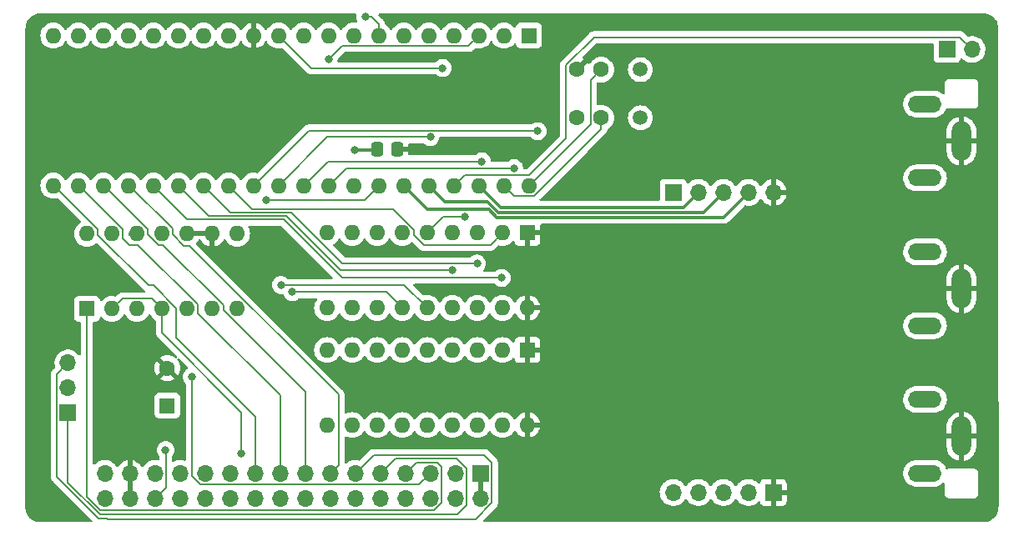
<source format=gbr>
%TF.GenerationSoftware,KiCad,Pcbnew,(6.0.5-0)*%
%TF.CreationDate,2023-04-14T17:42:22+02:00*%
%TF.ProjectId,pixel juice,70697865-6c20-46a7-9569-63652e6b6963,rev?*%
%TF.SameCoordinates,Original*%
%TF.FileFunction,Copper,L4,Bot*%
%TF.FilePolarity,Positive*%
%FSLAX46Y46*%
G04 Gerber Fmt 4.6, Leading zero omitted, Abs format (unit mm)*
G04 Created by KiCad (PCBNEW (6.0.5-0)) date 2023-04-14 17:42:22*
%MOMM*%
%LPD*%
G01*
G04 APERTURE LIST*
G04 Aperture macros list*
%AMRoundRect*
0 Rectangle with rounded corners*
0 $1 Rounding radius*
0 $2 $3 $4 $5 $6 $7 $8 $9 X,Y pos of 4 corners*
0 Add a 4 corners polygon primitive as box body*
4,1,4,$2,$3,$4,$5,$6,$7,$8,$9,$2,$3,0*
0 Add four circle primitives for the rounded corners*
1,1,$1+$1,$2,$3*
1,1,$1+$1,$4,$5*
1,1,$1+$1,$6,$7*
1,1,$1+$1,$8,$9*
0 Add four rect primitives between the rounded corners*
20,1,$1+$1,$2,$3,$4,$5,0*
20,1,$1+$1,$4,$5,$6,$7,0*
20,1,$1+$1,$6,$7,$8,$9,0*
20,1,$1+$1,$8,$9,$2,$3,0*%
G04 Aperture macros list end*
%TA.AperFunction,ComponentPad*%
%ADD10R,1.700000X1.700000*%
%TD*%
%TA.AperFunction,ComponentPad*%
%ADD11O,1.700000X1.700000*%
%TD*%
%TA.AperFunction,ComponentPad*%
%ADD12R,1.600000X1.600000*%
%TD*%
%TA.AperFunction,ComponentPad*%
%ADD13O,1.600000X1.600000*%
%TD*%
%TA.AperFunction,ComponentPad*%
%ADD14O,2.000000X4.000000*%
%TD*%
%TA.AperFunction,ComponentPad*%
%ADD15O,3.400000X1.700000*%
%TD*%
%TA.AperFunction,ComponentPad*%
%ADD16C,1.600000*%
%TD*%
%TA.AperFunction,ComponentPad*%
%ADD17C,1.500000*%
%TD*%
%TA.AperFunction,SMDPad,CuDef*%
%ADD18RoundRect,0.250000X-0.337500X-0.475000X0.337500X-0.475000X0.337500X0.475000X-0.337500X0.475000X0*%
%TD*%
%TA.AperFunction,ViaPad*%
%ADD19C,0.800000*%
%TD*%
%TA.AperFunction,Conductor*%
%ADD20C,0.300000*%
%TD*%
%TA.AperFunction,Conductor*%
%ADD21C,0.200000*%
%TD*%
G04 APERTURE END LIST*
D10*
%TO.P,J1,1,Pin_1*%
%TO.N,GND*%
X147231100Y-112522000D03*
D11*
%TO.P,J1,2,Pin_2*%
X147231100Y-115062000D03*
%TO.P,J1,3,Pin_3*%
%TO.N,+5V*%
X144691100Y-112522000D03*
%TO.P,J1,4,Pin_4*%
X144691100Y-115062000D03*
%TO.P,J1,5,Pin_5*%
%TO.N,~{WRITE}*%
X142151100Y-112522000D03*
%TO.P,J1,6,Pin_6*%
%TO.N,AUDIO_CLK_{OUT}*%
X142151100Y-115062000D03*
%TO.P,J1,7,Pin_7*%
%TO.N,~{READ}*%
X139611100Y-112522000D03*
%TO.P,J1,8,Pin_8*%
%TO.N,unconnected-(J1-Pad8)*%
X139611100Y-115062000D03*
%TO.P,J1,9,Pin_9*%
%TO.N,~{NMI}*%
X137071100Y-112522000D03*
%TO.P,J1,10,Pin_10*%
%TO.N,~{RES}*%
X137071100Y-115062000D03*
%TO.P,J1,11,Pin_11*%
%TO.N,~{IRQ}*%
X134531100Y-112522000D03*
%TO.P,J1,12,Pin_12*%
%TO.N,unconnected-(J1-Pad12)*%
X134531100Y-115062000D03*
%TO.P,J1,13,Pin_13*%
%TO.N,D7*%
X131991100Y-112522000D03*
%TO.P,J1,14,Pin_14*%
%TO.N,unconnected-(J1-Pad14)*%
X131991100Y-115062000D03*
%TO.P,J1,15,Pin_15*%
%TO.N,D6*%
X129451100Y-112522000D03*
%TO.P,J1,16,Pin_16*%
%TO.N,~{CS}*%
X129451100Y-115062000D03*
%TO.P,J1,17,Pin_17*%
%TO.N,D5*%
X126911100Y-112522000D03*
%TO.P,J1,18,Pin_18*%
%TO.N,unconnected-(J1-Pad18)*%
X126911100Y-115062000D03*
%TO.P,J1,19,Pin_19*%
%TO.N,D4*%
X124371100Y-112522000D03*
%TO.P,J1,20,Pin_20*%
%TO.N,unconnected-(J1-Pad20)*%
X124371100Y-115062000D03*
%TO.P,J1,21,Pin_21*%
%TO.N,D3*%
X121831100Y-112522000D03*
%TO.P,J1,22,Pin_22*%
%TO.N,unconnected-(J1-Pad22)*%
X121831100Y-115062000D03*
%TO.P,J1,23,Pin_23*%
%TO.N,D2*%
X119291100Y-112522000D03*
%TO.P,J1,24,Pin_24*%
%TO.N,unconnected-(J1-Pad24)*%
X119291100Y-115062000D03*
%TO.P,J1,25,Pin_25*%
%TO.N,D1*%
X116751100Y-112522000D03*
%TO.P,J1,26,Pin_26*%
%TO.N,unconnected-(J1-Pad26)*%
X116751100Y-115062000D03*
%TO.P,J1,27,Pin_27*%
%TO.N,D0*%
X114211100Y-112522000D03*
%TO.P,J1,28,Pin_28*%
%TO.N,A0*%
X114211100Y-115062000D03*
%TO.P,J1,29,Pin_29*%
%TO.N,GND*%
X111671100Y-112522000D03*
%TO.P,J1,30,Pin_30*%
X111671100Y-115062000D03*
%TO.P,J1,31,Pin_31*%
%TO.N,+5V*%
X109131100Y-112522000D03*
%TO.P,J1,32,Pin_32*%
X109131100Y-115062000D03*
%TD*%
D12*
%TO.P,U3,1,~{OE}*%
%TO.N,GND*%
X152003600Y-99979800D03*
D13*
%TO.P,U3,2,I/O1*%
%TO.N,RD0*%
X149463600Y-99979800D03*
%TO.P,U3,3,I/O2*%
%TO.N,RD1*%
X146923600Y-99979800D03*
%TO.P,U3,4,~{WE}*%
%TO.N,R~{W}*%
X144383600Y-99979800D03*
%TO.P,U3,5,~{RAS}*%
%TO.N,~{RAS}*%
X141843600Y-99979800D03*
%TO.P,U3,6,A6*%
%TO.N,Net-(U1-Pad4)*%
X139303600Y-99979800D03*
%TO.P,U3,7,A5*%
%TO.N,Net-(U1-Pad5)*%
X136763600Y-99979800D03*
%TO.P,U3,8,A4*%
%TO.N,Net-(U1-Pad6)*%
X134223600Y-99979800D03*
%TO.P,U3,9,VCC*%
%TO.N,+5V*%
X131683600Y-99979800D03*
%TO.P,U3,10,A7*%
%TO.N,Net-(U1-Pad3)*%
X131683600Y-107599800D03*
%TO.P,U3,11,A3*%
%TO.N,Net-(U1-Pad7)*%
X134223600Y-107599800D03*
%TO.P,U3,12,A2*%
%TO.N,Net-(U1-Pad8)*%
X136763600Y-107599800D03*
%TO.P,U3,13,A1*%
%TO.N,Net-(U1-Pad9)*%
X139303600Y-107599800D03*
%TO.P,U3,14,A0*%
%TO.N,Net-(U1-Pad10)*%
X141843600Y-107599800D03*
%TO.P,U3,15,I/O3*%
%TO.N,RD2*%
X144383600Y-107599800D03*
%TO.P,U3,16,~{CAS}*%
%TO.N,~{CAS}*%
X146923600Y-107599800D03*
%TO.P,U3,17,I/O4*%
%TO.N,RD3*%
X149463600Y-107599800D03*
%TO.P,U3,18,VSS*%
%TO.N,GND*%
X152003600Y-107599800D03*
%TD*%
D12*
%TO.P,U4,1*%
%TO.N,~{READ}*%
X107325000Y-95800000D03*
D13*
%TO.P,U4,2*%
%TO.N,~{CS}*%
X109865000Y-95800000D03*
%TO.P,U4,3*%
%TO.N,~{CSR}*%
X112405000Y-95800000D03*
%TO.P,U4,4*%
%TO.N,~{CS}*%
X114945000Y-95800000D03*
%TO.P,U4,5*%
%TO.N,~{WRITE}*%
X117485000Y-95800000D03*
%TO.P,U4,6*%
%TO.N,~{CSW}*%
X120025000Y-95800000D03*
%TO.P,U4,7,GND*%
%TO.N,GND*%
X122565000Y-95800000D03*
%TO.P,U4,8*%
%TO.N,unconnected-(U4-Pad8)*%
X122565000Y-88180000D03*
%TO.P,U4,9*%
%TO.N,GND*%
X120025000Y-88180000D03*
%TO.P,U4,10*%
X117485000Y-88180000D03*
%TO.P,U4,11*%
%TO.N,unconnected-(U4-Pad11)*%
X114945000Y-88180000D03*
%TO.P,U4,12*%
%TO.N,GND*%
X112405000Y-88180000D03*
%TO.P,U4,13*%
X109865000Y-88180000D03*
%TO.P,U4,14,VCC*%
%TO.N,+5V*%
X107325000Y-88180000D03*
%TD*%
D12*
%TO.P,U2,1,~{OE}*%
%TO.N,GND*%
X152003600Y-88079800D03*
D13*
%TO.P,U2,2,I/O1*%
%TO.N,RD4*%
X149463600Y-88079800D03*
%TO.P,U2,3,I/O2*%
%TO.N,RD5*%
X146923600Y-88079800D03*
%TO.P,U2,4,~{WE}*%
%TO.N,R~{W}*%
X144383600Y-88079800D03*
%TO.P,U2,5,~{RAS}*%
%TO.N,~{RAS}*%
X141843600Y-88079800D03*
%TO.P,U2,6,A6*%
%TO.N,Net-(U1-Pad4)*%
X139303600Y-88079800D03*
%TO.P,U2,7,A5*%
%TO.N,Net-(U1-Pad5)*%
X136763600Y-88079800D03*
%TO.P,U2,8,A4*%
%TO.N,Net-(U1-Pad6)*%
X134223600Y-88079800D03*
%TO.P,U2,9,VCC*%
%TO.N,+5V*%
X131683600Y-88079800D03*
%TO.P,U2,10,A7*%
%TO.N,Net-(U1-Pad3)*%
X131683600Y-95699800D03*
%TO.P,U2,11,A3*%
%TO.N,Net-(U1-Pad7)*%
X134223600Y-95699800D03*
%TO.P,U2,12,A2*%
%TO.N,Net-(U1-Pad8)*%
X136763600Y-95699800D03*
%TO.P,U2,13,A1*%
%TO.N,Net-(U1-Pad9)*%
X139303600Y-95699800D03*
%TO.P,U2,14,A0*%
%TO.N,Net-(U1-Pad10)*%
X141843600Y-95699800D03*
%TO.P,U2,15,I/O3*%
%TO.N,RD6*%
X144383600Y-95699800D03*
%TO.P,U2,16,~{CAS}*%
%TO.N,~{CAS}*%
X146923600Y-95699800D03*
%TO.P,U2,17,I/O4*%
%TO.N,RD7*%
X149463600Y-95699800D03*
%TO.P,U2,18,VSS*%
%TO.N,GND*%
X152003600Y-95699800D03*
%TD*%
D14*
%TO.P,J4,1*%
%TO.N,GND*%
X196050000Y-78750000D03*
D15*
%TO.P,J4,2*%
%TO.N,/B-Y_{out}*%
X192350000Y-82500000D03*
%TO.P,J4,3*%
%TO.N,unconnected-(J4-Pad3)*%
X192350000Y-75000000D03*
D14*
%TO.P,J4,4*%
%TO.N,GND*%
X196050000Y-93750000D03*
D15*
%TO.P,J4,5*%
%TO.N,/Y_{out}*%
X192350000Y-97500000D03*
%TO.P,J4,6*%
%TO.N,unconnected-(J4-Pad6)*%
X192350000Y-90000000D03*
D14*
%TO.P,J4,7*%
%TO.N,GND*%
X196050000Y-108750000D03*
D15*
%TO.P,J4,8*%
%TO.N,/R-Y_{out}*%
X192350000Y-112500000D03*
%TO.P,J4,9*%
%TO.N,unconnected-(J4-Pad9)*%
X192350000Y-105000000D03*
%TD*%
D10*
%TO.P,J6,1,Pin_1*%
%TO.N,GND*%
X176950000Y-114450000D03*
D11*
%TO.P,J6,2,Pin_2*%
%TO.N,/B-Y_{out}*%
X174410000Y-114450000D03*
%TO.P,J6,3,Pin_3*%
%TO.N,/Y_{out}*%
X171870000Y-114450000D03*
%TO.P,J6,4,Pin_4*%
%TO.N,/R-Y_{out}*%
X169330000Y-114450000D03*
%TO.P,J6,5,Pin_5*%
%TO.N,+5V*%
X166790000Y-114450000D03*
%TD*%
D10*
%TO.P,J3,1,Pin_1*%
%TO.N,AUDIO_CLK_{OUT}*%
X194575000Y-69450000D03*
D11*
%TO.P,J3,2,Pin_2*%
%TO.N,AUDIO_CLK_{IN}*%
X197115000Y-69450000D03*
%TD*%
D12*
%TO.P,C6,1*%
%TO.N,+5V*%
X115475000Y-105627700D03*
D16*
%TO.P,C6,2*%
%TO.N,GND*%
X115475000Y-101827700D03*
%TD*%
D17*
%TO.P,Y1,1,1*%
%TO.N,Net-(C2-Pad2)*%
X163475000Y-76400000D03*
%TO.P,Y1,2,2*%
%TO.N,Net-(C1-Pad2)*%
X163475000Y-71500000D03*
%TD*%
D16*
%TO.P,C2,1*%
%TO.N,GND*%
X157000000Y-76400000D03*
%TO.P,C2,2*%
%TO.N,Net-(C2-Pad2)*%
X159500000Y-76400000D03*
%TD*%
%TO.P,C1,1*%
%TO.N,GND*%
X157000000Y-71500000D03*
%TO.P,C1,2*%
%TO.N,Net-(C1-Pad2)*%
X159500000Y-71500000D03*
%TD*%
D12*
%TO.P,U1,1,~{RAS}*%
%TO.N,~{RAS}*%
X152163000Y-68047600D03*
D13*
%TO.P,U1,2,~{CAS}*%
%TO.N,~{CAS}*%
X149623000Y-68047600D03*
%TO.P,U1,3,AD7*%
%TO.N,Net-(U1-Pad3)*%
X147083000Y-68047600D03*
%TO.P,U1,4,AD6*%
%TO.N,Net-(U1-Pad4)*%
X144543000Y-68047600D03*
%TO.P,U1,5,AD5*%
%TO.N,Net-(U1-Pad5)*%
X142003000Y-68047600D03*
%TO.P,U1,6,AD4*%
%TO.N,Net-(U1-Pad6)*%
X139463000Y-68047600D03*
%TO.P,U1,7,AD3*%
%TO.N,Net-(U1-Pad7)*%
X136923000Y-68047600D03*
%TO.P,U1,8,AD2*%
%TO.N,Net-(U1-Pad8)*%
X134383000Y-68047600D03*
%TO.P,U1,9,AD1*%
%TO.N,Net-(U1-Pad9)*%
X131843000Y-68047600D03*
%TO.P,U1,10,AD0*%
%TO.N,Net-(U1-Pad10)*%
X129303000Y-68047600D03*
%TO.P,U1,11,R~{W}*%
%TO.N,R~{W}*%
X126763000Y-68047600D03*
%TO.P,U1,12,VSS*%
%TO.N,GND*%
X124223000Y-68047600D03*
%TO.P,U1,13,MODE*%
%TO.N,A0*%
X121683000Y-68047600D03*
%TO.P,U1,14,~{CSW}*%
%TO.N,~{CSW}*%
X119143000Y-68047600D03*
%TO.P,U1,15,~{CSR}*%
%TO.N,~{CSR}*%
X116603000Y-68047600D03*
%TO.P,U1,16,~{INT}/SYNC*%
%TO.N,~{INT}*%
X114063000Y-68047600D03*
%TO.P,U1,17,CD7*%
%TO.N,D0*%
X111523000Y-68047600D03*
%TO.P,U1,18,CD6*%
%TO.N,D1*%
X108983000Y-68047600D03*
%TO.P,U1,19,CD5*%
%TO.N,D2*%
X106443000Y-68047600D03*
%TO.P,U1,20,CD4*%
%TO.N,D3*%
X103903000Y-68047600D03*
%TO.P,U1,21,CD3*%
%TO.N,D4*%
X103903000Y-83287600D03*
%TO.P,U1,22,CD2*%
%TO.N,D5*%
X106443000Y-83287600D03*
%TO.P,U1,23,CD1*%
%TO.N,D6*%
X108983000Y-83287600D03*
%TO.P,U1,24,CD0*%
%TO.N,D7*%
X111523000Y-83287600D03*
%TO.P,U1,25,RD7*%
%TO.N,RD7*%
X114063000Y-83287600D03*
%TO.P,U1,26,RD6*%
%TO.N,RD6*%
X116603000Y-83287600D03*
%TO.P,U1,27,RD5*%
%TO.N,RD5*%
X119143000Y-83287600D03*
%TO.P,U1,28,RD4*%
%TO.N,RD4*%
X121683000Y-83287600D03*
%TO.P,U1,29,RD3*%
%TO.N,RD3*%
X124223000Y-83287600D03*
%TO.P,U1,30,RD2*%
%TO.N,RD2*%
X126763000Y-83287600D03*
%TO.P,U1,31,RD1*%
%TO.N,RD1*%
X129303000Y-83287600D03*
%TO.P,U1,32,RD0*%
%TO.N,RD0*%
X131843000Y-83287600D03*
%TO.P,U1,33,VCC*%
%TO.N,+5V*%
X134383000Y-83287600D03*
%TO.P,U1,34,~{RESET}*%
%TO.N,~{RES}*%
X136923000Y-83287600D03*
%TO.P,U1,35,B-Y*%
%TO.N,B-Y*%
X139463000Y-83287600D03*
%TO.P,U1,36,Y*%
%TO.N,Y*%
X142003000Y-83287600D03*
%TO.P,U1,37,CPUCLOCK*%
%TO.N,AUDIO_CLK_{IN}*%
X144543000Y-83287600D03*
%TO.P,U1,38,R-Y*%
%TO.N,R-Y*%
X147083000Y-83287600D03*
%TO.P,U1,39,XTAL2*%
%TO.N,Net-(C2-Pad2)*%
X149623000Y-83287600D03*
%TO.P,U1,40,XTAL1*%
%TO.N,Net-(C1-Pad2)*%
X152163000Y-83287600D03*
%TD*%
D10*
%TO.P,J2,1,Pin_1*%
%TO.N,~{NMI}*%
X105400000Y-106380000D03*
D11*
%TO.P,J2,2,Pin_2*%
%TO.N,~{INT}*%
X105400000Y-103840000D03*
%TO.P,J2,3,Pin_3*%
%TO.N,~{IRQ}*%
X105400000Y-101300000D03*
%TD*%
D10*
%TO.P,J5,1,Pin_1*%
%TO.N,+5V*%
X166800000Y-83975000D03*
D11*
%TO.P,J5,2,Pin_2*%
%TO.N,R-Y*%
X169340000Y-83975000D03*
%TO.P,J5,3,Pin_3*%
%TO.N,Y*%
X171880000Y-83975000D03*
%TO.P,J5,4,Pin_4*%
%TO.N,B-Y*%
X174420000Y-83975000D03*
%TO.P,J5,5,Pin_5*%
%TO.N,GND*%
X176960000Y-83975000D03*
%TD*%
D18*
%TO.P,C5,1*%
%TO.N,+5V*%
X136762500Y-79550000D03*
%TO.P,C5,2*%
%TO.N,GND*%
X138837500Y-79550000D03*
%TD*%
D19*
%TO.N,+5V*%
X134450000Y-79650000D03*
%TO.N,GND*%
X103400000Y-91750000D03*
X129400000Y-90700000D03*
%TO.N,~{CS}*%
X123000000Y-110450000D03*
%TO.N,R~{W}*%
X143400000Y-71350000D03*
%TO.N,~{RES}*%
X125500000Y-84750000D03*
%TO.N,~{WRITE}*%
X117950000Y-102700000D03*
%TO.N,A0*%
X115300000Y-110150000D03*
%TO.N,~{RAS}*%
X145650000Y-86450000D03*
%TO.N,Net-(U1-Pad3)*%
X131850000Y-70450000D03*
%TO.N,RD7*%
X149400000Y-92650000D03*
%TO.N,RD6*%
X144350000Y-91900000D03*
%TO.N,RD5*%
X146900000Y-91200000D03*
%TO.N,RD3*%
X153050000Y-77750000D03*
%TO.N,RD2*%
X142150000Y-78350000D03*
%TO.N,RD1*%
X147375480Y-80824520D03*
%TO.N,RD0*%
X150650000Y-81500000D03*
%TO.N,Net-(U1-Pad7)*%
X135550000Y-66150000D03*
%TO.N,Net-(U1-Pad9)*%
X128150000Y-94100000D03*
%TO.N,Net-(U1-Pad10)*%
X127000000Y-93375000D03*
%TD*%
D20*
%TO.N,+5V*%
X136662500Y-79650000D02*
X136762500Y-79550000D01*
X134450000Y-79650000D02*
X136662500Y-79650000D01*
D21*
%TO.N,D7*%
X131991100Y-112522000D02*
X132841100Y-111672000D01*
X117719944Y-89400000D02*
X117150056Y-89400000D01*
X132841100Y-104521156D02*
X117719944Y-89400000D01*
X116004511Y-87654511D02*
X111637600Y-83287600D01*
X111637600Y-83287600D02*
X111523000Y-83287600D01*
X132841100Y-111672000D02*
X132841100Y-104521156D01*
X117150056Y-89400000D02*
X116004511Y-88254455D01*
X116004511Y-88254455D02*
X116004511Y-87654511D01*
%TO.N,D6*%
X121150000Y-95939944D02*
X121150000Y-95426624D01*
X129451100Y-112522000D02*
X129451100Y-104241044D01*
X113504511Y-88250000D02*
X113504511Y-87724567D01*
X121150000Y-95426624D02*
X115023376Y-89300000D01*
X113504511Y-87724567D02*
X109079944Y-83300000D01*
X114554511Y-89300000D02*
X113504511Y-88250000D01*
X129451100Y-104241044D02*
X121150000Y-95939944D01*
X115023376Y-89300000D02*
X114554511Y-89300000D01*
%TO.N,D5*%
X106527544Y-83287600D02*
X106443000Y-83287600D01*
X126911100Y-104605454D02*
X118544511Y-96238865D01*
X111629078Y-89300000D02*
X110964511Y-88635433D01*
X118544511Y-95361135D02*
X112483376Y-89300000D01*
X110964511Y-88635433D02*
X110964511Y-87724567D01*
X126911100Y-112522000D02*
X126911100Y-104605454D01*
X112483376Y-89300000D02*
X111629078Y-89300000D01*
X110964511Y-87724567D02*
X106527544Y-83287600D01*
X118544511Y-96238865D02*
X118544511Y-95361135D01*
%TO.N,D4*%
X114063320Y-93419944D02*
X113550000Y-93419944D01*
X124371100Y-106724476D02*
X116400000Y-98753376D01*
X116400000Y-98753376D02*
X116400000Y-95756624D01*
X116400000Y-95756624D02*
X114063320Y-93419944D01*
X108424511Y-87724511D02*
X103987600Y-83287600D01*
X108424511Y-88294455D02*
X108424511Y-87724511D01*
X103987600Y-83287600D02*
X103903000Y-83287600D01*
X113550000Y-93419944D02*
X108424511Y-88294455D01*
X124371100Y-112522000D02*
X124371100Y-106724476D01*
%TO.N,~{CS}*%
X114945000Y-98245000D02*
X123000000Y-106300000D01*
X110924511Y-94740489D02*
X113885489Y-94740489D01*
X109865000Y-95800000D02*
X110924511Y-94740489D01*
X114945000Y-95800000D02*
X114945000Y-98245000D01*
X113885489Y-94740489D02*
X114945000Y-95800000D01*
X123000000Y-106300000D02*
X123000000Y-110450000D01*
%TO.N,R~{W}*%
X143400000Y-71350000D02*
X130065400Y-71350000D01*
X130065400Y-71350000D02*
X126763000Y-68047600D01*
%TO.N,~{IRQ}*%
X148400000Y-115518755D02*
X148400000Y-111391878D01*
X147648602Y-110640480D02*
X136412620Y-110640480D01*
X146768755Y-117150000D02*
X148400000Y-115518755D01*
X104290489Y-102409511D02*
X104290489Y-112863920D01*
X109450000Y-117150000D02*
X146768755Y-117150000D01*
X104290489Y-112863920D02*
X108526569Y-117100000D01*
X109400000Y-117100000D02*
X109450000Y-117150000D01*
X108526569Y-117100000D02*
X109400000Y-117100000D01*
X136412620Y-110640480D02*
X134531100Y-112522000D01*
X105400000Y-101300000D02*
X104290489Y-102409511D01*
X148400000Y-111391878D02*
X147648602Y-110640480D01*
%TO.N,~{RES}*%
X135460600Y-84750000D02*
X136923000Y-83287600D01*
X125500000Y-84750000D02*
X135460600Y-84750000D01*
%TO.N,~{NMI}*%
X108635007Y-116700000D02*
X144919733Y-116700000D01*
X144919733Y-116700000D02*
X145840611Y-115779122D01*
X138593100Y-111000000D02*
X137071100Y-112522000D01*
X145840611Y-115779122D02*
X145840611Y-112045856D01*
X145840611Y-112045856D02*
X144794755Y-111000000D01*
X144794755Y-111000000D02*
X138593100Y-111000000D01*
X105400000Y-113464993D02*
X108635007Y-116700000D01*
X105400000Y-106380000D02*
X105400000Y-113464993D01*
%TO.N,~{WRITE}*%
X117950000Y-112749987D02*
X117950000Y-102700000D01*
X142151100Y-112522000D02*
X141041589Y-113631511D01*
X118831524Y-113631511D02*
X117950000Y-112749987D01*
X141041589Y-113631511D02*
X118831524Y-113631511D01*
%TO.N,~{READ}*%
X108693445Y-116250000D02*
X107325000Y-114881555D01*
X142908222Y-111412489D02*
X143300000Y-111804267D01*
X107325000Y-114881555D02*
X107325000Y-95800000D01*
X142532187Y-116250000D02*
X108693445Y-116250000D01*
X143300000Y-115482187D02*
X142532187Y-116250000D01*
X139611100Y-112522000D02*
X140720611Y-111412489D01*
X143300000Y-111804267D02*
X143300000Y-115482187D01*
X140720611Y-111412489D02*
X142908222Y-111412489D01*
%TO.N,A0*%
X114211100Y-115062000D02*
X115320611Y-113952489D01*
X115320611Y-113952489D02*
X115320611Y-110170611D01*
X115320611Y-110170611D02*
X115300000Y-110150000D01*
%TO.N,~{RAS}*%
X145650000Y-86450000D02*
X143473400Y-86450000D01*
X143473400Y-86450000D02*
X141843600Y-88079800D01*
%TO.N,Net-(C1-Pad2)*%
X158440489Y-77010111D02*
X158440489Y-72559511D01*
X158440489Y-72559511D02*
X159500000Y-71500000D01*
X152163000Y-83287600D02*
X158440489Y-77010111D01*
%TO.N,Net-(C2-Pad2)*%
X159500000Y-76400000D02*
X159500000Y-77531370D01*
X159500000Y-77531370D02*
X152684259Y-84347111D01*
X150682511Y-84347111D02*
X149623000Y-83287600D01*
X152684259Y-84347111D02*
X150682511Y-84347111D01*
%TO.N,Net-(U1-Pad3)*%
X147083000Y-68047600D02*
X146023489Y-69107111D01*
X133192889Y-69107111D02*
X131850000Y-70450000D01*
X146023489Y-69107111D02*
X133192889Y-69107111D01*
%TO.N,RD7*%
X133200000Y-92650000D02*
X149400000Y-92650000D01*
X117503960Y-86728560D02*
X127278560Y-86728560D01*
X114063000Y-83287600D02*
X117503960Y-86728560D01*
X127278560Y-86728560D02*
X133200000Y-92650000D01*
%TO.N,RD6*%
X119684440Y-86369040D02*
X127519040Y-86369040D01*
X116603000Y-83287600D02*
X119684440Y-86369040D01*
X127519040Y-86369040D02*
X133050000Y-91900000D01*
X133050000Y-91900000D02*
X144350000Y-91900000D01*
%TO.N,RD5*%
X128058376Y-86009520D02*
X133248856Y-91200000D01*
X121864920Y-86009520D02*
X128058376Y-86009520D01*
X133248856Y-91200000D02*
X146900000Y-91200000D01*
X119143000Y-83287600D02*
X121864920Y-86009520D01*
%TO.N,RD4*%
X124045400Y-85650000D02*
X138372176Y-85650000D01*
X140500000Y-87777824D02*
X140500000Y-88291144D01*
X141508856Y-89300000D02*
X148243400Y-89300000D01*
X140500000Y-88291144D02*
X141508856Y-89300000D01*
X148243400Y-89300000D02*
X149463600Y-88079800D01*
X138372176Y-85650000D02*
X140500000Y-87777824D01*
X121683000Y-83287600D02*
X124045400Y-85650000D01*
%TO.N,RD3*%
X124223000Y-83287600D02*
X129820111Y-77690489D01*
X152990489Y-77690489D02*
X153050000Y-77750000D01*
X129820111Y-77690489D02*
X152990489Y-77690489D01*
%TO.N,RD2*%
X131700600Y-78350000D02*
X142150000Y-78350000D01*
X126763000Y-83287600D02*
X131700600Y-78350000D01*
%TO.N,RD1*%
X129303000Y-83287600D02*
X131766080Y-80824520D01*
X131766080Y-80824520D02*
X147375480Y-80824520D01*
%TO.N,RD0*%
X133630600Y-81500000D02*
X150550000Y-81500000D01*
X131843000Y-83287600D02*
X133630600Y-81500000D01*
D20*
%TO.N,B-Y*%
X141875889Y-85700489D02*
X148083033Y-85700489D01*
X148083033Y-85700489D02*
X148882063Y-86499519D01*
X139463000Y-83287600D02*
X141875889Y-85700489D01*
X171895481Y-86499519D02*
X174420000Y-83975000D01*
X148882063Y-86499519D02*
X171895481Y-86499519D01*
%TO.N,Y*%
X147988972Y-84900000D02*
X149088970Y-85999999D01*
X149088970Y-85999999D02*
X154850000Y-86000000D01*
X169855000Y-86000000D02*
X171880000Y-83975000D01*
X143152511Y-84437111D02*
X143152511Y-84452511D01*
X154850000Y-86000000D02*
X169855000Y-86000000D01*
X143600000Y-84900000D02*
X147988972Y-84900000D01*
X142003000Y-83287600D02*
X143152511Y-84437111D01*
X149088972Y-86000000D02*
X154850000Y-86000000D01*
X143152511Y-84452511D02*
X143600000Y-84900000D01*
%TO.N,R-Y*%
X149294911Y-85499511D02*
X167815489Y-85499511D01*
X167815489Y-85499511D02*
X169340000Y-83975000D01*
X147083000Y-83287600D02*
X149294911Y-85499511D01*
D21*
%TO.N,Net-(U1-Pad7)*%
X136200000Y-66150000D02*
X135550000Y-66150000D01*
X136923000Y-66873000D02*
X136200000Y-66150000D01*
X136923000Y-68047600D02*
X136923000Y-66873000D01*
%TO.N,Net-(U1-Pad9)*%
X139303600Y-95699800D02*
X137703800Y-94100000D01*
X137703800Y-94100000D02*
X128150000Y-94100000D01*
%TO.N,Net-(U1-Pad10)*%
X141843600Y-95699800D02*
X139518800Y-93375000D01*
X139518800Y-93375000D02*
X127000000Y-93375000D01*
%TO.N,AUDIO_CLK_{IN}*%
X152211422Y-82188089D02*
X155900489Y-78499022D01*
X145642511Y-82188089D02*
X152211422Y-82188089D01*
X155900489Y-71044567D02*
X158745056Y-68200000D01*
X144543000Y-83287600D02*
X145642511Y-82188089D01*
X158745056Y-68200000D02*
X195865000Y-68200000D01*
X195865000Y-68200000D02*
X197115000Y-69450000D01*
X155900489Y-78499022D02*
X155900489Y-71044567D01*
%TD*%
%TA.AperFunction,Conductor*%
%TO.N,GND*%
G36*
X198270712Y-65793433D02*
G01*
X198286235Y-65795813D01*
X198286240Y-65795813D01*
X198295110Y-65797173D01*
X198304011Y-65795988D01*
X198304012Y-65795988D01*
X198310370Y-65795142D01*
X198335684Y-65794340D01*
X198501552Y-65805805D01*
X198519339Y-65808318D01*
X198706717Y-65848590D01*
X198723963Y-65853606D01*
X198903707Y-65920112D01*
X198920061Y-65927528D01*
X199088528Y-66018922D01*
X199103666Y-66028591D01*
X199235840Y-66126951D01*
X199257414Y-66143006D01*
X199271021Y-66154727D01*
X199281583Y-66165227D01*
X199406943Y-66289850D01*
X199418747Y-66303390D01*
X199451004Y-66346206D01*
X199525860Y-66445564D01*
X199534070Y-66456462D01*
X199543828Y-66471541D01*
X199556977Y-66495440D01*
X199636214Y-66639461D01*
X199643729Y-66655778D01*
X199711293Y-66835121D01*
X199716411Y-66852338D01*
X199757789Y-67039476D01*
X199760408Y-67057247D01*
X199771084Y-67199466D01*
X199772319Y-67215925D01*
X199771628Y-67234094D01*
X199771558Y-67242207D01*
X199770208Y-67251084D01*
X199771404Y-67259982D01*
X199774323Y-67281704D01*
X199775446Y-67298406D01*
X199793014Y-94498319D01*
X199806779Y-115811097D01*
X199806828Y-115887323D01*
X199805329Y-115906781D01*
X199801668Y-115930293D01*
X199803663Y-115945547D01*
X199804406Y-115970872D01*
X199801861Y-116006473D01*
X199791999Y-116144396D01*
X199789442Y-116162185D01*
X199774132Y-116232570D01*
X199747069Y-116356985D01*
X199742004Y-116374234D01*
X199672343Y-116561008D01*
X199664875Y-116577361D01*
X199569338Y-116752329D01*
X199559621Y-116767449D01*
X199463935Y-116895271D01*
X199440153Y-116927040D01*
X199428380Y-116940626D01*
X199287426Y-117081580D01*
X199273840Y-117093353D01*
X199114249Y-117212821D01*
X199099129Y-117222538D01*
X198924161Y-117318075D01*
X198907808Y-117325543D01*
X198721034Y-117395204D01*
X198703784Y-117400269D01*
X198508987Y-117442642D01*
X198491197Y-117445199D01*
X198324766Y-117457099D01*
X198306789Y-117456351D01*
X198298518Y-117456250D01*
X198289645Y-117454868D01*
X198280742Y-117456032D01*
X198280740Y-117456032D01*
X198258023Y-117459002D01*
X198241708Y-117460065D01*
X147615811Y-117467702D01*
X147547687Y-117447710D01*
X147501186Y-117394062D01*
X147491072Y-117323789D01*
X147520555Y-117259204D01*
X147526697Y-117252607D01*
X148796234Y-115983070D01*
X148808625Y-115972203D01*
X148827437Y-115957768D01*
X148833987Y-115952742D01*
X148858474Y-115920830D01*
X148858478Y-115920826D01*
X148931524Y-115825631D01*
X148992838Y-115677606D01*
X148997652Y-115641037D01*
X149008500Y-115558640D01*
X149008500Y-115558635D01*
X149013750Y-115518755D01*
X149009578Y-115487062D01*
X149008500Y-115470619D01*
X149008500Y-114416695D01*
X165427251Y-114416695D01*
X165427548Y-114421848D01*
X165427548Y-114421851D01*
X165434484Y-114542147D01*
X165440110Y-114639715D01*
X165441247Y-114644761D01*
X165441248Y-114644767D01*
X165460888Y-114731912D01*
X165489222Y-114857639D01*
X165543756Y-114991942D01*
X165570954Y-115058921D01*
X165573266Y-115064616D01*
X165612469Y-115128590D01*
X165687291Y-115250688D01*
X165689987Y-115255088D01*
X165836250Y-115423938D01*
X165892478Y-115470619D01*
X165998494Y-115558635D01*
X166008126Y-115566632D01*
X166201000Y-115679338D01*
X166409692Y-115759030D01*
X166414760Y-115760061D01*
X166414763Y-115760062D01*
X166508447Y-115779122D01*
X166628597Y-115803567D01*
X166633772Y-115803757D01*
X166633774Y-115803757D01*
X166846673Y-115811564D01*
X166846677Y-115811564D01*
X166851837Y-115811753D01*
X166856957Y-115811097D01*
X166856959Y-115811097D01*
X167068288Y-115784025D01*
X167068289Y-115784025D01*
X167073416Y-115783368D01*
X167087569Y-115779122D01*
X167282429Y-115720661D01*
X167282434Y-115720659D01*
X167287384Y-115719174D01*
X167487994Y-115620896D01*
X167669860Y-115491173D01*
X167673983Y-115487065D01*
X167811458Y-115350069D01*
X167828096Y-115333489D01*
X167887594Y-115250689D01*
X167958453Y-115152077D01*
X167959776Y-115153028D01*
X168006645Y-115109857D01*
X168076580Y-115097625D01*
X168142026Y-115125144D01*
X168169875Y-115156994D01*
X168229987Y-115255088D01*
X168376250Y-115423938D01*
X168432478Y-115470619D01*
X168538494Y-115558635D01*
X168548126Y-115566632D01*
X168741000Y-115679338D01*
X168949692Y-115759030D01*
X168954760Y-115760061D01*
X168954763Y-115760062D01*
X169048447Y-115779122D01*
X169168597Y-115803567D01*
X169173772Y-115803757D01*
X169173774Y-115803757D01*
X169386673Y-115811564D01*
X169386677Y-115811564D01*
X169391837Y-115811753D01*
X169396957Y-115811097D01*
X169396959Y-115811097D01*
X169608288Y-115784025D01*
X169608289Y-115784025D01*
X169613416Y-115783368D01*
X169627569Y-115779122D01*
X169822429Y-115720661D01*
X169822434Y-115720659D01*
X169827384Y-115719174D01*
X170027994Y-115620896D01*
X170209860Y-115491173D01*
X170213983Y-115487065D01*
X170351458Y-115350069D01*
X170368096Y-115333489D01*
X170427594Y-115250689D01*
X170498453Y-115152077D01*
X170499776Y-115153028D01*
X170546645Y-115109857D01*
X170616580Y-115097625D01*
X170682026Y-115125144D01*
X170709875Y-115156994D01*
X170769987Y-115255088D01*
X170916250Y-115423938D01*
X170972478Y-115470619D01*
X171078494Y-115558635D01*
X171088126Y-115566632D01*
X171281000Y-115679338D01*
X171489692Y-115759030D01*
X171494760Y-115760061D01*
X171494763Y-115760062D01*
X171588447Y-115779122D01*
X171708597Y-115803567D01*
X171713772Y-115803757D01*
X171713774Y-115803757D01*
X171926673Y-115811564D01*
X171926677Y-115811564D01*
X171931837Y-115811753D01*
X171936957Y-115811097D01*
X171936959Y-115811097D01*
X172148288Y-115784025D01*
X172148289Y-115784025D01*
X172153416Y-115783368D01*
X172167569Y-115779122D01*
X172362429Y-115720661D01*
X172362434Y-115720659D01*
X172367384Y-115719174D01*
X172567994Y-115620896D01*
X172749860Y-115491173D01*
X172753983Y-115487065D01*
X172891458Y-115350069D01*
X172908096Y-115333489D01*
X172967594Y-115250689D01*
X173038453Y-115152077D01*
X173039776Y-115153028D01*
X173086645Y-115109857D01*
X173156580Y-115097625D01*
X173222026Y-115125144D01*
X173249875Y-115156994D01*
X173309987Y-115255088D01*
X173456250Y-115423938D01*
X173512478Y-115470619D01*
X173618494Y-115558635D01*
X173628126Y-115566632D01*
X173821000Y-115679338D01*
X174029692Y-115759030D01*
X174034760Y-115760061D01*
X174034763Y-115760062D01*
X174128447Y-115779122D01*
X174248597Y-115803567D01*
X174253772Y-115803757D01*
X174253774Y-115803757D01*
X174466673Y-115811564D01*
X174466677Y-115811564D01*
X174471837Y-115811753D01*
X174476957Y-115811097D01*
X174476959Y-115811097D01*
X174688288Y-115784025D01*
X174688289Y-115784025D01*
X174693416Y-115783368D01*
X174707569Y-115779122D01*
X174902429Y-115720661D01*
X174902434Y-115720659D01*
X174907384Y-115719174D01*
X175107994Y-115620896D01*
X175289860Y-115491173D01*
X175293983Y-115487065D01*
X175398479Y-115382933D01*
X175460851Y-115349017D01*
X175531658Y-115354205D01*
X175588419Y-115396851D01*
X175605401Y-115427954D01*
X175646676Y-115538054D01*
X175655214Y-115553649D01*
X175731715Y-115655724D01*
X175744276Y-115668285D01*
X175846351Y-115744786D01*
X175861946Y-115753324D01*
X175982394Y-115798478D01*
X175997649Y-115802105D01*
X176048514Y-115807631D01*
X176055328Y-115808000D01*
X176677885Y-115808000D01*
X176693124Y-115803525D01*
X176694329Y-115802135D01*
X176696000Y-115794452D01*
X176696000Y-115789884D01*
X177204000Y-115789884D01*
X177208475Y-115805123D01*
X177209865Y-115806328D01*
X177217548Y-115807999D01*
X177844669Y-115807999D01*
X177851490Y-115807629D01*
X177902352Y-115802105D01*
X177917604Y-115798479D01*
X178038054Y-115753324D01*
X178053649Y-115744786D01*
X178155724Y-115668285D01*
X178168285Y-115655724D01*
X178244786Y-115553649D01*
X178253324Y-115538054D01*
X178298478Y-115417606D01*
X178302105Y-115402351D01*
X178307631Y-115351486D01*
X178308000Y-115344672D01*
X178308000Y-114722115D01*
X178303525Y-114706876D01*
X178302135Y-114705671D01*
X178294452Y-114704000D01*
X177222115Y-114704000D01*
X177206876Y-114708475D01*
X177205671Y-114709865D01*
X177204000Y-114717548D01*
X177204000Y-115789884D01*
X176696000Y-115789884D01*
X176696000Y-114177885D01*
X177204000Y-114177885D01*
X177208475Y-114193124D01*
X177209865Y-114194329D01*
X177217548Y-114196000D01*
X178289884Y-114196000D01*
X178305123Y-114191525D01*
X178306328Y-114190135D01*
X178307999Y-114182452D01*
X178307999Y-113555331D01*
X178307629Y-113548510D01*
X178302105Y-113497648D01*
X178298479Y-113482396D01*
X178253324Y-113361946D01*
X178244786Y-113346351D01*
X178168285Y-113244276D01*
X178155724Y-113231715D01*
X178053649Y-113155214D01*
X178038054Y-113146676D01*
X177917606Y-113101522D01*
X177902351Y-113097895D01*
X177851486Y-113092369D01*
X177844672Y-113092000D01*
X177222115Y-113092000D01*
X177206876Y-113096475D01*
X177205671Y-113097865D01*
X177204000Y-113105548D01*
X177204000Y-114177885D01*
X176696000Y-114177885D01*
X176696000Y-113110116D01*
X176691525Y-113094877D01*
X176690135Y-113093672D01*
X176682452Y-113092001D01*
X176055331Y-113092001D01*
X176048510Y-113092371D01*
X175997648Y-113097895D01*
X175982396Y-113101521D01*
X175861946Y-113146676D01*
X175846351Y-113155214D01*
X175744276Y-113231715D01*
X175731715Y-113244276D01*
X175655214Y-113346351D01*
X175646676Y-113361946D01*
X175605297Y-113472322D01*
X175562655Y-113529087D01*
X175496093Y-113553786D01*
X175426744Y-113538578D01*
X175394121Y-113512891D01*
X175343151Y-113456876D01*
X175343145Y-113456870D01*
X175339670Y-113453051D01*
X175335619Y-113449852D01*
X175335615Y-113449848D01*
X175168414Y-113317800D01*
X175168410Y-113317798D01*
X175164359Y-113314598D01*
X175143924Y-113303317D01*
X175076309Y-113265992D01*
X174968789Y-113206638D01*
X174963920Y-113204914D01*
X174963916Y-113204912D01*
X174763087Y-113133795D01*
X174763083Y-113133794D01*
X174758212Y-113132069D01*
X174753119Y-113131162D01*
X174753116Y-113131161D01*
X174543373Y-113093800D01*
X174543367Y-113093799D01*
X174538284Y-113092894D01*
X174464452Y-113091992D01*
X174320081Y-113090228D01*
X174320079Y-113090228D01*
X174314911Y-113090165D01*
X174094091Y-113123955D01*
X173881756Y-113193357D01*
X173683607Y-113296507D01*
X173679474Y-113299610D01*
X173679471Y-113299612D01*
X173509100Y-113427530D01*
X173504965Y-113430635D01*
X173450500Y-113487629D01*
X173376048Y-113565539D01*
X173350629Y-113592138D01*
X173243201Y-113749621D01*
X173188293Y-113794621D01*
X173117768Y-113802792D01*
X173054021Y-113771538D01*
X173033324Y-113747054D01*
X172952822Y-113622617D01*
X172952820Y-113622614D01*
X172950014Y-113618277D01*
X172799670Y-113453051D01*
X172795619Y-113449852D01*
X172795615Y-113449848D01*
X172628414Y-113317800D01*
X172628410Y-113317798D01*
X172624359Y-113314598D01*
X172603924Y-113303317D01*
X172536309Y-113265992D01*
X172428789Y-113206638D01*
X172423920Y-113204914D01*
X172423916Y-113204912D01*
X172223087Y-113133795D01*
X172223083Y-113133794D01*
X172218212Y-113132069D01*
X172213119Y-113131162D01*
X172213116Y-113131161D01*
X172003373Y-113093800D01*
X172003367Y-113093799D01*
X171998284Y-113092894D01*
X171924452Y-113091992D01*
X171780081Y-113090228D01*
X171780079Y-113090228D01*
X171774911Y-113090165D01*
X171554091Y-113123955D01*
X171341756Y-113193357D01*
X171143607Y-113296507D01*
X171139474Y-113299610D01*
X171139471Y-113299612D01*
X170969100Y-113427530D01*
X170964965Y-113430635D01*
X170910500Y-113487629D01*
X170836048Y-113565539D01*
X170810629Y-113592138D01*
X170703201Y-113749621D01*
X170648293Y-113794621D01*
X170577768Y-113802792D01*
X170514021Y-113771538D01*
X170493324Y-113747054D01*
X170412822Y-113622617D01*
X170412820Y-113622614D01*
X170410014Y-113618277D01*
X170259670Y-113453051D01*
X170255619Y-113449852D01*
X170255615Y-113449848D01*
X170088414Y-113317800D01*
X170088410Y-113317798D01*
X170084359Y-113314598D01*
X170063924Y-113303317D01*
X169996309Y-113265992D01*
X169888789Y-113206638D01*
X169883920Y-113204914D01*
X169883916Y-113204912D01*
X169683087Y-113133795D01*
X169683083Y-113133794D01*
X169678212Y-113132069D01*
X169673119Y-113131162D01*
X169673116Y-113131161D01*
X169463373Y-113093800D01*
X169463367Y-113093799D01*
X169458284Y-113092894D01*
X169384452Y-113091992D01*
X169240081Y-113090228D01*
X169240079Y-113090228D01*
X169234911Y-113090165D01*
X169014091Y-113123955D01*
X168801756Y-113193357D01*
X168603607Y-113296507D01*
X168599474Y-113299610D01*
X168599471Y-113299612D01*
X168429100Y-113427530D01*
X168424965Y-113430635D01*
X168370500Y-113487629D01*
X168296048Y-113565539D01*
X168270629Y-113592138D01*
X168163201Y-113749621D01*
X168108293Y-113794621D01*
X168037768Y-113802792D01*
X167974021Y-113771538D01*
X167953324Y-113747054D01*
X167872822Y-113622617D01*
X167872820Y-113622614D01*
X167870014Y-113618277D01*
X167719670Y-113453051D01*
X167715619Y-113449852D01*
X167715615Y-113449848D01*
X167548414Y-113317800D01*
X167548410Y-113317798D01*
X167544359Y-113314598D01*
X167523924Y-113303317D01*
X167456309Y-113265992D01*
X167348789Y-113206638D01*
X167343920Y-113204914D01*
X167343916Y-113204912D01*
X167143087Y-113133795D01*
X167143083Y-113133794D01*
X167138212Y-113132069D01*
X167133119Y-113131162D01*
X167133116Y-113131161D01*
X166923373Y-113093800D01*
X166923367Y-113093799D01*
X166918284Y-113092894D01*
X166844452Y-113091992D01*
X166700081Y-113090228D01*
X166700079Y-113090228D01*
X166694911Y-113090165D01*
X166474091Y-113123955D01*
X166261756Y-113193357D01*
X166063607Y-113296507D01*
X166059474Y-113299610D01*
X166059471Y-113299612D01*
X165889100Y-113427530D01*
X165884965Y-113430635D01*
X165830500Y-113487629D01*
X165756048Y-113565539D01*
X165730629Y-113592138D01*
X165727720Y-113596403D01*
X165727714Y-113596411D01*
X165669687Y-113681476D01*
X165604743Y-113776680D01*
X165587180Y-113814516D01*
X165523136Y-113952489D01*
X165510688Y-113979305D01*
X165450989Y-114194570D01*
X165427251Y-114416695D01*
X149008500Y-114416695D01*
X149008500Y-112435774D01*
X190138102Y-112435774D01*
X190146751Y-112666158D01*
X190194093Y-112891791D01*
X190196051Y-112896750D01*
X190196052Y-112896752D01*
X190273871Y-113093800D01*
X190278776Y-113106221D01*
X190281543Y-113110780D01*
X190281544Y-113110783D01*
X190354928Y-113231715D01*
X190398377Y-113303317D01*
X190401874Y-113307347D01*
X190545032Y-113472322D01*
X190549477Y-113477445D01*
X190566822Y-113491667D01*
X190723627Y-113620240D01*
X190723633Y-113620244D01*
X190727755Y-113623624D01*
X190732391Y-113626263D01*
X190732394Y-113626265D01*
X190850522Y-113693507D01*
X190928114Y-113737675D01*
X191144825Y-113816337D01*
X191150074Y-113817286D01*
X191150077Y-113817287D01*
X191367608Y-113856623D01*
X191367615Y-113856624D01*
X191371692Y-113857361D01*
X191389414Y-113858197D01*
X191394356Y-113858430D01*
X191394363Y-113858430D01*
X191395844Y-113858500D01*
X193257890Y-113858500D01*
X193324809Y-113852822D01*
X193424409Y-113844371D01*
X193424413Y-113844370D01*
X193429720Y-113843920D01*
X193434875Y-113842582D01*
X193434881Y-113842581D01*
X193647703Y-113787343D01*
X193647707Y-113787342D01*
X193652872Y-113786001D01*
X193657738Y-113783809D01*
X193657741Y-113783808D01*
X193858202Y-113693507D01*
X193863075Y-113691312D01*
X194054319Y-113562559D01*
X194063516Y-113553786D01*
X194129528Y-113490813D01*
X194192625Y-113458266D01*
X194263301Y-113464997D01*
X194319119Y-113508871D01*
X194342500Y-113581983D01*
X194342500Y-114541377D01*
X194342498Y-114542147D01*
X194342024Y-114619721D01*
X194344491Y-114628352D01*
X194350150Y-114648153D01*
X194353728Y-114664915D01*
X194357920Y-114694187D01*
X194368542Y-114717548D01*
X194368548Y-114717562D01*
X194374996Y-114735086D01*
X194382051Y-114759771D01*
X194386843Y-114767365D01*
X194386844Y-114767368D01*
X194397830Y-114784780D01*
X194405969Y-114799863D01*
X194418208Y-114826782D01*
X194424069Y-114833584D01*
X194434970Y-114846235D01*
X194446073Y-114861239D01*
X194459776Y-114882958D01*
X194466501Y-114888897D01*
X194466504Y-114888901D01*
X194481938Y-114902532D01*
X194493982Y-114914724D01*
X194507427Y-114930327D01*
X194507430Y-114930329D01*
X194513287Y-114937127D01*
X194520816Y-114942007D01*
X194520817Y-114942008D01*
X194534835Y-114951094D01*
X194549709Y-114962385D01*
X194562217Y-114973431D01*
X194568951Y-114979378D01*
X194595711Y-114991942D01*
X194610691Y-115000263D01*
X194627983Y-115011471D01*
X194627988Y-115011473D01*
X194635515Y-115016352D01*
X194644108Y-115018922D01*
X194644113Y-115018924D01*
X194660120Y-115023711D01*
X194677564Y-115030372D01*
X194692676Y-115037467D01*
X194692678Y-115037468D01*
X194700800Y-115041281D01*
X194709667Y-115042662D01*
X194709668Y-115042662D01*
X194712353Y-115043080D01*
X194730017Y-115045830D01*
X194746732Y-115049613D01*
X194766466Y-115055515D01*
X194766472Y-115055516D01*
X194775066Y-115058086D01*
X194784037Y-115058141D01*
X194784038Y-115058141D01*
X194794097Y-115058202D01*
X194809506Y-115058296D01*
X194810289Y-115058329D01*
X194811386Y-115058500D01*
X194842377Y-115058500D01*
X194843147Y-115058502D01*
X194916785Y-115058952D01*
X194916786Y-115058952D01*
X194920721Y-115058976D01*
X194922065Y-115058592D01*
X194923410Y-115058500D01*
X197240377Y-115058500D01*
X197241148Y-115058502D01*
X197318721Y-115058976D01*
X197347152Y-115050850D01*
X197363915Y-115047272D01*
X197364753Y-115047152D01*
X197393187Y-115043080D01*
X197416564Y-115032451D01*
X197434087Y-115026004D01*
X197458771Y-115018949D01*
X197466365Y-115014157D01*
X197466368Y-115014156D01*
X197483780Y-115003170D01*
X197498865Y-114995030D01*
X197525782Y-114982792D01*
X197545235Y-114966030D01*
X197560239Y-114954927D01*
X197581958Y-114941224D01*
X197587897Y-114934499D01*
X197587901Y-114934496D01*
X197601532Y-114919062D01*
X197613724Y-114907018D01*
X197629327Y-114893573D01*
X197629329Y-114893570D01*
X197636127Y-114887713D01*
X197650094Y-114866165D01*
X197661385Y-114851291D01*
X197672431Y-114838783D01*
X197672432Y-114838782D01*
X197678378Y-114832049D01*
X197690943Y-114805287D01*
X197699263Y-114790309D01*
X197710471Y-114773017D01*
X197710473Y-114773012D01*
X197715352Y-114765485D01*
X197717922Y-114756892D01*
X197717924Y-114756887D01*
X197722711Y-114740880D01*
X197729372Y-114723436D01*
X197736467Y-114708324D01*
X197736468Y-114708322D01*
X197740281Y-114700200D01*
X197744830Y-114670983D01*
X197748613Y-114654268D01*
X197754515Y-114634534D01*
X197754516Y-114634528D01*
X197757086Y-114625934D01*
X197757296Y-114591494D01*
X197757329Y-114590711D01*
X197757500Y-114589614D01*
X197757500Y-114558623D01*
X197757502Y-114557853D01*
X197757952Y-114484215D01*
X197757952Y-114484214D01*
X197757976Y-114480279D01*
X197757592Y-114478935D01*
X197757500Y-114477590D01*
X197757500Y-112557623D01*
X197757502Y-112556853D01*
X197757921Y-112488254D01*
X197757976Y-112479279D01*
X197749850Y-112450847D01*
X197746272Y-112434085D01*
X197743352Y-112413698D01*
X197742080Y-112404813D01*
X197731451Y-112381436D01*
X197725004Y-112363913D01*
X197720416Y-112347862D01*
X197717949Y-112339229D01*
X197709526Y-112325879D01*
X197702170Y-112314220D01*
X197694030Y-112299135D01*
X197688968Y-112288002D01*
X197681792Y-112272218D01*
X197665030Y-112252765D01*
X197653927Y-112237761D01*
X197640224Y-112216042D01*
X197633499Y-112210103D01*
X197633496Y-112210099D01*
X197618062Y-112196468D01*
X197606018Y-112184276D01*
X197592573Y-112168673D01*
X197592570Y-112168671D01*
X197586713Y-112161873D01*
X197565165Y-112147906D01*
X197550291Y-112136615D01*
X197537783Y-112125569D01*
X197537782Y-112125568D01*
X197531049Y-112119622D01*
X197504287Y-112107057D01*
X197489309Y-112098737D01*
X197472017Y-112087529D01*
X197472012Y-112087527D01*
X197464485Y-112082648D01*
X197455892Y-112080078D01*
X197455887Y-112080076D01*
X197439880Y-112075289D01*
X197422436Y-112068628D01*
X197407324Y-112061533D01*
X197407322Y-112061532D01*
X197399200Y-112057719D01*
X197390333Y-112056338D01*
X197390332Y-112056338D01*
X197379478Y-112054648D01*
X197369983Y-112053170D01*
X197353268Y-112049387D01*
X197333534Y-112043485D01*
X197333528Y-112043484D01*
X197324934Y-112040914D01*
X197315963Y-112040859D01*
X197315962Y-112040859D01*
X197305903Y-112040798D01*
X197290494Y-112040704D01*
X197289711Y-112040671D01*
X197288614Y-112040500D01*
X197257623Y-112040500D01*
X197256853Y-112040498D01*
X197183215Y-112040048D01*
X197183214Y-112040048D01*
X197179279Y-112040024D01*
X197177935Y-112040408D01*
X197176590Y-112040500D01*
X194859623Y-112040500D01*
X194858853Y-112040498D01*
X194858037Y-112040493D01*
X194781279Y-112040024D01*
X194760874Y-112045856D01*
X194752847Y-112048150D01*
X194736085Y-112051728D01*
X194706813Y-112055920D01*
X194698645Y-112059634D01*
X194698644Y-112059634D01*
X194683438Y-112066548D01*
X194665913Y-112072996D01*
X194649859Y-112077584D01*
X194649856Y-112077585D01*
X194641229Y-112080051D01*
X194636065Y-112083309D01*
X194567146Y-112092674D01*
X194502796Y-112062681D01*
X194468852Y-112014380D01*
X194423187Y-111898748D01*
X194423184Y-111898742D01*
X194421224Y-111893779D01*
X194417114Y-111887005D01*
X194304390Y-111701243D01*
X194301623Y-111696683D01*
X194273382Y-111664138D01*
X194154023Y-111526588D01*
X194154021Y-111526586D01*
X194150523Y-111522555D01*
X194103164Y-111483723D01*
X193976373Y-111379760D01*
X193976367Y-111379756D01*
X193972245Y-111376376D01*
X193967609Y-111373737D01*
X193967606Y-111373735D01*
X193776529Y-111264968D01*
X193771886Y-111262325D01*
X193555175Y-111183663D01*
X193549926Y-111182714D01*
X193549923Y-111182713D01*
X193332392Y-111143377D01*
X193332385Y-111143376D01*
X193328308Y-111142639D01*
X193310586Y-111141803D01*
X193305644Y-111141570D01*
X193305637Y-111141570D01*
X193304156Y-111141500D01*
X191442110Y-111141500D01*
X191375191Y-111147178D01*
X191275591Y-111155629D01*
X191275587Y-111155630D01*
X191270280Y-111156080D01*
X191265125Y-111157418D01*
X191265119Y-111157419D01*
X191052297Y-111212657D01*
X191052293Y-111212658D01*
X191047128Y-111213999D01*
X191042262Y-111216191D01*
X191042259Y-111216192D01*
X190906451Y-111277369D01*
X190836925Y-111308688D01*
X190645681Y-111437441D01*
X190641824Y-111441120D01*
X190641822Y-111441122D01*
X190597165Y-111483723D01*
X190478865Y-111596576D01*
X190341246Y-111781542D01*
X190338830Y-111786293D01*
X190338828Y-111786297D01*
X190309498Y-111843986D01*
X190236760Y-111987051D01*
X190235178Y-111992145D01*
X190235177Y-111992148D01*
X190183748Y-112157776D01*
X190168393Y-112207227D01*
X190167692Y-112212516D01*
X190141028Y-112413698D01*
X190138102Y-112435774D01*
X149008500Y-112435774D01*
X149008500Y-111440014D01*
X149009578Y-111423568D01*
X149012672Y-111400066D01*
X149013750Y-111391878D01*
X149008500Y-111352000D01*
X149008500Y-111351993D01*
X148992838Y-111233028D01*
X148980147Y-111202388D01*
X148945039Y-111117631D01*
X148934684Y-111092631D01*
X148931524Y-111085002D01*
X148896017Y-111038728D01*
X148864983Y-110998285D01*
X148858477Y-110989806D01*
X148858474Y-110989803D01*
X148833987Y-110957891D01*
X148827432Y-110952861D01*
X148808621Y-110938426D01*
X148796230Y-110927559D01*
X148112917Y-110244246D01*
X148102050Y-110231855D01*
X148087615Y-110213043D01*
X148082589Y-110206493D01*
X148050677Y-110182006D01*
X148050674Y-110182003D01*
X147955478Y-110108956D01*
X147807453Y-110047642D01*
X147799266Y-110046564D01*
X147799265Y-110046564D01*
X147788060Y-110045089D01*
X147756864Y-110040982D01*
X147688487Y-110031980D01*
X147688484Y-110031980D01*
X147688476Y-110031979D01*
X147656791Y-110027808D01*
X147648602Y-110026730D01*
X147616909Y-110030902D01*
X147600466Y-110031980D01*
X136460756Y-110031980D01*
X136444313Y-110030902D01*
X136412620Y-110026730D01*
X136404431Y-110027808D01*
X136372746Y-110031979D01*
X136372737Y-110031980D01*
X136372735Y-110031980D01*
X136372729Y-110031981D01*
X136372727Y-110031981D01*
X136273163Y-110045089D01*
X136261956Y-110046564D01*
X136261954Y-110046565D01*
X136253769Y-110047642D01*
X136105744Y-110108956D01*
X136010548Y-110182003D01*
X136010545Y-110182006D01*
X135978633Y-110206493D01*
X135973603Y-110213048D01*
X135959168Y-110231859D01*
X135948301Y-110244250D01*
X135016148Y-111176403D01*
X134953836Y-111210429D01*
X134889387Y-111206358D01*
X134889187Y-111207116D01*
X134885356Y-111206104D01*
X134884995Y-111206081D01*
X134884189Y-111205796D01*
X134879312Y-111204069D01*
X134874223Y-111203162D01*
X134874221Y-111203162D01*
X134664473Y-111165800D01*
X134664467Y-111165799D01*
X134659384Y-111164894D01*
X134585552Y-111163992D01*
X134441181Y-111162228D01*
X134441179Y-111162228D01*
X134436011Y-111162165D01*
X134215191Y-111195955D01*
X134002856Y-111265357D01*
X133956338Y-111289573D01*
X133836417Y-111352000D01*
X133804707Y-111368507D01*
X133800574Y-111371610D01*
X133800571Y-111371612D01*
X133651253Y-111483723D01*
X133584768Y-111508629D01*
X133515372Y-111493637D01*
X133465099Y-111443506D01*
X133449600Y-111382963D01*
X133449600Y-109808456D01*
X194542000Y-109808456D01*
X194542202Y-109813488D01*
X194556150Y-109986843D01*
X194557762Y-109996796D01*
X194613233Y-110222633D01*
X194616416Y-110232203D01*
X194707280Y-110446265D01*
X194711955Y-110455207D01*
X194835874Y-110651987D01*
X194841914Y-110660060D01*
X194995703Y-110834500D01*
X195002956Y-110841504D01*
X195182654Y-110989110D01*
X195190936Y-110994866D01*
X195391919Y-111111841D01*
X195401024Y-111116203D01*
X195618115Y-111199537D01*
X195627804Y-111202388D01*
X195778264Y-111233821D01*
X195792325Y-111232698D01*
X195796000Y-111222590D01*
X195796000Y-111220590D01*
X196304000Y-111220590D01*
X196308136Y-111234676D01*
X196321114Y-111236725D01*
X196338830Y-111234675D01*
X196348727Y-111232715D01*
X196572494Y-111169396D01*
X196581938Y-111165884D01*
X196792705Y-111067601D01*
X196801471Y-111062622D01*
X196993802Y-110931913D01*
X197001677Y-110925581D01*
X197170626Y-110765814D01*
X197177387Y-110758305D01*
X197318625Y-110573574D01*
X197324089Y-110565095D01*
X197433978Y-110360153D01*
X197438020Y-110350901D01*
X197513727Y-110131029D01*
X197516236Y-110121257D01*
X197556004Y-109891029D01*
X197556859Y-109883157D01*
X197557936Y-109859449D01*
X197558000Y-109856616D01*
X197558000Y-109022115D01*
X197553525Y-109006876D01*
X197552135Y-109005671D01*
X197544452Y-109004000D01*
X196322115Y-109004000D01*
X196306876Y-109008475D01*
X196305671Y-109009865D01*
X196304000Y-109017548D01*
X196304000Y-111220590D01*
X195796000Y-111220590D01*
X195796000Y-109022115D01*
X195791525Y-109006876D01*
X195790135Y-109005671D01*
X195782452Y-109004000D01*
X194560115Y-109004000D01*
X194544876Y-109008475D01*
X194543671Y-109009865D01*
X194542000Y-109017548D01*
X194542000Y-109808456D01*
X133449600Y-109808456D01*
X133449600Y-108880428D01*
X133469602Y-108812307D01*
X133523258Y-108765814D01*
X133593532Y-108755710D01*
X133628848Y-108766232D01*
X133774357Y-108834084D01*
X133779665Y-108835506D01*
X133779667Y-108835507D01*
X133990198Y-108891919D01*
X133990200Y-108891919D01*
X133995513Y-108893343D01*
X134223600Y-108913298D01*
X134451687Y-108893343D01*
X134457000Y-108891919D01*
X134457002Y-108891919D01*
X134667533Y-108835507D01*
X134667535Y-108835506D01*
X134672843Y-108834084D01*
X134678835Y-108831290D01*
X134875362Y-108739649D01*
X134875367Y-108739646D01*
X134880349Y-108737323D01*
X134997600Y-108655223D01*
X135063389Y-108609157D01*
X135063392Y-108609155D01*
X135067900Y-108605998D01*
X135229798Y-108444100D01*
X135361123Y-108256549D01*
X135363446Y-108251567D01*
X135363449Y-108251562D01*
X135379405Y-108217343D01*
X135426322Y-108164058D01*
X135494599Y-108144597D01*
X135562559Y-108165139D01*
X135607795Y-108217343D01*
X135623751Y-108251562D01*
X135623754Y-108251567D01*
X135626077Y-108256549D01*
X135757402Y-108444100D01*
X135919300Y-108605998D01*
X135923808Y-108609155D01*
X135923811Y-108609157D01*
X135989600Y-108655223D01*
X136106851Y-108737323D01*
X136111833Y-108739646D01*
X136111838Y-108739649D01*
X136308365Y-108831290D01*
X136314357Y-108834084D01*
X136319665Y-108835506D01*
X136319667Y-108835507D01*
X136530198Y-108891919D01*
X136530200Y-108891919D01*
X136535513Y-108893343D01*
X136763600Y-108913298D01*
X136991687Y-108893343D01*
X136997000Y-108891919D01*
X136997002Y-108891919D01*
X137207533Y-108835507D01*
X137207535Y-108835506D01*
X137212843Y-108834084D01*
X137218835Y-108831290D01*
X137415362Y-108739649D01*
X137415367Y-108739646D01*
X137420349Y-108737323D01*
X137537600Y-108655223D01*
X137603389Y-108609157D01*
X137603392Y-108609155D01*
X137607900Y-108605998D01*
X137769798Y-108444100D01*
X137901123Y-108256549D01*
X137903446Y-108251567D01*
X137903449Y-108251562D01*
X137919405Y-108217343D01*
X137966322Y-108164058D01*
X138034599Y-108144597D01*
X138102559Y-108165139D01*
X138147795Y-108217343D01*
X138163751Y-108251562D01*
X138163754Y-108251567D01*
X138166077Y-108256549D01*
X138297402Y-108444100D01*
X138459300Y-108605998D01*
X138463808Y-108609155D01*
X138463811Y-108609157D01*
X138529600Y-108655223D01*
X138646851Y-108737323D01*
X138651833Y-108739646D01*
X138651838Y-108739649D01*
X138848365Y-108831290D01*
X138854357Y-108834084D01*
X138859665Y-108835506D01*
X138859667Y-108835507D01*
X139070198Y-108891919D01*
X139070200Y-108891919D01*
X139075513Y-108893343D01*
X139303600Y-108913298D01*
X139531687Y-108893343D01*
X139537000Y-108891919D01*
X139537002Y-108891919D01*
X139747533Y-108835507D01*
X139747535Y-108835506D01*
X139752843Y-108834084D01*
X139758835Y-108831290D01*
X139955362Y-108739649D01*
X139955367Y-108739646D01*
X139960349Y-108737323D01*
X140077600Y-108655223D01*
X140143389Y-108609157D01*
X140143392Y-108609155D01*
X140147900Y-108605998D01*
X140309798Y-108444100D01*
X140441123Y-108256549D01*
X140443446Y-108251567D01*
X140443449Y-108251562D01*
X140459405Y-108217343D01*
X140506322Y-108164058D01*
X140574599Y-108144597D01*
X140642559Y-108165139D01*
X140687795Y-108217343D01*
X140703751Y-108251562D01*
X140703754Y-108251567D01*
X140706077Y-108256549D01*
X140837402Y-108444100D01*
X140999300Y-108605998D01*
X141003808Y-108609155D01*
X141003811Y-108609157D01*
X141069600Y-108655223D01*
X141186851Y-108737323D01*
X141191833Y-108739646D01*
X141191838Y-108739649D01*
X141388365Y-108831290D01*
X141394357Y-108834084D01*
X141399665Y-108835506D01*
X141399667Y-108835507D01*
X141610198Y-108891919D01*
X141610200Y-108891919D01*
X141615513Y-108893343D01*
X141843600Y-108913298D01*
X142071687Y-108893343D01*
X142077000Y-108891919D01*
X142077002Y-108891919D01*
X142287533Y-108835507D01*
X142287535Y-108835506D01*
X142292843Y-108834084D01*
X142298835Y-108831290D01*
X142495362Y-108739649D01*
X142495367Y-108739646D01*
X142500349Y-108737323D01*
X142617600Y-108655223D01*
X142683389Y-108609157D01*
X142683392Y-108609155D01*
X142687900Y-108605998D01*
X142849798Y-108444100D01*
X142981123Y-108256549D01*
X142983446Y-108251567D01*
X142983449Y-108251562D01*
X142999405Y-108217343D01*
X143046322Y-108164058D01*
X143114599Y-108144597D01*
X143182559Y-108165139D01*
X143227795Y-108217343D01*
X143243751Y-108251562D01*
X143243754Y-108251567D01*
X143246077Y-108256549D01*
X143377402Y-108444100D01*
X143539300Y-108605998D01*
X143543808Y-108609155D01*
X143543811Y-108609157D01*
X143609600Y-108655223D01*
X143726851Y-108737323D01*
X143731833Y-108739646D01*
X143731838Y-108739649D01*
X143928365Y-108831290D01*
X143934357Y-108834084D01*
X143939665Y-108835506D01*
X143939667Y-108835507D01*
X144150198Y-108891919D01*
X144150200Y-108891919D01*
X144155513Y-108893343D01*
X144383600Y-108913298D01*
X144611687Y-108893343D01*
X144617000Y-108891919D01*
X144617002Y-108891919D01*
X144827533Y-108835507D01*
X144827535Y-108835506D01*
X144832843Y-108834084D01*
X144838835Y-108831290D01*
X145035362Y-108739649D01*
X145035367Y-108739646D01*
X145040349Y-108737323D01*
X145157600Y-108655223D01*
X145223389Y-108609157D01*
X145223392Y-108609155D01*
X145227900Y-108605998D01*
X145389798Y-108444100D01*
X145521123Y-108256549D01*
X145523446Y-108251567D01*
X145523449Y-108251562D01*
X145539405Y-108217343D01*
X145586322Y-108164058D01*
X145654599Y-108144597D01*
X145722559Y-108165139D01*
X145767795Y-108217343D01*
X145783751Y-108251562D01*
X145783754Y-108251567D01*
X145786077Y-108256549D01*
X145917402Y-108444100D01*
X146079300Y-108605998D01*
X146083808Y-108609155D01*
X146083811Y-108609157D01*
X146149600Y-108655223D01*
X146266851Y-108737323D01*
X146271833Y-108739646D01*
X146271838Y-108739649D01*
X146468365Y-108831290D01*
X146474357Y-108834084D01*
X146479665Y-108835506D01*
X146479667Y-108835507D01*
X146690198Y-108891919D01*
X146690200Y-108891919D01*
X146695513Y-108893343D01*
X146923600Y-108913298D01*
X147151687Y-108893343D01*
X147157000Y-108891919D01*
X147157002Y-108891919D01*
X147367533Y-108835507D01*
X147367535Y-108835506D01*
X147372843Y-108834084D01*
X147378835Y-108831290D01*
X147575362Y-108739649D01*
X147575367Y-108739646D01*
X147580349Y-108737323D01*
X147697600Y-108655223D01*
X147763389Y-108609157D01*
X147763392Y-108609155D01*
X147767900Y-108605998D01*
X147929798Y-108444100D01*
X148061123Y-108256549D01*
X148063446Y-108251567D01*
X148063449Y-108251562D01*
X148079405Y-108217343D01*
X148126322Y-108164058D01*
X148194599Y-108144597D01*
X148262559Y-108165139D01*
X148307795Y-108217343D01*
X148323751Y-108251562D01*
X148323754Y-108251567D01*
X148326077Y-108256549D01*
X148457402Y-108444100D01*
X148619300Y-108605998D01*
X148623808Y-108609155D01*
X148623811Y-108609157D01*
X148689600Y-108655223D01*
X148806851Y-108737323D01*
X148811833Y-108739646D01*
X148811838Y-108739649D01*
X149008365Y-108831290D01*
X149014357Y-108834084D01*
X149019665Y-108835506D01*
X149019667Y-108835507D01*
X149230198Y-108891919D01*
X149230200Y-108891919D01*
X149235513Y-108893343D01*
X149463600Y-108913298D01*
X149691687Y-108893343D01*
X149697000Y-108891919D01*
X149697002Y-108891919D01*
X149907533Y-108835507D01*
X149907535Y-108835506D01*
X149912843Y-108834084D01*
X149918835Y-108831290D01*
X150115362Y-108739649D01*
X150115367Y-108739646D01*
X150120349Y-108737323D01*
X150237600Y-108655223D01*
X150303389Y-108609157D01*
X150303392Y-108609155D01*
X150307900Y-108605998D01*
X150469798Y-108444100D01*
X150601123Y-108256549D01*
X150603446Y-108251567D01*
X150603449Y-108251562D01*
X150619681Y-108216751D01*
X150666598Y-108163466D01*
X150734875Y-108144005D01*
X150802835Y-108164547D01*
X150848071Y-108216751D01*
X150864186Y-108251311D01*
X150869669Y-108260807D01*
X150994628Y-108439267D01*
X151001684Y-108447675D01*
X151155725Y-108601716D01*
X151164133Y-108608772D01*
X151342593Y-108733731D01*
X151352089Y-108739214D01*
X151549547Y-108831290D01*
X151559839Y-108835036D01*
X151732103Y-108881194D01*
X151746199Y-108880858D01*
X151749600Y-108872916D01*
X151749600Y-108867767D01*
X152257600Y-108867767D01*
X152261573Y-108881298D01*
X152270122Y-108882527D01*
X152447361Y-108835036D01*
X152457653Y-108831290D01*
X152655111Y-108739214D01*
X152664607Y-108733731D01*
X152843067Y-108608772D01*
X152851475Y-108601716D01*
X152975306Y-108477885D01*
X194542000Y-108477885D01*
X194546475Y-108493124D01*
X194547865Y-108494329D01*
X194555548Y-108496000D01*
X195777885Y-108496000D01*
X195793124Y-108491525D01*
X195794329Y-108490135D01*
X195796000Y-108482452D01*
X195796000Y-108477885D01*
X196304000Y-108477885D01*
X196308475Y-108493124D01*
X196309865Y-108494329D01*
X196317548Y-108496000D01*
X197539885Y-108496000D01*
X197555124Y-108491525D01*
X197556329Y-108490135D01*
X197558000Y-108482452D01*
X197558000Y-107691544D01*
X197557798Y-107686512D01*
X197543850Y-107513157D01*
X197542238Y-107503204D01*
X197486767Y-107277367D01*
X197483584Y-107267797D01*
X197392720Y-107053735D01*
X197388045Y-107044793D01*
X197264126Y-106848013D01*
X197258086Y-106839940D01*
X197104297Y-106665500D01*
X197097044Y-106658496D01*
X196917346Y-106510890D01*
X196909064Y-106505134D01*
X196708081Y-106388159D01*
X196698976Y-106383797D01*
X196481885Y-106300463D01*
X196472196Y-106297612D01*
X196321736Y-106266179D01*
X196307675Y-106267302D01*
X196304000Y-106277410D01*
X196304000Y-108477885D01*
X195796000Y-108477885D01*
X195796000Y-106279410D01*
X195791864Y-106265324D01*
X195778886Y-106263275D01*
X195761170Y-106265325D01*
X195751273Y-106267285D01*
X195527506Y-106330604D01*
X195518062Y-106334116D01*
X195307295Y-106432399D01*
X195298529Y-106437378D01*
X195106198Y-106568087D01*
X195098323Y-106574419D01*
X194929374Y-106734186D01*
X194922613Y-106741695D01*
X194781375Y-106926426D01*
X194775911Y-106934905D01*
X194666022Y-107139847D01*
X194661980Y-107149099D01*
X194586273Y-107368971D01*
X194583764Y-107378743D01*
X194543996Y-107608971D01*
X194543141Y-107616843D01*
X194542064Y-107640551D01*
X194542000Y-107643384D01*
X194542000Y-108477885D01*
X152975306Y-108477885D01*
X153005516Y-108447675D01*
X153012572Y-108439267D01*
X153137531Y-108260807D01*
X153143014Y-108251311D01*
X153235090Y-108053853D01*
X153238836Y-108043561D01*
X153284994Y-107871297D01*
X153284658Y-107857201D01*
X153276716Y-107853800D01*
X152275715Y-107853800D01*
X152260476Y-107858275D01*
X152259271Y-107859665D01*
X152257600Y-107867348D01*
X152257600Y-108867767D01*
X151749600Y-108867767D01*
X151749600Y-107327685D01*
X152257600Y-107327685D01*
X152262075Y-107342924D01*
X152263465Y-107344129D01*
X152271148Y-107345800D01*
X153271567Y-107345800D01*
X153285098Y-107341827D01*
X153286327Y-107333278D01*
X153238836Y-107156039D01*
X153235090Y-107145747D01*
X153143014Y-106948289D01*
X153137531Y-106938793D01*
X153012572Y-106760333D01*
X153005516Y-106751925D01*
X152851475Y-106597884D01*
X152843067Y-106590828D01*
X152664607Y-106465869D01*
X152655111Y-106460386D01*
X152457653Y-106368310D01*
X152447361Y-106364564D01*
X152275097Y-106318406D01*
X152261001Y-106318742D01*
X152257600Y-106326684D01*
X152257600Y-107327685D01*
X151749600Y-107327685D01*
X151749600Y-106331833D01*
X151745627Y-106318302D01*
X151737078Y-106317073D01*
X151559839Y-106364564D01*
X151549547Y-106368310D01*
X151352089Y-106460386D01*
X151342593Y-106465869D01*
X151164133Y-106590828D01*
X151155725Y-106597884D01*
X151001684Y-106751925D01*
X150994628Y-106760333D01*
X150869669Y-106938793D01*
X150864186Y-106948289D01*
X150848071Y-106982849D01*
X150801154Y-107036134D01*
X150732877Y-107055595D01*
X150664917Y-107035053D01*
X150619681Y-106982849D01*
X150603449Y-106948038D01*
X150603446Y-106948033D01*
X150601123Y-106943051D01*
X150469798Y-106755500D01*
X150307900Y-106593602D01*
X150303392Y-106590445D01*
X150303389Y-106590443D01*
X150217296Y-106530160D01*
X150120349Y-106462277D01*
X150115367Y-106459954D01*
X150115362Y-106459951D01*
X149917825Y-106367839D01*
X149917824Y-106367839D01*
X149912843Y-106365516D01*
X149907535Y-106364094D01*
X149907533Y-106364093D01*
X149697002Y-106307681D01*
X149697000Y-106307681D01*
X149691687Y-106306257D01*
X149463600Y-106286302D01*
X149235513Y-106306257D01*
X149230200Y-106307681D01*
X149230198Y-106307681D01*
X149019667Y-106364093D01*
X149019665Y-106364094D01*
X149014357Y-106365516D01*
X149009376Y-106367839D01*
X149009375Y-106367839D01*
X148811838Y-106459951D01*
X148811833Y-106459954D01*
X148806851Y-106462277D01*
X148709904Y-106530160D01*
X148623811Y-106590443D01*
X148623808Y-106590445D01*
X148619300Y-106593602D01*
X148457402Y-106755500D01*
X148326077Y-106943051D01*
X148323754Y-106948033D01*
X148323751Y-106948038D01*
X148307795Y-106982257D01*
X148260878Y-107035542D01*
X148192601Y-107055003D01*
X148124641Y-107034461D01*
X148079405Y-106982257D01*
X148063449Y-106948038D01*
X148063446Y-106948033D01*
X148061123Y-106943051D01*
X147929798Y-106755500D01*
X147767900Y-106593602D01*
X147763392Y-106590445D01*
X147763389Y-106590443D01*
X147677296Y-106530160D01*
X147580349Y-106462277D01*
X147575367Y-106459954D01*
X147575362Y-106459951D01*
X147377825Y-106367839D01*
X147377824Y-106367839D01*
X147372843Y-106365516D01*
X147367535Y-106364094D01*
X147367533Y-106364093D01*
X147157002Y-106307681D01*
X147157000Y-106307681D01*
X147151687Y-106306257D01*
X146923600Y-106286302D01*
X146695513Y-106306257D01*
X146690200Y-106307681D01*
X146690198Y-106307681D01*
X146479667Y-106364093D01*
X146479665Y-106364094D01*
X146474357Y-106365516D01*
X146469376Y-106367839D01*
X146469375Y-106367839D01*
X146271838Y-106459951D01*
X146271833Y-106459954D01*
X146266851Y-106462277D01*
X146169904Y-106530160D01*
X146083811Y-106590443D01*
X146083808Y-106590445D01*
X146079300Y-106593602D01*
X145917402Y-106755500D01*
X145786077Y-106943051D01*
X145783754Y-106948033D01*
X145783751Y-106948038D01*
X145767795Y-106982257D01*
X145720878Y-107035542D01*
X145652601Y-107055003D01*
X145584641Y-107034461D01*
X145539405Y-106982257D01*
X145523449Y-106948038D01*
X145523446Y-106948033D01*
X145521123Y-106943051D01*
X145389798Y-106755500D01*
X145227900Y-106593602D01*
X145223392Y-106590445D01*
X145223389Y-106590443D01*
X145137296Y-106530160D01*
X145040349Y-106462277D01*
X145035367Y-106459954D01*
X145035362Y-106459951D01*
X144837825Y-106367839D01*
X144837824Y-106367839D01*
X144832843Y-106365516D01*
X144827535Y-106364094D01*
X144827533Y-106364093D01*
X144617002Y-106307681D01*
X144617000Y-106307681D01*
X144611687Y-106306257D01*
X144383600Y-106286302D01*
X144155513Y-106306257D01*
X144150200Y-106307681D01*
X144150198Y-106307681D01*
X143939667Y-106364093D01*
X143939665Y-106364094D01*
X143934357Y-106365516D01*
X143929376Y-106367839D01*
X143929375Y-106367839D01*
X143731838Y-106459951D01*
X143731833Y-106459954D01*
X143726851Y-106462277D01*
X143629904Y-106530160D01*
X143543811Y-106590443D01*
X143543808Y-106590445D01*
X143539300Y-106593602D01*
X143377402Y-106755500D01*
X143246077Y-106943051D01*
X143243754Y-106948033D01*
X143243751Y-106948038D01*
X143227795Y-106982257D01*
X143180878Y-107035542D01*
X143112601Y-107055003D01*
X143044641Y-107034461D01*
X142999405Y-106982257D01*
X142983449Y-106948038D01*
X142983446Y-106948033D01*
X142981123Y-106943051D01*
X142849798Y-106755500D01*
X142687900Y-106593602D01*
X142683392Y-106590445D01*
X142683389Y-106590443D01*
X142597296Y-106530160D01*
X142500349Y-106462277D01*
X142495367Y-106459954D01*
X142495362Y-106459951D01*
X142297825Y-106367839D01*
X142297824Y-106367839D01*
X142292843Y-106365516D01*
X142287535Y-106364094D01*
X142287533Y-106364093D01*
X142077002Y-106307681D01*
X142077000Y-106307681D01*
X142071687Y-106306257D01*
X141843600Y-106286302D01*
X141615513Y-106306257D01*
X141610200Y-106307681D01*
X141610198Y-106307681D01*
X141399667Y-106364093D01*
X141399665Y-106364094D01*
X141394357Y-106365516D01*
X141389376Y-106367839D01*
X141389375Y-106367839D01*
X141191838Y-106459951D01*
X141191833Y-106459954D01*
X141186851Y-106462277D01*
X141089904Y-106530160D01*
X141003811Y-106590443D01*
X141003808Y-106590445D01*
X140999300Y-106593602D01*
X140837402Y-106755500D01*
X140706077Y-106943051D01*
X140703754Y-106948033D01*
X140703751Y-106948038D01*
X140687795Y-106982257D01*
X140640878Y-107035542D01*
X140572601Y-107055003D01*
X140504641Y-107034461D01*
X140459405Y-106982257D01*
X140443449Y-106948038D01*
X140443446Y-106948033D01*
X140441123Y-106943051D01*
X140309798Y-106755500D01*
X140147900Y-106593602D01*
X140143392Y-106590445D01*
X140143389Y-106590443D01*
X140057296Y-106530160D01*
X139960349Y-106462277D01*
X139955367Y-106459954D01*
X139955362Y-106459951D01*
X139757825Y-106367839D01*
X139757824Y-106367839D01*
X139752843Y-106365516D01*
X139747535Y-106364094D01*
X139747533Y-106364093D01*
X139537002Y-106307681D01*
X139537000Y-106307681D01*
X139531687Y-106306257D01*
X139303600Y-106286302D01*
X139075513Y-106306257D01*
X139070200Y-106307681D01*
X139070198Y-106307681D01*
X138859667Y-106364093D01*
X138859665Y-106364094D01*
X138854357Y-106365516D01*
X138849376Y-106367839D01*
X138849375Y-106367839D01*
X138651838Y-106459951D01*
X138651833Y-106459954D01*
X138646851Y-106462277D01*
X138549904Y-106530160D01*
X138463811Y-106590443D01*
X138463808Y-106590445D01*
X138459300Y-106593602D01*
X138297402Y-106755500D01*
X138166077Y-106943051D01*
X138163754Y-106948033D01*
X138163751Y-106948038D01*
X138147795Y-106982257D01*
X138100878Y-107035542D01*
X138032601Y-107055003D01*
X137964641Y-107034461D01*
X137919405Y-106982257D01*
X137903449Y-106948038D01*
X137903446Y-106948033D01*
X137901123Y-106943051D01*
X137769798Y-106755500D01*
X137607900Y-106593602D01*
X137603392Y-106590445D01*
X137603389Y-106590443D01*
X137517296Y-106530160D01*
X137420349Y-106462277D01*
X137415367Y-106459954D01*
X137415362Y-106459951D01*
X137217825Y-106367839D01*
X137217824Y-106367839D01*
X137212843Y-106365516D01*
X137207535Y-106364094D01*
X137207533Y-106364093D01*
X136997002Y-106307681D01*
X136997000Y-106307681D01*
X136991687Y-106306257D01*
X136763600Y-106286302D01*
X136535513Y-106306257D01*
X136530200Y-106307681D01*
X136530198Y-106307681D01*
X136319667Y-106364093D01*
X136319665Y-106364094D01*
X136314357Y-106365516D01*
X136309376Y-106367839D01*
X136309375Y-106367839D01*
X136111838Y-106459951D01*
X136111833Y-106459954D01*
X136106851Y-106462277D01*
X136009904Y-106530160D01*
X135923811Y-106590443D01*
X135923808Y-106590445D01*
X135919300Y-106593602D01*
X135757402Y-106755500D01*
X135626077Y-106943051D01*
X135623754Y-106948033D01*
X135623751Y-106948038D01*
X135607795Y-106982257D01*
X135560878Y-107035542D01*
X135492601Y-107055003D01*
X135424641Y-107034461D01*
X135379405Y-106982257D01*
X135363449Y-106948038D01*
X135363446Y-106948033D01*
X135361123Y-106943051D01*
X135229798Y-106755500D01*
X135067900Y-106593602D01*
X135063392Y-106590445D01*
X135063389Y-106590443D01*
X134977296Y-106530160D01*
X134880349Y-106462277D01*
X134875367Y-106459954D01*
X134875362Y-106459951D01*
X134677825Y-106367839D01*
X134677824Y-106367839D01*
X134672843Y-106365516D01*
X134667535Y-106364094D01*
X134667533Y-106364093D01*
X134457002Y-106307681D01*
X134457000Y-106307681D01*
X134451687Y-106306257D01*
X134223600Y-106286302D01*
X133995513Y-106306257D01*
X133990200Y-106307681D01*
X133990198Y-106307681D01*
X133779667Y-106364093D01*
X133779665Y-106364094D01*
X133774357Y-106365516D01*
X133628849Y-106433367D01*
X133558658Y-106444028D01*
X133493846Y-106415048D01*
X133454989Y-106355628D01*
X133449600Y-106319172D01*
X133449600Y-104935774D01*
X190138102Y-104935774D01*
X190146751Y-105166158D01*
X190194093Y-105391791D01*
X190278776Y-105606221D01*
X190398377Y-105803317D01*
X190401874Y-105807347D01*
X190488438Y-105907103D01*
X190549477Y-105977445D01*
X190553608Y-105980832D01*
X190723627Y-106120240D01*
X190723633Y-106120244D01*
X190727755Y-106123624D01*
X190732391Y-106126263D01*
X190732394Y-106126265D01*
X190841422Y-106188327D01*
X190928114Y-106237675D01*
X191144825Y-106316337D01*
X191150074Y-106317286D01*
X191150077Y-106317287D01*
X191367608Y-106356623D01*
X191367615Y-106356624D01*
X191371692Y-106357361D01*
X191389414Y-106358197D01*
X191394356Y-106358430D01*
X191394363Y-106358430D01*
X191395844Y-106358500D01*
X193257890Y-106358500D01*
X193325573Y-106352757D01*
X193424409Y-106344371D01*
X193424413Y-106344370D01*
X193429720Y-106343920D01*
X193434875Y-106342582D01*
X193434881Y-106342581D01*
X193647703Y-106287343D01*
X193647707Y-106287342D01*
X193652872Y-106286001D01*
X193657738Y-106283809D01*
X193657741Y-106283808D01*
X193858202Y-106193507D01*
X193863075Y-106191312D01*
X194054319Y-106062559D01*
X194221135Y-105903424D01*
X194358754Y-105718458D01*
X194463240Y-105512949D01*
X194499321Y-105396752D01*
X194530024Y-105297871D01*
X194531607Y-105292773D01*
X194532863Y-105283295D01*
X194561198Y-105069511D01*
X194561198Y-105069506D01*
X194561898Y-105064226D01*
X194559199Y-104992318D01*
X194553449Y-104839173D01*
X194553249Y-104833842D01*
X194505907Y-104608209D01*
X194503948Y-104603248D01*
X194423185Y-104398744D01*
X194423184Y-104398742D01*
X194421224Y-104393779D01*
X194407095Y-104370494D01*
X194304390Y-104201243D01*
X194301623Y-104196683D01*
X194214755Y-104096576D01*
X194154023Y-104026588D01*
X194154021Y-104026586D01*
X194150523Y-104022555D01*
X194052033Y-103941798D01*
X193976373Y-103879760D01*
X193976367Y-103879756D01*
X193972245Y-103876376D01*
X193967609Y-103873737D01*
X193967606Y-103873735D01*
X193776529Y-103764968D01*
X193771886Y-103762325D01*
X193555175Y-103683663D01*
X193549926Y-103682714D01*
X193549923Y-103682713D01*
X193332392Y-103643377D01*
X193332385Y-103643376D01*
X193328308Y-103642639D01*
X193310586Y-103641803D01*
X193305644Y-103641570D01*
X193305637Y-103641570D01*
X193304156Y-103641500D01*
X191442110Y-103641500D01*
X191375191Y-103647178D01*
X191275591Y-103655629D01*
X191275587Y-103655630D01*
X191270280Y-103656080D01*
X191265125Y-103657418D01*
X191265119Y-103657419D01*
X191052297Y-103712657D01*
X191052293Y-103712658D01*
X191047128Y-103713999D01*
X191042262Y-103716191D01*
X191042259Y-103716192D01*
X190933980Y-103764968D01*
X190836925Y-103808688D01*
X190645681Y-103937441D01*
X190641824Y-103941120D01*
X190641822Y-103941122D01*
X190590971Y-103989632D01*
X190478865Y-104096576D01*
X190341246Y-104281542D01*
X190338830Y-104286293D01*
X190338828Y-104286297D01*
X190289931Y-104382471D01*
X190236760Y-104487051D01*
X190235178Y-104492145D01*
X190235177Y-104492148D01*
X190173115Y-104692020D01*
X190168393Y-104707227D01*
X190167692Y-104712516D01*
X190139430Y-104925756D01*
X190138102Y-104935774D01*
X133449600Y-104935774D01*
X133449600Y-104569292D01*
X133450678Y-104552846D01*
X133453772Y-104529344D01*
X133454850Y-104521156D01*
X133449600Y-104481276D01*
X133449600Y-104481271D01*
X133438735Y-104398744D01*
X133435016Y-104370494D01*
X133433938Y-104362306D01*
X133416083Y-104319200D01*
X133372624Y-104214280D01*
X133299578Y-104119085D01*
X133299574Y-104119081D01*
X133285588Y-104100854D01*
X133280116Y-104093722D01*
X133280113Y-104093719D01*
X133275087Y-104087169D01*
X133268532Y-104082139D01*
X133249721Y-104067704D01*
X133237330Y-104056837D01*
X129160293Y-99979800D01*
X130370102Y-99979800D01*
X130390057Y-100207887D01*
X130391481Y-100213200D01*
X130391481Y-100213202D01*
X130416580Y-100306870D01*
X130449316Y-100429043D01*
X130451639Y-100434024D01*
X130451639Y-100434025D01*
X130543751Y-100631562D01*
X130543754Y-100631567D01*
X130546077Y-100636549D01*
X130582304Y-100688286D01*
X130673080Y-100817927D01*
X130677402Y-100824100D01*
X130839300Y-100985998D01*
X130843808Y-100989155D01*
X130843811Y-100989157D01*
X130907067Y-101033449D01*
X131026851Y-101117323D01*
X131031833Y-101119646D01*
X131031838Y-101119649D01*
X131153090Y-101176189D01*
X131234357Y-101214084D01*
X131239665Y-101215506D01*
X131239667Y-101215507D01*
X131450198Y-101271919D01*
X131450200Y-101271919D01*
X131455513Y-101273343D01*
X131683600Y-101293298D01*
X131911687Y-101273343D01*
X131917000Y-101271919D01*
X131917002Y-101271919D01*
X132127533Y-101215507D01*
X132127535Y-101215506D01*
X132132843Y-101214084D01*
X132214110Y-101176189D01*
X132335362Y-101119649D01*
X132335367Y-101119646D01*
X132340349Y-101117323D01*
X132460133Y-101033449D01*
X132523389Y-100989157D01*
X132523392Y-100989155D01*
X132527900Y-100985998D01*
X132689798Y-100824100D01*
X132694121Y-100817927D01*
X132784896Y-100688286D01*
X132821123Y-100636549D01*
X132823446Y-100631567D01*
X132823449Y-100631562D01*
X132839405Y-100597343D01*
X132886322Y-100544058D01*
X132954599Y-100524597D01*
X133022559Y-100545139D01*
X133067795Y-100597343D01*
X133083751Y-100631562D01*
X133083754Y-100631567D01*
X133086077Y-100636549D01*
X133122304Y-100688286D01*
X133213080Y-100817927D01*
X133217402Y-100824100D01*
X133379300Y-100985998D01*
X133383808Y-100989155D01*
X133383811Y-100989157D01*
X133447067Y-101033449D01*
X133566851Y-101117323D01*
X133571833Y-101119646D01*
X133571838Y-101119649D01*
X133693090Y-101176189D01*
X133774357Y-101214084D01*
X133779665Y-101215506D01*
X133779667Y-101215507D01*
X133990198Y-101271919D01*
X133990200Y-101271919D01*
X133995513Y-101273343D01*
X134223600Y-101293298D01*
X134451687Y-101273343D01*
X134457000Y-101271919D01*
X134457002Y-101271919D01*
X134667533Y-101215507D01*
X134667535Y-101215506D01*
X134672843Y-101214084D01*
X134754110Y-101176189D01*
X134875362Y-101119649D01*
X134875367Y-101119646D01*
X134880349Y-101117323D01*
X135000133Y-101033449D01*
X135063389Y-100989157D01*
X135063392Y-100989155D01*
X135067900Y-100985998D01*
X135229798Y-100824100D01*
X135234121Y-100817927D01*
X135324896Y-100688286D01*
X135361123Y-100636549D01*
X135363446Y-100631567D01*
X135363449Y-100631562D01*
X135379405Y-100597343D01*
X135426322Y-100544058D01*
X135494599Y-100524597D01*
X135562559Y-100545139D01*
X135607795Y-100597343D01*
X135623751Y-100631562D01*
X135623754Y-100631567D01*
X135626077Y-100636549D01*
X135662304Y-100688286D01*
X135753080Y-100817927D01*
X135757402Y-100824100D01*
X135919300Y-100985998D01*
X135923808Y-100989155D01*
X135923811Y-100989157D01*
X135987067Y-101033449D01*
X136106851Y-101117323D01*
X136111833Y-101119646D01*
X136111838Y-101119649D01*
X136233090Y-101176189D01*
X136314357Y-101214084D01*
X136319665Y-101215506D01*
X136319667Y-101215507D01*
X136530198Y-101271919D01*
X136530200Y-101271919D01*
X136535513Y-101273343D01*
X136763600Y-101293298D01*
X136991687Y-101273343D01*
X136997000Y-101271919D01*
X136997002Y-101271919D01*
X137207533Y-101215507D01*
X137207535Y-101215506D01*
X137212843Y-101214084D01*
X137294110Y-101176189D01*
X137415362Y-101119649D01*
X137415367Y-101119646D01*
X137420349Y-101117323D01*
X137540133Y-101033449D01*
X137603389Y-100989157D01*
X137603392Y-100989155D01*
X137607900Y-100985998D01*
X137769798Y-100824100D01*
X137774121Y-100817927D01*
X137864896Y-100688286D01*
X137901123Y-100636549D01*
X137903446Y-100631567D01*
X137903449Y-100631562D01*
X137919405Y-100597343D01*
X137966322Y-100544058D01*
X138034599Y-100524597D01*
X138102559Y-100545139D01*
X138147795Y-100597343D01*
X138163751Y-100631562D01*
X138163754Y-100631567D01*
X138166077Y-100636549D01*
X138202304Y-100688286D01*
X138293080Y-100817927D01*
X138297402Y-100824100D01*
X138459300Y-100985998D01*
X138463808Y-100989155D01*
X138463811Y-100989157D01*
X138527067Y-101033449D01*
X138646851Y-101117323D01*
X138651833Y-101119646D01*
X138651838Y-101119649D01*
X138773090Y-101176189D01*
X138854357Y-101214084D01*
X138859665Y-101215506D01*
X138859667Y-101215507D01*
X139070198Y-101271919D01*
X139070200Y-101271919D01*
X139075513Y-101273343D01*
X139303600Y-101293298D01*
X139531687Y-101273343D01*
X139537000Y-101271919D01*
X139537002Y-101271919D01*
X139747533Y-101215507D01*
X139747535Y-101215506D01*
X139752843Y-101214084D01*
X139834110Y-101176189D01*
X139955362Y-101119649D01*
X139955367Y-101119646D01*
X139960349Y-101117323D01*
X140080133Y-101033449D01*
X140143389Y-100989157D01*
X140143392Y-100989155D01*
X140147900Y-100985998D01*
X140309798Y-100824100D01*
X140314121Y-100817927D01*
X140404896Y-100688286D01*
X140441123Y-100636549D01*
X140443446Y-100631567D01*
X140443449Y-100631562D01*
X140459405Y-100597343D01*
X140506322Y-100544058D01*
X140574599Y-100524597D01*
X140642559Y-100545139D01*
X140687795Y-100597343D01*
X140703751Y-100631562D01*
X140703754Y-100631567D01*
X140706077Y-100636549D01*
X140742304Y-100688286D01*
X140833080Y-100817927D01*
X140837402Y-100824100D01*
X140999300Y-100985998D01*
X141003808Y-100989155D01*
X141003811Y-100989157D01*
X141067067Y-101033449D01*
X141186851Y-101117323D01*
X141191833Y-101119646D01*
X141191838Y-101119649D01*
X141313090Y-101176189D01*
X141394357Y-101214084D01*
X141399665Y-101215506D01*
X141399667Y-101215507D01*
X141610198Y-101271919D01*
X141610200Y-101271919D01*
X141615513Y-101273343D01*
X141843600Y-101293298D01*
X142071687Y-101273343D01*
X142077000Y-101271919D01*
X142077002Y-101271919D01*
X142287533Y-101215507D01*
X142287535Y-101215506D01*
X142292843Y-101214084D01*
X142374110Y-101176189D01*
X142495362Y-101119649D01*
X142495367Y-101119646D01*
X142500349Y-101117323D01*
X142620133Y-101033449D01*
X142683389Y-100989157D01*
X142683392Y-100989155D01*
X142687900Y-100985998D01*
X142849798Y-100824100D01*
X142854121Y-100817927D01*
X142944896Y-100688286D01*
X142981123Y-100636549D01*
X142983446Y-100631567D01*
X142983449Y-100631562D01*
X142999405Y-100597343D01*
X143046322Y-100544058D01*
X143114599Y-100524597D01*
X143182559Y-100545139D01*
X143227795Y-100597343D01*
X143243751Y-100631562D01*
X143243754Y-100631567D01*
X143246077Y-100636549D01*
X143282304Y-100688286D01*
X143373080Y-100817927D01*
X143377402Y-100824100D01*
X143539300Y-100985998D01*
X143543808Y-100989155D01*
X143543811Y-100989157D01*
X143607067Y-101033449D01*
X143726851Y-101117323D01*
X143731833Y-101119646D01*
X143731838Y-101119649D01*
X143853090Y-101176189D01*
X143934357Y-101214084D01*
X143939665Y-101215506D01*
X143939667Y-101215507D01*
X144150198Y-101271919D01*
X144150200Y-101271919D01*
X144155513Y-101273343D01*
X144383600Y-101293298D01*
X144611687Y-101273343D01*
X144617000Y-101271919D01*
X144617002Y-101271919D01*
X144827533Y-101215507D01*
X144827535Y-101215506D01*
X144832843Y-101214084D01*
X144914110Y-101176189D01*
X145035362Y-101119649D01*
X145035367Y-101119646D01*
X145040349Y-101117323D01*
X145160133Y-101033449D01*
X145223389Y-100989157D01*
X145223392Y-100989155D01*
X145227900Y-100985998D01*
X145389798Y-100824100D01*
X145394121Y-100817927D01*
X145484896Y-100688286D01*
X145521123Y-100636549D01*
X145523446Y-100631567D01*
X145523449Y-100631562D01*
X145539405Y-100597343D01*
X145586322Y-100544058D01*
X145654599Y-100524597D01*
X145722559Y-100545139D01*
X145767795Y-100597343D01*
X145783751Y-100631562D01*
X145783754Y-100631567D01*
X145786077Y-100636549D01*
X145822304Y-100688286D01*
X145913080Y-100817927D01*
X145917402Y-100824100D01*
X146079300Y-100985998D01*
X146083808Y-100989155D01*
X146083811Y-100989157D01*
X146147067Y-101033449D01*
X146266851Y-101117323D01*
X146271833Y-101119646D01*
X146271838Y-101119649D01*
X146393090Y-101176189D01*
X146474357Y-101214084D01*
X146479665Y-101215506D01*
X146479667Y-101215507D01*
X146690198Y-101271919D01*
X146690200Y-101271919D01*
X146695513Y-101273343D01*
X146923600Y-101293298D01*
X147151687Y-101273343D01*
X147157000Y-101271919D01*
X147157002Y-101271919D01*
X147367533Y-101215507D01*
X147367535Y-101215506D01*
X147372843Y-101214084D01*
X147454110Y-101176189D01*
X147575362Y-101119649D01*
X147575367Y-101119646D01*
X147580349Y-101117323D01*
X147700133Y-101033449D01*
X147763389Y-100989157D01*
X147763392Y-100989155D01*
X147767900Y-100985998D01*
X147929798Y-100824100D01*
X147934121Y-100817927D01*
X148024896Y-100688286D01*
X148061123Y-100636549D01*
X148063446Y-100631567D01*
X148063449Y-100631562D01*
X148079405Y-100597343D01*
X148126322Y-100544058D01*
X148194599Y-100524597D01*
X148262559Y-100545139D01*
X148307795Y-100597343D01*
X148323751Y-100631562D01*
X148323754Y-100631567D01*
X148326077Y-100636549D01*
X148362304Y-100688286D01*
X148453080Y-100817927D01*
X148457402Y-100824100D01*
X148619300Y-100985998D01*
X148623808Y-100989155D01*
X148623811Y-100989157D01*
X148687067Y-101033449D01*
X148806851Y-101117323D01*
X148811833Y-101119646D01*
X148811838Y-101119649D01*
X148933090Y-101176189D01*
X149014357Y-101214084D01*
X149019665Y-101215506D01*
X149019667Y-101215507D01*
X149230198Y-101271919D01*
X149230200Y-101271919D01*
X149235513Y-101273343D01*
X149463600Y-101293298D01*
X149691687Y-101273343D01*
X149697000Y-101271919D01*
X149697002Y-101271919D01*
X149907533Y-101215507D01*
X149907535Y-101215506D01*
X149912843Y-101214084D01*
X149994110Y-101176189D01*
X150115362Y-101119649D01*
X150115367Y-101119646D01*
X150120349Y-101117323D01*
X150240133Y-101033449D01*
X150303389Y-100989157D01*
X150303392Y-100989155D01*
X150307900Y-100985998D01*
X150469798Y-100824100D01*
X150472957Y-100819589D01*
X150476492Y-100815376D01*
X150477460Y-100816188D01*
X150528094Y-100775710D01*
X150598713Y-100768396D01*
X150662076Y-100800424D01*
X150698064Y-100861623D01*
X150701120Y-100878701D01*
X150701495Y-100882152D01*
X150705121Y-100897404D01*
X150750276Y-101017854D01*
X150758814Y-101033449D01*
X150835315Y-101135524D01*
X150847876Y-101148085D01*
X150949951Y-101224586D01*
X150965546Y-101233124D01*
X151085994Y-101278278D01*
X151101249Y-101281905D01*
X151152114Y-101287431D01*
X151158928Y-101287800D01*
X151731485Y-101287800D01*
X151746724Y-101283325D01*
X151747929Y-101281935D01*
X151749600Y-101274252D01*
X151749600Y-101269684D01*
X152257600Y-101269684D01*
X152262075Y-101284923D01*
X152263465Y-101286128D01*
X152271148Y-101287799D01*
X152848269Y-101287799D01*
X152855090Y-101287429D01*
X152905952Y-101281905D01*
X152921204Y-101278279D01*
X153041654Y-101233124D01*
X153057249Y-101224586D01*
X153159324Y-101148085D01*
X153171885Y-101135524D01*
X153248386Y-101033449D01*
X153256924Y-101017854D01*
X153302078Y-100897406D01*
X153305705Y-100882151D01*
X153311231Y-100831286D01*
X153311600Y-100824472D01*
X153311600Y-100251915D01*
X153307125Y-100236676D01*
X153305735Y-100235471D01*
X153298052Y-100233800D01*
X152275715Y-100233800D01*
X152260476Y-100238275D01*
X152259271Y-100239665D01*
X152257600Y-100247348D01*
X152257600Y-101269684D01*
X151749600Y-101269684D01*
X151749600Y-99707685D01*
X152257600Y-99707685D01*
X152262075Y-99722924D01*
X152263465Y-99724129D01*
X152271148Y-99725800D01*
X153293484Y-99725800D01*
X153308723Y-99721325D01*
X153309928Y-99719935D01*
X153311599Y-99712252D01*
X153311599Y-99135131D01*
X153311229Y-99128310D01*
X153305705Y-99077448D01*
X153302079Y-99062196D01*
X153256924Y-98941746D01*
X153248386Y-98926151D01*
X153171885Y-98824076D01*
X153159324Y-98811515D01*
X153057249Y-98735014D01*
X153041654Y-98726476D01*
X152921206Y-98681322D01*
X152905951Y-98677695D01*
X152855086Y-98672169D01*
X152848272Y-98671800D01*
X152275715Y-98671800D01*
X152260476Y-98676275D01*
X152259271Y-98677665D01*
X152257600Y-98685348D01*
X152257600Y-99707685D01*
X151749600Y-99707685D01*
X151749600Y-98689916D01*
X151745125Y-98674677D01*
X151743735Y-98673472D01*
X151736052Y-98671801D01*
X151158931Y-98671801D01*
X151152110Y-98672171D01*
X151101248Y-98677695D01*
X151085996Y-98681321D01*
X150965546Y-98726476D01*
X150949951Y-98735014D01*
X150847876Y-98811515D01*
X150835315Y-98824076D01*
X150758814Y-98926151D01*
X150750276Y-98941746D01*
X150705122Y-99062194D01*
X150701496Y-99077443D01*
X150701121Y-99080896D01*
X150700078Y-99083406D01*
X150699668Y-99085131D01*
X150699389Y-99085065D01*
X150673881Y-99146459D01*
X150615520Y-99186888D01*
X150544566Y-99189346D01*
X150483546Y-99153053D01*
X150474256Y-99141560D01*
X150472959Y-99140014D01*
X150469798Y-99135500D01*
X150307900Y-98973602D01*
X150303392Y-98970445D01*
X150303389Y-98970443D01*
X150225211Y-98915702D01*
X150120349Y-98842277D01*
X150115367Y-98839954D01*
X150115362Y-98839951D01*
X149917825Y-98747839D01*
X149917824Y-98747839D01*
X149912843Y-98745516D01*
X149907535Y-98744094D01*
X149907533Y-98744093D01*
X149697002Y-98687681D01*
X149697000Y-98687681D01*
X149691687Y-98686257D01*
X149463600Y-98666302D01*
X149235513Y-98686257D01*
X149230200Y-98687681D01*
X149230198Y-98687681D01*
X149019667Y-98744093D01*
X149019665Y-98744094D01*
X149014357Y-98745516D01*
X149009376Y-98747839D01*
X149009375Y-98747839D01*
X148811838Y-98839951D01*
X148811833Y-98839954D01*
X148806851Y-98842277D01*
X148701989Y-98915702D01*
X148623811Y-98970443D01*
X148623808Y-98970445D01*
X148619300Y-98973602D01*
X148457402Y-99135500D01*
X148454245Y-99140008D01*
X148454243Y-99140011D01*
X148399502Y-99218189D01*
X148326077Y-99323051D01*
X148323754Y-99328033D01*
X148323751Y-99328038D01*
X148307795Y-99362257D01*
X148260878Y-99415542D01*
X148192601Y-99435003D01*
X148124641Y-99414461D01*
X148079405Y-99362257D01*
X148063449Y-99328038D01*
X148063446Y-99328033D01*
X148061123Y-99323051D01*
X147987698Y-99218189D01*
X147932957Y-99140011D01*
X147932955Y-99140008D01*
X147929798Y-99135500D01*
X147767900Y-98973602D01*
X147763392Y-98970445D01*
X147763389Y-98970443D01*
X147685211Y-98915702D01*
X147580349Y-98842277D01*
X147575367Y-98839954D01*
X147575362Y-98839951D01*
X147377825Y-98747839D01*
X147377824Y-98747839D01*
X147372843Y-98745516D01*
X147367535Y-98744094D01*
X147367533Y-98744093D01*
X147157002Y-98687681D01*
X147157000Y-98687681D01*
X147151687Y-98686257D01*
X146923600Y-98666302D01*
X146695513Y-98686257D01*
X146690200Y-98687681D01*
X146690198Y-98687681D01*
X146479667Y-98744093D01*
X146479665Y-98744094D01*
X146474357Y-98745516D01*
X146469376Y-98747839D01*
X146469375Y-98747839D01*
X146271838Y-98839951D01*
X146271833Y-98839954D01*
X146266851Y-98842277D01*
X146161989Y-98915702D01*
X146083811Y-98970443D01*
X146083808Y-98970445D01*
X146079300Y-98973602D01*
X145917402Y-99135500D01*
X145914245Y-99140008D01*
X145914243Y-99140011D01*
X145859502Y-99218189D01*
X145786077Y-99323051D01*
X145783754Y-99328033D01*
X145783751Y-99328038D01*
X145767795Y-99362257D01*
X145720878Y-99415542D01*
X145652601Y-99435003D01*
X145584641Y-99414461D01*
X145539405Y-99362257D01*
X145523449Y-99328038D01*
X145523446Y-99328033D01*
X145521123Y-99323051D01*
X145447698Y-99218189D01*
X145392957Y-99140011D01*
X145392955Y-99140008D01*
X145389798Y-99135500D01*
X145227900Y-98973602D01*
X145223392Y-98970445D01*
X145223389Y-98970443D01*
X145145211Y-98915702D01*
X145040349Y-98842277D01*
X145035367Y-98839954D01*
X145035362Y-98839951D01*
X144837825Y-98747839D01*
X144837824Y-98747839D01*
X144832843Y-98745516D01*
X144827535Y-98744094D01*
X144827533Y-98744093D01*
X144617002Y-98687681D01*
X144617000Y-98687681D01*
X144611687Y-98686257D01*
X144383600Y-98666302D01*
X144155513Y-98686257D01*
X144150200Y-98687681D01*
X144150198Y-98687681D01*
X143939667Y-98744093D01*
X143939665Y-98744094D01*
X143934357Y-98745516D01*
X143929376Y-98747839D01*
X143929375Y-98747839D01*
X143731838Y-98839951D01*
X143731833Y-98839954D01*
X143726851Y-98842277D01*
X143621989Y-98915702D01*
X143543811Y-98970443D01*
X143543808Y-98970445D01*
X143539300Y-98973602D01*
X143377402Y-99135500D01*
X143374245Y-99140008D01*
X143374243Y-99140011D01*
X143319502Y-99218189D01*
X143246077Y-99323051D01*
X143243754Y-99328033D01*
X143243751Y-99328038D01*
X143227795Y-99362257D01*
X143180878Y-99415542D01*
X143112601Y-99435003D01*
X143044641Y-99414461D01*
X142999405Y-99362257D01*
X142983449Y-99328038D01*
X142983446Y-99328033D01*
X142981123Y-99323051D01*
X142907698Y-99218189D01*
X142852957Y-99140011D01*
X142852955Y-99140008D01*
X142849798Y-99135500D01*
X142687900Y-98973602D01*
X142683392Y-98970445D01*
X142683389Y-98970443D01*
X142605211Y-98915702D01*
X142500349Y-98842277D01*
X142495367Y-98839954D01*
X142495362Y-98839951D01*
X142297825Y-98747839D01*
X142297824Y-98747839D01*
X142292843Y-98745516D01*
X142287535Y-98744094D01*
X142287533Y-98744093D01*
X142077002Y-98687681D01*
X142077000Y-98687681D01*
X142071687Y-98686257D01*
X141843600Y-98666302D01*
X141615513Y-98686257D01*
X141610200Y-98687681D01*
X141610198Y-98687681D01*
X141399667Y-98744093D01*
X141399665Y-98744094D01*
X141394357Y-98745516D01*
X141389376Y-98747839D01*
X141389375Y-98747839D01*
X141191838Y-98839951D01*
X141191833Y-98839954D01*
X141186851Y-98842277D01*
X141081989Y-98915702D01*
X141003811Y-98970443D01*
X141003808Y-98970445D01*
X140999300Y-98973602D01*
X140837402Y-99135500D01*
X140834245Y-99140008D01*
X140834243Y-99140011D01*
X140779502Y-99218189D01*
X140706077Y-99323051D01*
X140703754Y-99328033D01*
X140703751Y-99328038D01*
X140687795Y-99362257D01*
X140640878Y-99415542D01*
X140572601Y-99435003D01*
X140504641Y-99414461D01*
X140459405Y-99362257D01*
X140443449Y-99328038D01*
X140443446Y-99328033D01*
X140441123Y-99323051D01*
X140367698Y-99218189D01*
X140312957Y-99140011D01*
X140312955Y-99140008D01*
X140309798Y-99135500D01*
X140147900Y-98973602D01*
X140143392Y-98970445D01*
X140143389Y-98970443D01*
X140065211Y-98915702D01*
X139960349Y-98842277D01*
X139955367Y-98839954D01*
X139955362Y-98839951D01*
X139757825Y-98747839D01*
X139757824Y-98747839D01*
X139752843Y-98745516D01*
X139747535Y-98744094D01*
X139747533Y-98744093D01*
X139537002Y-98687681D01*
X139537000Y-98687681D01*
X139531687Y-98686257D01*
X139303600Y-98666302D01*
X139075513Y-98686257D01*
X139070200Y-98687681D01*
X139070198Y-98687681D01*
X138859667Y-98744093D01*
X138859665Y-98744094D01*
X138854357Y-98745516D01*
X138849376Y-98747839D01*
X138849375Y-98747839D01*
X138651838Y-98839951D01*
X138651833Y-98839954D01*
X138646851Y-98842277D01*
X138541989Y-98915702D01*
X138463811Y-98970443D01*
X138463808Y-98970445D01*
X138459300Y-98973602D01*
X138297402Y-99135500D01*
X138294245Y-99140008D01*
X138294243Y-99140011D01*
X138239502Y-99218189D01*
X138166077Y-99323051D01*
X138163754Y-99328033D01*
X138163751Y-99328038D01*
X138147795Y-99362257D01*
X138100878Y-99415542D01*
X138032601Y-99435003D01*
X137964641Y-99414461D01*
X137919405Y-99362257D01*
X137903449Y-99328038D01*
X137903446Y-99328033D01*
X137901123Y-99323051D01*
X137827698Y-99218189D01*
X137772957Y-99140011D01*
X137772955Y-99140008D01*
X137769798Y-99135500D01*
X137607900Y-98973602D01*
X137603392Y-98970445D01*
X137603389Y-98970443D01*
X137525211Y-98915702D01*
X137420349Y-98842277D01*
X137415367Y-98839954D01*
X137415362Y-98839951D01*
X137217825Y-98747839D01*
X137217824Y-98747839D01*
X137212843Y-98745516D01*
X137207535Y-98744094D01*
X137207533Y-98744093D01*
X136997002Y-98687681D01*
X136997000Y-98687681D01*
X136991687Y-98686257D01*
X136763600Y-98666302D01*
X136535513Y-98686257D01*
X136530200Y-98687681D01*
X136530198Y-98687681D01*
X136319667Y-98744093D01*
X136319665Y-98744094D01*
X136314357Y-98745516D01*
X136309376Y-98747839D01*
X136309375Y-98747839D01*
X136111838Y-98839951D01*
X136111833Y-98839954D01*
X136106851Y-98842277D01*
X136001989Y-98915702D01*
X135923811Y-98970443D01*
X135923808Y-98970445D01*
X135919300Y-98973602D01*
X135757402Y-99135500D01*
X135754245Y-99140008D01*
X135754243Y-99140011D01*
X135699502Y-99218189D01*
X135626077Y-99323051D01*
X135623754Y-99328033D01*
X135623751Y-99328038D01*
X135607795Y-99362257D01*
X135560878Y-99415542D01*
X135492601Y-99435003D01*
X135424641Y-99414461D01*
X135379405Y-99362257D01*
X135363449Y-99328038D01*
X135363446Y-99328033D01*
X135361123Y-99323051D01*
X135287698Y-99218189D01*
X135232957Y-99140011D01*
X135232955Y-99140008D01*
X135229798Y-99135500D01*
X135067900Y-98973602D01*
X135063392Y-98970445D01*
X135063389Y-98970443D01*
X134985211Y-98915702D01*
X134880349Y-98842277D01*
X134875367Y-98839954D01*
X134875362Y-98839951D01*
X134677825Y-98747839D01*
X134677824Y-98747839D01*
X134672843Y-98745516D01*
X134667535Y-98744094D01*
X134667533Y-98744093D01*
X134457002Y-98687681D01*
X134457000Y-98687681D01*
X134451687Y-98686257D01*
X134223600Y-98666302D01*
X133995513Y-98686257D01*
X133990200Y-98687681D01*
X133990198Y-98687681D01*
X133779667Y-98744093D01*
X133779665Y-98744094D01*
X133774357Y-98745516D01*
X133769376Y-98747839D01*
X133769375Y-98747839D01*
X133571838Y-98839951D01*
X133571833Y-98839954D01*
X133566851Y-98842277D01*
X133461989Y-98915702D01*
X133383811Y-98970443D01*
X133383808Y-98970445D01*
X133379300Y-98973602D01*
X133217402Y-99135500D01*
X133214245Y-99140008D01*
X133214243Y-99140011D01*
X133159502Y-99218189D01*
X133086077Y-99323051D01*
X133083754Y-99328033D01*
X133083751Y-99328038D01*
X133067795Y-99362257D01*
X133020878Y-99415542D01*
X132952601Y-99435003D01*
X132884641Y-99414461D01*
X132839405Y-99362257D01*
X132823449Y-99328038D01*
X132823446Y-99328033D01*
X132821123Y-99323051D01*
X132747698Y-99218189D01*
X132692957Y-99140011D01*
X132692955Y-99140008D01*
X132689798Y-99135500D01*
X132527900Y-98973602D01*
X132523392Y-98970445D01*
X132523389Y-98970443D01*
X132445211Y-98915702D01*
X132340349Y-98842277D01*
X132335367Y-98839954D01*
X132335362Y-98839951D01*
X132137825Y-98747839D01*
X132137824Y-98747839D01*
X132132843Y-98745516D01*
X132127535Y-98744094D01*
X132127533Y-98744093D01*
X131917002Y-98687681D01*
X131917000Y-98687681D01*
X131911687Y-98686257D01*
X131683600Y-98666302D01*
X131455513Y-98686257D01*
X131450200Y-98687681D01*
X131450198Y-98687681D01*
X131239667Y-98744093D01*
X131239665Y-98744094D01*
X131234357Y-98745516D01*
X131229376Y-98747839D01*
X131229375Y-98747839D01*
X131031838Y-98839951D01*
X131031833Y-98839954D01*
X131026851Y-98842277D01*
X130921989Y-98915702D01*
X130843811Y-98970443D01*
X130843808Y-98970445D01*
X130839300Y-98973602D01*
X130677402Y-99135500D01*
X130674245Y-99140008D01*
X130674243Y-99140011D01*
X130619502Y-99218189D01*
X130546077Y-99323051D01*
X130543754Y-99328033D01*
X130543751Y-99328038D01*
X130527795Y-99362257D01*
X130449316Y-99530557D01*
X130447894Y-99535865D01*
X130447893Y-99535867D01*
X130398572Y-99719935D01*
X130390057Y-99751713D01*
X130370102Y-99979800D01*
X129160293Y-99979800D01*
X126616267Y-97435774D01*
X190138102Y-97435774D01*
X190146751Y-97666158D01*
X190194093Y-97891791D01*
X190278776Y-98106221D01*
X190281543Y-98110780D01*
X190281544Y-98110783D01*
X190338789Y-98205120D01*
X190398377Y-98303317D01*
X190401874Y-98307347D01*
X190524913Y-98449137D01*
X190549477Y-98477445D01*
X190553608Y-98480832D01*
X190723627Y-98620240D01*
X190723633Y-98620244D01*
X190727755Y-98623624D01*
X190732391Y-98626263D01*
X190732394Y-98626265D01*
X190836944Y-98685778D01*
X190928114Y-98737675D01*
X191144825Y-98816337D01*
X191150074Y-98817286D01*
X191150077Y-98817287D01*
X191367608Y-98856623D01*
X191367615Y-98856624D01*
X191371692Y-98857361D01*
X191389414Y-98858197D01*
X191394356Y-98858430D01*
X191394363Y-98858430D01*
X191395844Y-98858500D01*
X193257890Y-98858500D01*
X193324809Y-98852822D01*
X193424409Y-98844371D01*
X193424413Y-98844370D01*
X193429720Y-98843920D01*
X193434875Y-98842582D01*
X193434881Y-98842581D01*
X193647703Y-98787343D01*
X193647707Y-98787342D01*
X193652872Y-98786001D01*
X193657738Y-98783809D01*
X193657741Y-98783808D01*
X193836074Y-98703475D01*
X193863075Y-98691312D01*
X194054319Y-98562559D01*
X194058649Y-98558429D01*
X194147769Y-98473412D01*
X194221135Y-98403424D01*
X194358754Y-98218458D01*
X194361372Y-98213310D01*
X194460822Y-98017704D01*
X194463240Y-98012949D01*
X194499321Y-97896752D01*
X194530024Y-97797871D01*
X194531607Y-97792773D01*
X194532308Y-97787484D01*
X194561198Y-97569511D01*
X194561198Y-97569506D01*
X194561898Y-97564226D01*
X194553249Y-97333842D01*
X194505907Y-97108209D01*
X194499553Y-97092119D01*
X194423185Y-96898744D01*
X194423184Y-96898742D01*
X194421224Y-96893779D01*
X194397020Y-96853891D01*
X194305132Y-96702466D01*
X194301623Y-96696683D01*
X194259549Y-96648197D01*
X194154023Y-96526588D01*
X194154021Y-96526586D01*
X194150523Y-96522555D01*
X194064185Y-96451762D01*
X193976373Y-96379760D01*
X193976367Y-96379756D01*
X193972245Y-96376376D01*
X193967609Y-96373737D01*
X193967606Y-96373735D01*
X193776529Y-96264968D01*
X193771886Y-96262325D01*
X193555175Y-96183663D01*
X193549926Y-96182714D01*
X193549923Y-96182713D01*
X193332392Y-96143377D01*
X193332385Y-96143376D01*
X193328308Y-96142639D01*
X193310586Y-96141803D01*
X193305644Y-96141570D01*
X193305637Y-96141570D01*
X193304156Y-96141500D01*
X191442110Y-96141500D01*
X191375191Y-96147178D01*
X191275591Y-96155629D01*
X191275587Y-96155630D01*
X191270280Y-96156080D01*
X191265125Y-96157418D01*
X191265119Y-96157419D01*
X191052297Y-96212657D01*
X191052293Y-96212658D01*
X191047128Y-96213999D01*
X191042262Y-96216191D01*
X191042259Y-96216192D01*
X190936000Y-96264058D01*
X190836925Y-96308688D01*
X190645681Y-96437441D01*
X190641824Y-96441120D01*
X190641822Y-96441122D01*
X190625704Y-96456498D01*
X190478865Y-96596576D01*
X190475682Y-96600854D01*
X190443357Y-96644300D01*
X190341246Y-96781542D01*
X190338830Y-96786293D01*
X190338828Y-96786297D01*
X190312390Y-96838297D01*
X190236760Y-96987051D01*
X190235178Y-96992145D01*
X190235177Y-96992148D01*
X190197497Y-97113498D01*
X190168393Y-97207227D01*
X190167692Y-97212516D01*
X190152304Y-97328623D01*
X190138102Y-97435774D01*
X126616267Y-97435774D01*
X118436737Y-89256244D01*
X118402711Y-89193932D01*
X118407776Y-89123117D01*
X118436737Y-89078054D01*
X118486916Y-89027875D01*
X118493972Y-89019467D01*
X118618931Y-88841007D01*
X118624414Y-88831511D01*
X118640805Y-88796359D01*
X118687722Y-88743074D01*
X118755999Y-88723613D01*
X118823959Y-88744155D01*
X118869195Y-88796359D01*
X118885586Y-88831511D01*
X118891069Y-88841007D01*
X119016028Y-89019467D01*
X119023084Y-89027875D01*
X119177125Y-89181916D01*
X119185533Y-89188972D01*
X119363993Y-89313931D01*
X119373489Y-89319414D01*
X119570947Y-89411490D01*
X119581239Y-89415236D01*
X119753503Y-89461394D01*
X119767599Y-89461058D01*
X119771000Y-89453116D01*
X119771000Y-88452115D01*
X119766525Y-88436876D01*
X119765135Y-88435671D01*
X119757452Y-88434000D01*
X117357000Y-88434000D01*
X117288879Y-88413998D01*
X117242386Y-88360342D01*
X117231000Y-88308000D01*
X117231000Y-88052000D01*
X117251002Y-87983879D01*
X117304658Y-87937386D01*
X117357000Y-87926000D01*
X120153000Y-87926000D01*
X120221121Y-87946002D01*
X120267614Y-87999658D01*
X120279000Y-88052000D01*
X120279000Y-89447967D01*
X120282973Y-89461498D01*
X120291522Y-89462727D01*
X120468761Y-89415236D01*
X120479053Y-89411490D01*
X120676511Y-89319414D01*
X120686007Y-89313931D01*
X120864467Y-89188972D01*
X120872875Y-89181916D01*
X121026916Y-89027875D01*
X121033972Y-89019467D01*
X121158931Y-88841007D01*
X121164414Y-88831511D01*
X121180529Y-88796951D01*
X121227446Y-88743666D01*
X121295723Y-88724205D01*
X121363683Y-88744747D01*
X121408919Y-88796951D01*
X121425151Y-88831762D01*
X121425154Y-88831767D01*
X121427477Y-88836749D01*
X121500560Y-88941122D01*
X121555209Y-89019168D01*
X121558802Y-89024300D01*
X121720700Y-89186198D01*
X121725207Y-89189354D01*
X121725211Y-89189357D01*
X121765151Y-89217323D01*
X121908251Y-89317523D01*
X121913233Y-89319846D01*
X121913238Y-89319849D01*
X122082431Y-89398744D01*
X122115757Y-89414284D01*
X122121065Y-89415706D01*
X122121067Y-89415707D01*
X122331598Y-89472119D01*
X122331600Y-89472119D01*
X122336913Y-89473543D01*
X122565000Y-89493498D01*
X122793087Y-89473543D01*
X122798400Y-89472119D01*
X122798402Y-89472119D01*
X123008933Y-89415707D01*
X123008935Y-89415706D01*
X123014243Y-89414284D01*
X123047569Y-89398744D01*
X123216762Y-89319849D01*
X123216767Y-89319846D01*
X123221749Y-89317523D01*
X123364849Y-89217323D01*
X123404789Y-89189357D01*
X123404793Y-89189354D01*
X123409300Y-89186198D01*
X123571198Y-89024300D01*
X123574792Y-89019168D01*
X123629440Y-88941122D01*
X123702523Y-88836749D01*
X123704846Y-88831767D01*
X123704849Y-88831762D01*
X123796961Y-88634225D01*
X123796961Y-88634224D01*
X123799284Y-88629243D01*
X123842090Y-88469492D01*
X123857119Y-88413402D01*
X123857119Y-88413400D01*
X123858543Y-88408087D01*
X123878498Y-88180000D01*
X123858543Y-87951913D01*
X123856959Y-87946002D01*
X123800707Y-87736067D01*
X123800706Y-87736065D01*
X123799284Y-87730757D01*
X123796372Y-87724511D01*
X123722299Y-87565661D01*
X123702523Y-87523251D01*
X123702870Y-87523089D01*
X123686854Y-87457059D01*
X123710077Y-87389969D01*
X123765886Y-87346084D01*
X123812711Y-87337060D01*
X126974321Y-87337060D01*
X127042442Y-87357062D01*
X127063416Y-87373965D01*
X132240856Y-92551405D01*
X132274882Y-92613717D01*
X132269817Y-92684532D01*
X132227270Y-92741368D01*
X132160750Y-92766179D01*
X132151761Y-92766500D01*
X127730710Y-92766500D01*
X127662589Y-92746498D01*
X127637074Y-92724811D01*
X127615668Y-92701037D01*
X127615666Y-92701036D01*
X127611253Y-92696134D01*
X127456752Y-92583882D01*
X127450724Y-92581198D01*
X127450722Y-92581197D01*
X127288319Y-92508891D01*
X127288318Y-92508891D01*
X127282288Y-92506206D01*
X127188887Y-92486353D01*
X127101944Y-92467872D01*
X127101939Y-92467872D01*
X127095487Y-92466500D01*
X126904513Y-92466500D01*
X126898061Y-92467872D01*
X126898056Y-92467872D01*
X126811113Y-92486353D01*
X126717712Y-92506206D01*
X126711682Y-92508891D01*
X126711681Y-92508891D01*
X126549278Y-92581197D01*
X126549276Y-92581198D01*
X126543248Y-92583882D01*
X126388747Y-92696134D01*
X126384326Y-92701044D01*
X126384325Y-92701045D01*
X126284922Y-92811444D01*
X126260960Y-92838056D01*
X126165473Y-93003444D01*
X126106458Y-93185072D01*
X126086496Y-93375000D01*
X126087186Y-93381565D01*
X126097790Y-93482452D01*
X126106458Y-93564928D01*
X126165473Y-93746556D01*
X126260960Y-93911944D01*
X126265378Y-93916851D01*
X126265379Y-93916852D01*
X126360158Y-94022115D01*
X126388747Y-94053866D01*
X126404716Y-94065468D01*
X126514317Y-94145098D01*
X126543248Y-94166118D01*
X126549276Y-94168802D01*
X126549278Y-94168803D01*
X126706749Y-94238913D01*
X126717712Y-94243794D01*
X126811113Y-94263647D01*
X126898056Y-94282128D01*
X126898061Y-94282128D01*
X126904513Y-94283500D01*
X127095487Y-94283500D01*
X127101940Y-94282128D01*
X127101944Y-94282128D01*
X127133134Y-94275498D01*
X127203925Y-94280900D01*
X127260558Y-94323717D01*
X127279164Y-94359808D01*
X127315473Y-94471556D01*
X127318776Y-94477278D01*
X127318777Y-94477279D01*
X127335623Y-94506457D01*
X127410960Y-94636944D01*
X127415378Y-94641851D01*
X127415379Y-94641852D01*
X127534325Y-94773955D01*
X127538747Y-94778866D01*
X127579474Y-94808456D01*
X127682291Y-94883157D01*
X127693248Y-94891118D01*
X127699276Y-94893802D01*
X127699278Y-94893803D01*
X127861681Y-94966109D01*
X127867712Y-94968794D01*
X127961112Y-94988647D01*
X128048056Y-95007128D01*
X128048061Y-95007128D01*
X128054513Y-95008500D01*
X128245487Y-95008500D01*
X128251939Y-95007128D01*
X128251944Y-95007128D01*
X128338888Y-94988647D01*
X128432288Y-94968794D01*
X128438319Y-94966109D01*
X128600722Y-94893803D01*
X128600724Y-94893802D01*
X128606752Y-94891118D01*
X128617710Y-94883157D01*
X128740695Y-94793802D01*
X128761253Y-94778866D01*
X128768663Y-94770637D01*
X128787074Y-94750189D01*
X128847520Y-94712950D01*
X128880710Y-94708500D01*
X130538289Y-94708500D01*
X130606410Y-94728502D01*
X130652903Y-94782158D01*
X130663007Y-94852432D01*
X130641503Y-94906770D01*
X130546077Y-95043051D01*
X130543754Y-95048033D01*
X130543751Y-95048038D01*
X130451639Y-95245575D01*
X130449316Y-95250557D01*
X130447894Y-95255865D01*
X130447893Y-95255867D01*
X130401854Y-95427685D01*
X130390057Y-95471713D01*
X130370102Y-95699800D01*
X130390057Y-95927887D01*
X130391481Y-95933200D01*
X130391481Y-95933202D01*
X130447314Y-96141570D01*
X130449316Y-96149043D01*
X130451639Y-96154024D01*
X130451639Y-96154025D01*
X130543751Y-96351562D01*
X130543754Y-96351567D01*
X130546077Y-96356549D01*
X130677402Y-96544100D01*
X130839300Y-96705998D01*
X130843808Y-96709155D01*
X130843811Y-96709157D01*
X130856533Y-96718065D01*
X131026851Y-96837323D01*
X131031833Y-96839646D01*
X131031838Y-96839649D01*
X131228365Y-96931290D01*
X131234357Y-96934084D01*
X131239665Y-96935506D01*
X131239667Y-96935507D01*
X131450198Y-96991919D01*
X131450200Y-96991919D01*
X131455513Y-96993343D01*
X131683600Y-97013298D01*
X131911687Y-96993343D01*
X131917000Y-96991919D01*
X131917002Y-96991919D01*
X132127533Y-96935507D01*
X132127535Y-96935506D01*
X132132843Y-96934084D01*
X132138835Y-96931290D01*
X132335362Y-96839649D01*
X132335367Y-96839646D01*
X132340349Y-96837323D01*
X132510667Y-96718065D01*
X132523389Y-96709157D01*
X132523392Y-96709155D01*
X132527900Y-96705998D01*
X132689798Y-96544100D01*
X132821123Y-96356549D01*
X132823446Y-96351567D01*
X132823449Y-96351562D01*
X132839405Y-96317343D01*
X132886322Y-96264058D01*
X132954599Y-96244597D01*
X133022559Y-96265139D01*
X133067795Y-96317343D01*
X133083751Y-96351562D01*
X133083754Y-96351567D01*
X133086077Y-96356549D01*
X133217402Y-96544100D01*
X133379300Y-96705998D01*
X133383808Y-96709155D01*
X133383811Y-96709157D01*
X133396533Y-96718065D01*
X133566851Y-96837323D01*
X133571833Y-96839646D01*
X133571838Y-96839649D01*
X133768365Y-96931290D01*
X133774357Y-96934084D01*
X133779665Y-96935506D01*
X133779667Y-96935507D01*
X133990198Y-96991919D01*
X133990200Y-96991919D01*
X133995513Y-96993343D01*
X134223600Y-97013298D01*
X134451687Y-96993343D01*
X134457000Y-96991919D01*
X134457002Y-96991919D01*
X134667533Y-96935507D01*
X134667535Y-96935506D01*
X134672843Y-96934084D01*
X134678835Y-96931290D01*
X134875362Y-96839649D01*
X134875367Y-96839646D01*
X134880349Y-96837323D01*
X135050667Y-96718065D01*
X135063389Y-96709157D01*
X135063392Y-96709155D01*
X135067900Y-96705998D01*
X135229798Y-96544100D01*
X135361123Y-96356549D01*
X135363446Y-96351567D01*
X135363449Y-96351562D01*
X135379405Y-96317343D01*
X135426322Y-96264058D01*
X135494599Y-96244597D01*
X135562559Y-96265139D01*
X135607795Y-96317343D01*
X135623751Y-96351562D01*
X135623754Y-96351567D01*
X135626077Y-96356549D01*
X135757402Y-96544100D01*
X135919300Y-96705998D01*
X135923808Y-96709155D01*
X135923811Y-96709157D01*
X135936533Y-96718065D01*
X136106851Y-96837323D01*
X136111833Y-96839646D01*
X136111838Y-96839649D01*
X136308365Y-96931290D01*
X136314357Y-96934084D01*
X136319665Y-96935506D01*
X136319667Y-96935507D01*
X136530198Y-96991919D01*
X136530200Y-96991919D01*
X136535513Y-96993343D01*
X136763600Y-97013298D01*
X136991687Y-96993343D01*
X136997000Y-96991919D01*
X136997002Y-96991919D01*
X137207533Y-96935507D01*
X137207535Y-96935506D01*
X137212843Y-96934084D01*
X137218835Y-96931290D01*
X137415362Y-96839649D01*
X137415367Y-96839646D01*
X137420349Y-96837323D01*
X137590667Y-96718065D01*
X137603389Y-96709157D01*
X137603392Y-96709155D01*
X137607900Y-96705998D01*
X137769798Y-96544100D01*
X137901123Y-96356549D01*
X137903446Y-96351567D01*
X137903449Y-96351562D01*
X137919405Y-96317343D01*
X137966322Y-96264058D01*
X138034599Y-96244597D01*
X138102559Y-96265139D01*
X138147795Y-96317343D01*
X138163751Y-96351562D01*
X138163754Y-96351567D01*
X138166077Y-96356549D01*
X138297402Y-96544100D01*
X138459300Y-96705998D01*
X138463808Y-96709155D01*
X138463811Y-96709157D01*
X138476533Y-96718065D01*
X138646851Y-96837323D01*
X138651833Y-96839646D01*
X138651838Y-96839649D01*
X138848365Y-96931290D01*
X138854357Y-96934084D01*
X138859665Y-96935506D01*
X138859667Y-96935507D01*
X139070198Y-96991919D01*
X139070200Y-96991919D01*
X139075513Y-96993343D01*
X139303600Y-97013298D01*
X139531687Y-96993343D01*
X139537000Y-96991919D01*
X139537002Y-96991919D01*
X139747533Y-96935507D01*
X139747535Y-96935506D01*
X139752843Y-96934084D01*
X139758835Y-96931290D01*
X139955362Y-96839649D01*
X139955367Y-96839646D01*
X139960349Y-96837323D01*
X140130667Y-96718065D01*
X140143389Y-96709157D01*
X140143392Y-96709155D01*
X140147900Y-96705998D01*
X140309798Y-96544100D01*
X140441123Y-96356549D01*
X140443446Y-96351567D01*
X140443449Y-96351562D01*
X140459405Y-96317343D01*
X140506322Y-96264058D01*
X140574599Y-96244597D01*
X140642559Y-96265139D01*
X140687795Y-96317343D01*
X140703751Y-96351562D01*
X140703754Y-96351567D01*
X140706077Y-96356549D01*
X140837402Y-96544100D01*
X140999300Y-96705998D01*
X141003808Y-96709155D01*
X141003811Y-96709157D01*
X141016533Y-96718065D01*
X141186851Y-96837323D01*
X141191833Y-96839646D01*
X141191838Y-96839649D01*
X141388365Y-96931290D01*
X141394357Y-96934084D01*
X141399665Y-96935506D01*
X141399667Y-96935507D01*
X141610198Y-96991919D01*
X141610200Y-96991919D01*
X141615513Y-96993343D01*
X141843600Y-97013298D01*
X142071687Y-96993343D01*
X142077000Y-96991919D01*
X142077002Y-96991919D01*
X142287533Y-96935507D01*
X142287535Y-96935506D01*
X142292843Y-96934084D01*
X142298835Y-96931290D01*
X142495362Y-96839649D01*
X142495367Y-96839646D01*
X142500349Y-96837323D01*
X142670667Y-96718065D01*
X142683389Y-96709157D01*
X142683392Y-96709155D01*
X142687900Y-96705998D01*
X142849798Y-96544100D01*
X142981123Y-96356549D01*
X142983446Y-96351567D01*
X142983449Y-96351562D01*
X142999405Y-96317343D01*
X143046322Y-96264058D01*
X143114599Y-96244597D01*
X143182559Y-96265139D01*
X143227795Y-96317343D01*
X143243751Y-96351562D01*
X143243754Y-96351567D01*
X143246077Y-96356549D01*
X143377402Y-96544100D01*
X143539300Y-96705998D01*
X143543808Y-96709155D01*
X143543811Y-96709157D01*
X143556533Y-96718065D01*
X143726851Y-96837323D01*
X143731833Y-96839646D01*
X143731838Y-96839649D01*
X143928365Y-96931290D01*
X143934357Y-96934084D01*
X143939665Y-96935506D01*
X143939667Y-96935507D01*
X144150198Y-96991919D01*
X144150200Y-96991919D01*
X144155513Y-96993343D01*
X144383600Y-97013298D01*
X144611687Y-96993343D01*
X144617000Y-96991919D01*
X144617002Y-96991919D01*
X144827533Y-96935507D01*
X144827535Y-96935506D01*
X144832843Y-96934084D01*
X144838835Y-96931290D01*
X145035362Y-96839649D01*
X145035367Y-96839646D01*
X145040349Y-96837323D01*
X145210667Y-96718065D01*
X145223389Y-96709157D01*
X145223392Y-96709155D01*
X145227900Y-96705998D01*
X145389798Y-96544100D01*
X145521123Y-96356549D01*
X145523446Y-96351567D01*
X145523449Y-96351562D01*
X145539405Y-96317343D01*
X145586322Y-96264058D01*
X145654599Y-96244597D01*
X145722559Y-96265139D01*
X145767795Y-96317343D01*
X145783751Y-96351562D01*
X145783754Y-96351567D01*
X145786077Y-96356549D01*
X145917402Y-96544100D01*
X146079300Y-96705998D01*
X146083808Y-96709155D01*
X146083811Y-96709157D01*
X146096533Y-96718065D01*
X146266851Y-96837323D01*
X146271833Y-96839646D01*
X146271838Y-96839649D01*
X146468365Y-96931290D01*
X146474357Y-96934084D01*
X146479665Y-96935506D01*
X146479667Y-96935507D01*
X146690198Y-96991919D01*
X146690200Y-96991919D01*
X146695513Y-96993343D01*
X146923600Y-97013298D01*
X147151687Y-96993343D01*
X147157000Y-96991919D01*
X147157002Y-96991919D01*
X147367533Y-96935507D01*
X147367535Y-96935506D01*
X147372843Y-96934084D01*
X147378835Y-96931290D01*
X147575362Y-96839649D01*
X147575367Y-96839646D01*
X147580349Y-96837323D01*
X147750667Y-96718065D01*
X147763389Y-96709157D01*
X147763392Y-96709155D01*
X147767900Y-96705998D01*
X147929798Y-96544100D01*
X148061123Y-96356549D01*
X148063446Y-96351567D01*
X148063449Y-96351562D01*
X148079405Y-96317343D01*
X148126322Y-96264058D01*
X148194599Y-96244597D01*
X148262559Y-96265139D01*
X148307795Y-96317343D01*
X148323751Y-96351562D01*
X148323754Y-96351567D01*
X148326077Y-96356549D01*
X148457402Y-96544100D01*
X148619300Y-96705998D01*
X148623808Y-96709155D01*
X148623811Y-96709157D01*
X148636533Y-96718065D01*
X148806851Y-96837323D01*
X148811833Y-96839646D01*
X148811838Y-96839649D01*
X149008365Y-96931290D01*
X149014357Y-96934084D01*
X149019665Y-96935506D01*
X149019667Y-96935507D01*
X149230198Y-96991919D01*
X149230200Y-96991919D01*
X149235513Y-96993343D01*
X149463600Y-97013298D01*
X149691687Y-96993343D01*
X149697000Y-96991919D01*
X149697002Y-96991919D01*
X149907533Y-96935507D01*
X149907535Y-96935506D01*
X149912843Y-96934084D01*
X149918835Y-96931290D01*
X150115362Y-96839649D01*
X150115367Y-96839646D01*
X150120349Y-96837323D01*
X150290667Y-96718065D01*
X150303389Y-96709157D01*
X150303392Y-96709155D01*
X150307900Y-96705998D01*
X150469798Y-96544100D01*
X150601123Y-96356549D01*
X150603446Y-96351567D01*
X150603449Y-96351562D01*
X150619681Y-96316751D01*
X150666598Y-96263466D01*
X150734875Y-96244005D01*
X150802835Y-96264547D01*
X150848071Y-96316751D01*
X150864186Y-96351311D01*
X150869669Y-96360807D01*
X150994628Y-96539267D01*
X151001684Y-96547675D01*
X151155725Y-96701716D01*
X151164133Y-96708772D01*
X151342593Y-96833731D01*
X151352089Y-96839214D01*
X151549547Y-96931290D01*
X151559839Y-96935036D01*
X151732103Y-96981194D01*
X151746199Y-96980858D01*
X151749600Y-96972916D01*
X151749600Y-96967767D01*
X152257600Y-96967767D01*
X152261573Y-96981298D01*
X152270122Y-96982527D01*
X152447361Y-96935036D01*
X152457653Y-96931290D01*
X152655111Y-96839214D01*
X152664607Y-96833731D01*
X152843067Y-96708772D01*
X152851475Y-96701716D01*
X153005516Y-96547675D01*
X153012572Y-96539267D01*
X153137531Y-96360807D01*
X153143014Y-96351311D01*
X153235090Y-96153853D01*
X153238836Y-96143561D01*
X153284994Y-95971297D01*
X153284658Y-95957201D01*
X153276716Y-95953800D01*
X152275715Y-95953800D01*
X152260476Y-95958275D01*
X152259271Y-95959665D01*
X152257600Y-95967348D01*
X152257600Y-96967767D01*
X151749600Y-96967767D01*
X151749600Y-95427685D01*
X152257600Y-95427685D01*
X152262075Y-95442924D01*
X152263465Y-95444129D01*
X152271148Y-95445800D01*
X153271567Y-95445800D01*
X153285098Y-95441827D01*
X153286327Y-95433278D01*
X153238836Y-95256039D01*
X153235090Y-95245747D01*
X153143014Y-95048289D01*
X153137531Y-95038793D01*
X153012572Y-94860333D01*
X153005516Y-94851925D01*
X152962047Y-94808456D01*
X194542000Y-94808456D01*
X194542202Y-94813488D01*
X194556150Y-94986843D01*
X194557762Y-94996796D01*
X194613233Y-95222633D01*
X194616416Y-95232203D01*
X194707280Y-95446265D01*
X194711955Y-95455207D01*
X194835874Y-95651987D01*
X194841914Y-95660060D01*
X194995703Y-95834500D01*
X195002956Y-95841504D01*
X195182654Y-95989110D01*
X195190936Y-95994866D01*
X195391919Y-96111841D01*
X195401024Y-96116203D01*
X195618115Y-96199537D01*
X195627804Y-96202388D01*
X195778264Y-96233821D01*
X195792325Y-96232698D01*
X195796000Y-96222590D01*
X195796000Y-96220590D01*
X196304000Y-96220590D01*
X196308136Y-96234676D01*
X196321114Y-96236725D01*
X196338830Y-96234675D01*
X196348727Y-96232715D01*
X196572494Y-96169396D01*
X196581938Y-96165884D01*
X196792705Y-96067601D01*
X196801471Y-96062622D01*
X196993802Y-95931913D01*
X197001677Y-95925581D01*
X197170626Y-95765814D01*
X197177387Y-95758305D01*
X197318625Y-95573574D01*
X197324089Y-95565095D01*
X197433978Y-95360153D01*
X197438020Y-95350901D01*
X197513727Y-95131029D01*
X197516236Y-95121257D01*
X197556004Y-94891029D01*
X197556859Y-94883157D01*
X197557936Y-94859449D01*
X197558000Y-94856616D01*
X197558000Y-94022115D01*
X197553525Y-94006876D01*
X197552135Y-94005671D01*
X197544452Y-94004000D01*
X196322115Y-94004000D01*
X196306876Y-94008475D01*
X196305671Y-94009865D01*
X196304000Y-94017548D01*
X196304000Y-96220590D01*
X195796000Y-96220590D01*
X195796000Y-94022115D01*
X195791525Y-94006876D01*
X195790135Y-94005671D01*
X195782452Y-94004000D01*
X194560115Y-94004000D01*
X194544876Y-94008475D01*
X194543671Y-94009865D01*
X194542000Y-94017548D01*
X194542000Y-94808456D01*
X152962047Y-94808456D01*
X152851475Y-94697884D01*
X152843067Y-94690828D01*
X152664607Y-94565869D01*
X152655111Y-94560386D01*
X152457653Y-94468310D01*
X152447361Y-94464564D01*
X152275097Y-94418406D01*
X152261001Y-94418742D01*
X152257600Y-94426684D01*
X152257600Y-95427685D01*
X151749600Y-95427685D01*
X151749600Y-94431833D01*
X151745627Y-94418302D01*
X151737078Y-94417073D01*
X151559839Y-94464564D01*
X151549547Y-94468310D01*
X151352089Y-94560386D01*
X151342593Y-94565869D01*
X151164133Y-94690828D01*
X151155725Y-94697884D01*
X151001684Y-94851925D01*
X150994628Y-94860333D01*
X150869669Y-95038793D01*
X150864186Y-95048289D01*
X150848071Y-95082849D01*
X150801154Y-95136134D01*
X150732877Y-95155595D01*
X150664917Y-95135053D01*
X150619681Y-95082849D01*
X150603449Y-95048038D01*
X150603446Y-95048033D01*
X150601123Y-95043051D01*
X150508113Y-94910219D01*
X150472957Y-94860011D01*
X150472955Y-94860008D01*
X150469798Y-94855500D01*
X150307900Y-94693602D01*
X150303392Y-94690445D01*
X150303389Y-94690443D01*
X150177109Y-94602021D01*
X150120349Y-94562277D01*
X150115367Y-94559954D01*
X150115362Y-94559951D01*
X149917825Y-94467839D01*
X149917824Y-94467839D01*
X149912843Y-94465516D01*
X149907535Y-94464094D01*
X149907533Y-94464093D01*
X149697002Y-94407681D01*
X149697000Y-94407681D01*
X149691687Y-94406257D01*
X149463600Y-94386302D01*
X149235513Y-94406257D01*
X149230200Y-94407681D01*
X149230198Y-94407681D01*
X149019667Y-94464093D01*
X149019665Y-94464094D01*
X149014357Y-94465516D01*
X149009376Y-94467839D01*
X149009375Y-94467839D01*
X148811838Y-94559951D01*
X148811833Y-94559954D01*
X148806851Y-94562277D01*
X148750091Y-94602021D01*
X148623811Y-94690443D01*
X148623808Y-94690445D01*
X148619300Y-94693602D01*
X148457402Y-94855500D01*
X148454245Y-94860008D01*
X148454243Y-94860011D01*
X148419087Y-94910219D01*
X148326077Y-95043051D01*
X148323754Y-95048033D01*
X148323751Y-95048038D01*
X148307795Y-95082257D01*
X148260878Y-95135542D01*
X148192601Y-95155003D01*
X148124641Y-95134461D01*
X148079405Y-95082257D01*
X148063449Y-95048038D01*
X148063446Y-95048033D01*
X148061123Y-95043051D01*
X147968113Y-94910219D01*
X147932957Y-94860011D01*
X147932955Y-94860008D01*
X147929798Y-94855500D01*
X147767900Y-94693602D01*
X147763392Y-94690445D01*
X147763389Y-94690443D01*
X147637109Y-94602021D01*
X147580349Y-94562277D01*
X147575367Y-94559954D01*
X147575362Y-94559951D01*
X147377825Y-94467839D01*
X147377824Y-94467839D01*
X147372843Y-94465516D01*
X147367535Y-94464094D01*
X147367533Y-94464093D01*
X147157002Y-94407681D01*
X147157000Y-94407681D01*
X147151687Y-94406257D01*
X146923600Y-94386302D01*
X146695513Y-94406257D01*
X146690200Y-94407681D01*
X146690198Y-94407681D01*
X146479667Y-94464093D01*
X146479665Y-94464094D01*
X146474357Y-94465516D01*
X146469376Y-94467839D01*
X146469375Y-94467839D01*
X146271838Y-94559951D01*
X146271833Y-94559954D01*
X146266851Y-94562277D01*
X146210091Y-94602021D01*
X146083811Y-94690443D01*
X146083808Y-94690445D01*
X146079300Y-94693602D01*
X145917402Y-94855500D01*
X145914245Y-94860008D01*
X145914243Y-94860011D01*
X145879087Y-94910219D01*
X145786077Y-95043051D01*
X145783754Y-95048033D01*
X145783751Y-95048038D01*
X145767795Y-95082257D01*
X145720878Y-95135542D01*
X145652601Y-95155003D01*
X145584641Y-95134461D01*
X145539405Y-95082257D01*
X145523449Y-95048038D01*
X145523446Y-95048033D01*
X145521123Y-95043051D01*
X145428113Y-94910219D01*
X145392957Y-94860011D01*
X145392955Y-94860008D01*
X145389798Y-94855500D01*
X145227900Y-94693602D01*
X145223392Y-94690445D01*
X145223389Y-94690443D01*
X145097109Y-94602021D01*
X145040349Y-94562277D01*
X145035367Y-94559954D01*
X145035362Y-94559951D01*
X144837825Y-94467839D01*
X144837824Y-94467839D01*
X144832843Y-94465516D01*
X144827535Y-94464094D01*
X144827533Y-94464093D01*
X144617002Y-94407681D01*
X144617000Y-94407681D01*
X144611687Y-94406257D01*
X144383600Y-94386302D01*
X144155513Y-94406257D01*
X144150200Y-94407681D01*
X144150198Y-94407681D01*
X143939667Y-94464093D01*
X143939665Y-94464094D01*
X143934357Y-94465516D01*
X143929376Y-94467839D01*
X143929375Y-94467839D01*
X143731838Y-94559951D01*
X143731833Y-94559954D01*
X143726851Y-94562277D01*
X143670091Y-94602021D01*
X143543811Y-94690443D01*
X143543808Y-94690445D01*
X143539300Y-94693602D01*
X143377402Y-94855500D01*
X143374245Y-94860008D01*
X143374243Y-94860011D01*
X143339087Y-94910219D01*
X143246077Y-95043051D01*
X143243754Y-95048033D01*
X143243751Y-95048038D01*
X143227795Y-95082257D01*
X143180878Y-95135542D01*
X143112601Y-95155003D01*
X143044641Y-95134461D01*
X142999405Y-95082257D01*
X142983449Y-95048038D01*
X142983446Y-95048033D01*
X142981123Y-95043051D01*
X142888113Y-94910219D01*
X142852957Y-94860011D01*
X142852955Y-94860008D01*
X142849798Y-94855500D01*
X142687900Y-94693602D01*
X142683392Y-94690445D01*
X142683389Y-94690443D01*
X142557109Y-94602021D01*
X142500349Y-94562277D01*
X142495367Y-94559954D01*
X142495362Y-94559951D01*
X142297825Y-94467839D01*
X142297824Y-94467839D01*
X142292843Y-94465516D01*
X142287535Y-94464094D01*
X142287533Y-94464093D01*
X142077002Y-94407681D01*
X142077000Y-94407681D01*
X142071687Y-94406257D01*
X141843600Y-94386302D01*
X141615513Y-94406257D01*
X141610200Y-94407681D01*
X141610198Y-94407681D01*
X141524174Y-94430731D01*
X141453197Y-94429041D01*
X141402468Y-94398119D01*
X140477944Y-93473595D01*
X140443918Y-93411283D01*
X140448983Y-93340468D01*
X140491530Y-93283632D01*
X140558050Y-93258821D01*
X140567039Y-93258500D01*
X148669290Y-93258500D01*
X148737411Y-93278502D01*
X148762926Y-93300189D01*
X148788747Y-93328866D01*
X148943248Y-93441118D01*
X148949276Y-93443802D01*
X148949278Y-93443803D01*
X149111681Y-93516109D01*
X149117712Y-93518794D01*
X149211112Y-93538647D01*
X149298056Y-93557128D01*
X149298061Y-93557128D01*
X149304513Y-93558500D01*
X149495487Y-93558500D01*
X149501939Y-93557128D01*
X149501944Y-93557128D01*
X149588887Y-93538647D01*
X149682288Y-93518794D01*
X149688319Y-93516109D01*
X149774172Y-93477885D01*
X194542000Y-93477885D01*
X194546475Y-93493124D01*
X194547865Y-93494329D01*
X194555548Y-93496000D01*
X195777885Y-93496000D01*
X195793124Y-93491525D01*
X195794329Y-93490135D01*
X195796000Y-93482452D01*
X195796000Y-93477885D01*
X196304000Y-93477885D01*
X196308475Y-93493124D01*
X196309865Y-93494329D01*
X196317548Y-93496000D01*
X197539885Y-93496000D01*
X197555124Y-93491525D01*
X197556329Y-93490135D01*
X197558000Y-93482452D01*
X197558000Y-92691544D01*
X197557798Y-92686512D01*
X197543850Y-92513157D01*
X197542238Y-92503204D01*
X197486767Y-92277367D01*
X197483584Y-92267797D01*
X197392720Y-92053735D01*
X197388045Y-92044793D01*
X197264126Y-91848013D01*
X197258086Y-91839940D01*
X197104297Y-91665500D01*
X197097044Y-91658496D01*
X196917346Y-91510890D01*
X196909064Y-91505134D01*
X196708081Y-91388159D01*
X196698976Y-91383797D01*
X196481885Y-91300463D01*
X196472196Y-91297612D01*
X196321736Y-91266179D01*
X196307675Y-91267302D01*
X196304000Y-91277410D01*
X196304000Y-93477885D01*
X195796000Y-93477885D01*
X195796000Y-91279410D01*
X195791864Y-91265324D01*
X195778886Y-91263275D01*
X195761170Y-91265325D01*
X195751273Y-91267285D01*
X195527506Y-91330604D01*
X195518062Y-91334116D01*
X195307295Y-91432399D01*
X195298529Y-91437378D01*
X195106198Y-91568087D01*
X195098323Y-91574419D01*
X194929374Y-91734186D01*
X194922613Y-91741695D01*
X194781375Y-91926426D01*
X194775911Y-91934905D01*
X194666022Y-92139847D01*
X194661980Y-92149099D01*
X194586273Y-92368971D01*
X194583764Y-92378743D01*
X194543996Y-92608971D01*
X194543141Y-92616843D01*
X194542064Y-92640551D01*
X194542000Y-92643384D01*
X194542000Y-93477885D01*
X149774172Y-93477885D01*
X149850722Y-93443803D01*
X149850724Y-93443802D01*
X149856752Y-93441118D01*
X150011253Y-93328866D01*
X150139040Y-93186944D01*
X150234527Y-93021556D01*
X150293542Y-92839928D01*
X150309667Y-92686512D01*
X150312814Y-92656565D01*
X150313504Y-92650000D01*
X150303141Y-92551405D01*
X150294232Y-92466635D01*
X150294232Y-92466633D01*
X150293542Y-92460072D01*
X150234527Y-92278444D01*
X150139040Y-92113056D01*
X150011253Y-91971134D01*
X149912157Y-91899136D01*
X149862094Y-91862763D01*
X149862093Y-91862762D01*
X149856752Y-91858882D01*
X149850724Y-91856198D01*
X149850722Y-91856197D01*
X149688319Y-91783891D01*
X149688318Y-91783891D01*
X149682288Y-91781206D01*
X149588888Y-91761353D01*
X149501944Y-91742872D01*
X149501939Y-91742872D01*
X149495487Y-91741500D01*
X149304513Y-91741500D01*
X149298061Y-91742872D01*
X149298056Y-91742872D01*
X149211112Y-91761353D01*
X149117712Y-91781206D01*
X149111682Y-91783891D01*
X149111681Y-91783891D01*
X148949278Y-91856197D01*
X148949276Y-91856198D01*
X148943248Y-91858882D01*
X148937907Y-91862762D01*
X148937906Y-91862763D01*
X148886654Y-91900000D01*
X148788747Y-91971134D01*
X148784334Y-91976036D01*
X148784332Y-91976037D01*
X148762926Y-91999811D01*
X148702480Y-92037050D01*
X148669290Y-92041500D01*
X147647817Y-92041500D01*
X147579696Y-92021498D01*
X147533203Y-91967842D01*
X147523099Y-91897568D01*
X147554181Y-91831190D01*
X147634621Y-91741852D01*
X147634622Y-91741851D01*
X147639040Y-91736944D01*
X147734527Y-91571556D01*
X147793542Y-91389928D01*
X147796945Y-91357556D01*
X147812814Y-91206565D01*
X147813504Y-91200000D01*
X147793542Y-91010072D01*
X147734527Y-90828444D01*
X147639040Y-90663056D01*
X147541382Y-90554595D01*
X147515675Y-90526045D01*
X147515674Y-90526044D01*
X147511253Y-90521134D01*
X147356752Y-90408882D01*
X147350724Y-90406198D01*
X147350722Y-90406197D01*
X147188319Y-90333891D01*
X147188318Y-90333891D01*
X147182288Y-90331206D01*
X147088887Y-90311353D01*
X147001944Y-90292872D01*
X147001939Y-90292872D01*
X146995487Y-90291500D01*
X146804513Y-90291500D01*
X146798061Y-90292872D01*
X146798056Y-90292872D01*
X146711113Y-90311353D01*
X146617712Y-90331206D01*
X146611682Y-90333891D01*
X146611681Y-90333891D01*
X146449278Y-90406197D01*
X146449276Y-90406198D01*
X146443248Y-90408882D01*
X146288747Y-90521134D01*
X146284334Y-90526036D01*
X146284332Y-90526037D01*
X146262926Y-90549811D01*
X146202480Y-90587050D01*
X146169290Y-90591500D01*
X133553095Y-90591500D01*
X133484974Y-90571498D01*
X133464000Y-90554595D01*
X132845179Y-89935774D01*
X190138102Y-89935774D01*
X190138302Y-89941103D01*
X190138302Y-89941105D01*
X190138926Y-89957732D01*
X190146751Y-90166158D01*
X190194093Y-90391791D01*
X190196051Y-90396750D01*
X190196052Y-90396752D01*
X190247110Y-90526037D01*
X190278776Y-90606221D01*
X190398377Y-90803317D01*
X190401874Y-90807347D01*
X190488438Y-90907103D01*
X190549477Y-90977445D01*
X190553608Y-90980832D01*
X190723627Y-91120240D01*
X190723633Y-91120244D01*
X190727755Y-91123624D01*
X190732391Y-91126263D01*
X190732394Y-91126265D01*
X190898076Y-91220577D01*
X190928114Y-91237675D01*
X191144825Y-91316337D01*
X191150074Y-91317286D01*
X191150077Y-91317287D01*
X191367608Y-91356623D01*
X191367615Y-91356624D01*
X191371692Y-91357361D01*
X191389414Y-91358197D01*
X191394356Y-91358430D01*
X191394363Y-91358430D01*
X191395844Y-91358500D01*
X193257890Y-91358500D01*
X193324809Y-91352822D01*
X193424409Y-91344371D01*
X193424413Y-91344370D01*
X193429720Y-91343920D01*
X193434875Y-91342582D01*
X193434881Y-91342581D01*
X193647703Y-91287343D01*
X193647707Y-91287342D01*
X193652872Y-91286001D01*
X193657738Y-91283809D01*
X193657741Y-91283808D01*
X193858202Y-91193507D01*
X193863075Y-91191312D01*
X194054319Y-91062559D01*
X194221135Y-90903424D01*
X194358754Y-90718458D01*
X194463240Y-90512949D01*
X194499321Y-90396752D01*
X194530024Y-90297871D01*
X194531607Y-90292773D01*
X194532308Y-90287484D01*
X194561198Y-90069511D01*
X194561198Y-90069506D01*
X194561898Y-90064226D01*
X194561192Y-90045405D01*
X194556052Y-89908498D01*
X194553249Y-89833842D01*
X194551708Y-89826495D01*
X194507002Y-89613428D01*
X194505907Y-89608209D01*
X194447794Y-89461058D01*
X194423185Y-89398744D01*
X194423184Y-89398742D01*
X194421224Y-89393779D01*
X194417596Y-89387799D01*
X194304390Y-89201243D01*
X194301623Y-89196683D01*
X194212440Y-89093908D01*
X194154023Y-89026588D01*
X194154021Y-89026586D01*
X194150523Y-89022555D01*
X194051701Y-88941526D01*
X193976373Y-88879760D01*
X193976367Y-88879756D01*
X193972245Y-88876376D01*
X193967609Y-88873737D01*
X193967606Y-88873735D01*
X193776529Y-88764968D01*
X193771886Y-88762325D01*
X193555175Y-88683663D01*
X193549926Y-88682714D01*
X193549923Y-88682713D01*
X193332392Y-88643377D01*
X193332385Y-88643376D01*
X193328308Y-88642639D01*
X193310586Y-88641803D01*
X193305644Y-88641570D01*
X193305637Y-88641570D01*
X193304156Y-88641500D01*
X191442110Y-88641500D01*
X191375191Y-88647178D01*
X191275591Y-88655629D01*
X191275587Y-88655630D01*
X191270280Y-88656080D01*
X191265125Y-88657418D01*
X191265119Y-88657419D01*
X191052297Y-88712657D01*
X191052293Y-88712658D01*
X191047128Y-88713999D01*
X191042262Y-88716191D01*
X191042259Y-88716192D01*
X190933980Y-88764968D01*
X190836925Y-88808688D01*
X190645681Y-88937441D01*
X190641824Y-88941120D01*
X190641822Y-88941122D01*
X190582278Y-88997925D01*
X190478865Y-89096576D01*
X190341246Y-89281542D01*
X190338830Y-89286293D01*
X190338828Y-89286297D01*
X190294110Y-89374252D01*
X190236760Y-89487051D01*
X190235178Y-89492145D01*
X190235177Y-89492148D01*
X190173115Y-89692020D01*
X190168393Y-89707227D01*
X190167692Y-89712516D01*
X190139066Y-89928502D01*
X190138102Y-89935774D01*
X132845179Y-89935774D01*
X132320679Y-89411274D01*
X132286653Y-89348962D01*
X132291718Y-89278147D01*
X132334265Y-89221311D01*
X132340218Y-89217384D01*
X132340349Y-89217323D01*
X132503433Y-89103130D01*
X132523389Y-89089157D01*
X132523393Y-89089154D01*
X132527900Y-89085998D01*
X132689798Y-88924100D01*
X132728747Y-88868476D01*
X132768520Y-88811673D01*
X132821123Y-88736549D01*
X132823446Y-88731567D01*
X132823449Y-88731562D01*
X132839405Y-88697343D01*
X132886322Y-88644058D01*
X132954599Y-88624597D01*
X133022559Y-88645139D01*
X133067795Y-88697343D01*
X133083751Y-88731562D01*
X133083754Y-88731567D01*
X133086077Y-88736549D01*
X133138680Y-88811673D01*
X133178454Y-88868476D01*
X133217402Y-88924100D01*
X133379300Y-89085998D01*
X133383807Y-89089154D01*
X133383811Y-89089157D01*
X133403767Y-89103130D01*
X133566851Y-89217323D01*
X133571833Y-89219646D01*
X133571838Y-89219649D01*
X133714767Y-89286297D01*
X133774357Y-89314084D01*
X133779665Y-89315506D01*
X133779667Y-89315507D01*
X133990198Y-89371919D01*
X133990200Y-89371919D01*
X133995513Y-89373343D01*
X134223600Y-89393298D01*
X134451687Y-89373343D01*
X134457000Y-89371919D01*
X134457002Y-89371919D01*
X134667533Y-89315507D01*
X134667535Y-89315506D01*
X134672843Y-89314084D01*
X134732433Y-89286297D01*
X134875362Y-89219649D01*
X134875367Y-89219646D01*
X134880349Y-89217323D01*
X135043433Y-89103130D01*
X135063389Y-89089157D01*
X135063393Y-89089154D01*
X135067900Y-89085998D01*
X135229798Y-88924100D01*
X135268747Y-88868476D01*
X135308520Y-88811673D01*
X135361123Y-88736549D01*
X135363446Y-88731567D01*
X135363449Y-88731562D01*
X135379405Y-88697343D01*
X135426322Y-88644058D01*
X135494599Y-88624597D01*
X135562559Y-88645139D01*
X135607795Y-88697343D01*
X135623751Y-88731562D01*
X135623754Y-88731567D01*
X135626077Y-88736549D01*
X135678680Y-88811673D01*
X135718454Y-88868476D01*
X135757402Y-88924100D01*
X135919300Y-89085998D01*
X135923807Y-89089154D01*
X135923811Y-89089157D01*
X135943767Y-89103130D01*
X136106851Y-89217323D01*
X136111833Y-89219646D01*
X136111838Y-89219649D01*
X136254767Y-89286297D01*
X136314357Y-89314084D01*
X136319665Y-89315506D01*
X136319667Y-89315507D01*
X136530198Y-89371919D01*
X136530200Y-89371919D01*
X136535513Y-89373343D01*
X136763600Y-89393298D01*
X136991687Y-89373343D01*
X136997000Y-89371919D01*
X136997002Y-89371919D01*
X137207533Y-89315507D01*
X137207535Y-89315506D01*
X137212843Y-89314084D01*
X137272433Y-89286297D01*
X137415362Y-89219649D01*
X137415367Y-89219646D01*
X137420349Y-89217323D01*
X137583433Y-89103130D01*
X137603389Y-89089157D01*
X137603393Y-89089154D01*
X137607900Y-89085998D01*
X137769798Y-88924100D01*
X137808747Y-88868476D01*
X137848520Y-88811673D01*
X137901123Y-88736549D01*
X137903446Y-88731567D01*
X137903449Y-88731562D01*
X137919405Y-88697343D01*
X137966322Y-88644058D01*
X138034599Y-88624597D01*
X138102559Y-88645139D01*
X138147795Y-88697343D01*
X138163751Y-88731562D01*
X138163754Y-88731567D01*
X138166077Y-88736549D01*
X138218680Y-88811673D01*
X138258454Y-88868476D01*
X138297402Y-88924100D01*
X138459300Y-89085998D01*
X138463807Y-89089154D01*
X138463811Y-89089157D01*
X138483767Y-89103130D01*
X138646851Y-89217323D01*
X138651833Y-89219646D01*
X138651838Y-89219649D01*
X138794767Y-89286297D01*
X138854357Y-89314084D01*
X138859665Y-89315506D01*
X138859667Y-89315507D01*
X139070198Y-89371919D01*
X139070200Y-89371919D01*
X139075513Y-89373343D01*
X139303600Y-89393298D01*
X139531687Y-89373343D01*
X139537000Y-89371919D01*
X139537002Y-89371919D01*
X139747533Y-89315507D01*
X139747535Y-89315506D01*
X139752843Y-89314084D01*
X139812433Y-89286297D01*
X139955362Y-89219649D01*
X139955367Y-89219646D01*
X139960349Y-89217323D01*
X140123433Y-89103130D01*
X140143393Y-89089154D01*
X140143394Y-89089153D01*
X140147900Y-89085998D01*
X140151790Y-89082108D01*
X140151796Y-89082103D01*
X140202008Y-89031891D01*
X140264320Y-88997865D01*
X140335135Y-89002930D01*
X140380198Y-89031891D01*
X141044541Y-89696234D01*
X141055406Y-89708623D01*
X141074869Y-89733987D01*
X141081419Y-89739013D01*
X141106777Y-89758471D01*
X141106793Y-89758485D01*
X141156161Y-89796366D01*
X141201980Y-89831524D01*
X141350005Y-89892838D01*
X141358192Y-89893916D01*
X141358193Y-89893916D01*
X141369398Y-89895391D01*
X141400594Y-89899498D01*
X141468971Y-89908500D01*
X141468974Y-89908500D01*
X141468982Y-89908501D01*
X141500667Y-89912672D01*
X141508856Y-89913750D01*
X141540549Y-89909578D01*
X141556992Y-89908500D01*
X148195264Y-89908500D01*
X148211707Y-89909578D01*
X148243400Y-89913750D01*
X148251589Y-89912672D01*
X148283274Y-89908501D01*
X148283284Y-89908500D01*
X148283285Y-89908500D01*
X148283301Y-89908498D01*
X148382857Y-89895391D01*
X148394064Y-89893916D01*
X148394066Y-89893915D01*
X148402251Y-89892838D01*
X148550276Y-89831524D01*
X148556830Y-89826495D01*
X148645469Y-89758480D01*
X148645475Y-89758474D01*
X148670837Y-89739013D01*
X148677387Y-89733987D01*
X148696858Y-89708613D01*
X148707716Y-89696233D01*
X149022468Y-89381481D01*
X149084780Y-89347455D01*
X149144174Y-89348869D01*
X149230198Y-89371919D01*
X149230200Y-89371919D01*
X149235513Y-89373343D01*
X149463600Y-89393298D01*
X149691687Y-89373343D01*
X149697000Y-89371919D01*
X149697002Y-89371919D01*
X149907533Y-89315507D01*
X149907535Y-89315506D01*
X149912843Y-89314084D01*
X149972433Y-89286297D01*
X150115362Y-89219649D01*
X150115367Y-89219646D01*
X150120349Y-89217323D01*
X150283433Y-89103130D01*
X150303389Y-89089157D01*
X150303393Y-89089154D01*
X150307900Y-89085998D01*
X150469798Y-88924100D01*
X150472957Y-88919589D01*
X150476492Y-88915376D01*
X150477460Y-88916188D01*
X150528094Y-88875710D01*
X150598713Y-88868396D01*
X150662076Y-88900424D01*
X150698064Y-88961623D01*
X150701120Y-88978701D01*
X150701495Y-88982152D01*
X150705121Y-88997404D01*
X150750276Y-89117854D01*
X150758814Y-89133449D01*
X150835315Y-89235524D01*
X150847876Y-89248085D01*
X150949951Y-89324586D01*
X150965546Y-89333124D01*
X151085994Y-89378278D01*
X151101249Y-89381905D01*
X151152114Y-89387431D01*
X151158928Y-89387800D01*
X151731485Y-89387800D01*
X151746724Y-89383325D01*
X151747929Y-89381935D01*
X151749600Y-89374252D01*
X151749600Y-89369684D01*
X152257600Y-89369684D01*
X152262075Y-89384923D01*
X152263465Y-89386128D01*
X152271148Y-89387799D01*
X152848269Y-89387799D01*
X152855090Y-89387429D01*
X152905952Y-89381905D01*
X152921204Y-89378279D01*
X153041654Y-89333124D01*
X153057249Y-89324586D01*
X153159324Y-89248085D01*
X153171885Y-89235524D01*
X153248386Y-89133449D01*
X153256924Y-89117854D01*
X153302078Y-88997406D01*
X153305705Y-88982151D01*
X153311231Y-88931286D01*
X153311600Y-88924472D01*
X153311600Y-88351915D01*
X153307125Y-88336676D01*
X153305735Y-88335471D01*
X153298052Y-88333800D01*
X152275715Y-88333800D01*
X152260476Y-88338275D01*
X152259271Y-88339665D01*
X152257600Y-88347348D01*
X152257600Y-89369684D01*
X151749600Y-89369684D01*
X151749600Y-87951800D01*
X151769602Y-87883679D01*
X151823258Y-87837186D01*
X151875600Y-87825800D01*
X153293484Y-87825800D01*
X153308723Y-87821325D01*
X153309928Y-87819935D01*
X153311599Y-87812252D01*
X153311599Y-87284019D01*
X153331601Y-87215898D01*
X153385257Y-87169405D01*
X153437599Y-87158019D01*
X171813425Y-87158019D01*
X171825281Y-87158578D01*
X171825284Y-87158578D01*
X171833018Y-87160307D01*
X171903850Y-87158081D01*
X171907808Y-87158019D01*
X171936913Y-87158019D01*
X171941313Y-87157463D01*
X171953145Y-87156531D01*
X171999312Y-87155081D01*
X172019902Y-87149099D01*
X172039263Y-87145089D01*
X172046251Y-87144207D01*
X172052685Y-87143394D01*
X172052686Y-87143394D01*
X172060545Y-87142401D01*
X172067910Y-87139485D01*
X172067914Y-87139484D01*
X172103502Y-87125393D01*
X172114712Y-87121554D01*
X172159081Y-87108664D01*
X172177546Y-87097744D01*
X172195286Y-87089053D01*
X172215237Y-87081154D01*
X172252610Y-87054001D01*
X172262529Y-87047486D01*
X172295458Y-87028012D01*
X172295462Y-87028009D01*
X172302288Y-87023972D01*
X172317452Y-87008808D01*
X172332486Y-86995967D01*
X172349838Y-86983360D01*
X172379284Y-86947766D01*
X172387273Y-86938987D01*
X173993928Y-85332332D01*
X174056240Y-85298306D01*
X174108140Y-85297956D01*
X174258597Y-85328567D01*
X174263772Y-85328757D01*
X174263774Y-85328757D01*
X174476673Y-85336564D01*
X174476677Y-85336564D01*
X174481837Y-85336753D01*
X174486957Y-85336097D01*
X174486959Y-85336097D01*
X174698288Y-85309025D01*
X174698289Y-85309025D01*
X174703416Y-85308368D01*
X174708366Y-85306883D01*
X174912429Y-85245661D01*
X174912434Y-85245659D01*
X174917384Y-85244174D01*
X175117994Y-85145896D01*
X175299860Y-85016173D01*
X175458096Y-84858489D01*
X175462865Y-84851853D01*
X175588453Y-84677077D01*
X175589640Y-84677930D01*
X175636960Y-84634362D01*
X175706897Y-84622145D01*
X175772338Y-84649678D01*
X175800166Y-84681511D01*
X175857694Y-84775388D01*
X175863777Y-84783699D01*
X176003213Y-84944667D01*
X176010580Y-84951883D01*
X176174434Y-85087916D01*
X176182881Y-85093831D01*
X176366756Y-85201279D01*
X176376042Y-85205729D01*
X176575001Y-85281703D01*
X176584899Y-85284579D01*
X176688250Y-85305606D01*
X176702299Y-85304410D01*
X176706000Y-85294065D01*
X176706000Y-85293517D01*
X177214000Y-85293517D01*
X177218064Y-85307359D01*
X177231478Y-85309393D01*
X177238184Y-85308534D01*
X177248262Y-85306392D01*
X177452255Y-85245191D01*
X177461842Y-85241433D01*
X177653095Y-85147739D01*
X177661945Y-85142464D01*
X177835328Y-85018792D01*
X177843200Y-85012139D01*
X177994052Y-84861812D01*
X178000730Y-84853965D01*
X178125003Y-84681020D01*
X178130313Y-84672183D01*
X178224670Y-84481267D01*
X178228469Y-84471672D01*
X178290377Y-84267910D01*
X178292555Y-84257837D01*
X178293986Y-84246962D01*
X178291775Y-84232778D01*
X178278617Y-84229000D01*
X177232115Y-84229000D01*
X177216876Y-84233475D01*
X177215671Y-84234865D01*
X177214000Y-84242548D01*
X177214000Y-85293517D01*
X176706000Y-85293517D01*
X176706000Y-83702885D01*
X177214000Y-83702885D01*
X177218475Y-83718124D01*
X177219865Y-83719329D01*
X177227548Y-83721000D01*
X178278344Y-83721000D01*
X178291875Y-83717027D01*
X178293180Y-83707947D01*
X178251214Y-83540875D01*
X178247894Y-83531124D01*
X178162972Y-83335814D01*
X178158105Y-83326739D01*
X178042426Y-83147926D01*
X178036136Y-83139757D01*
X177892806Y-82982240D01*
X177885273Y-82975215D01*
X177718139Y-82843222D01*
X177709552Y-82837517D01*
X177523117Y-82734599D01*
X177513705Y-82730369D01*
X177312959Y-82659280D01*
X177302988Y-82656646D01*
X177231837Y-82643972D01*
X177218540Y-82645432D01*
X177214000Y-82659989D01*
X177214000Y-83702885D01*
X176706000Y-83702885D01*
X176706000Y-82658102D01*
X176702082Y-82644758D01*
X176687806Y-82642771D01*
X176649324Y-82648660D01*
X176639288Y-82651051D01*
X176436868Y-82717212D01*
X176427359Y-82721209D01*
X176238463Y-82819542D01*
X176229738Y-82825036D01*
X176059433Y-82952905D01*
X176051726Y-82959748D01*
X175904590Y-83113717D01*
X175898109Y-83121722D01*
X175793498Y-83275074D01*
X175738587Y-83320076D01*
X175668062Y-83328247D01*
X175604315Y-83296993D01*
X175583618Y-83272509D01*
X175502822Y-83147617D01*
X175502820Y-83147614D01*
X175500014Y-83143277D01*
X175349670Y-82978051D01*
X175345619Y-82974852D01*
X175345615Y-82974848D01*
X175178414Y-82842800D01*
X175178410Y-82842798D01*
X175174359Y-82839598D01*
X175138028Y-82819542D01*
X175079954Y-82787484D01*
X174978789Y-82731638D01*
X174973920Y-82729914D01*
X174973916Y-82729912D01*
X174773087Y-82658795D01*
X174773083Y-82658794D01*
X174768212Y-82657069D01*
X174763119Y-82656162D01*
X174763116Y-82656161D01*
X174553373Y-82618800D01*
X174553367Y-82618799D01*
X174548284Y-82617894D01*
X174474452Y-82616992D01*
X174330081Y-82615228D01*
X174330079Y-82615228D01*
X174324911Y-82615165D01*
X174104091Y-82648955D01*
X173891756Y-82718357D01*
X173693607Y-82821507D01*
X173689474Y-82824610D01*
X173689471Y-82824612D01*
X173591850Y-82897908D01*
X173514965Y-82955635D01*
X173511393Y-82959373D01*
X173371062Y-83106221D01*
X173360629Y-83117138D01*
X173253201Y-83274621D01*
X173198293Y-83319621D01*
X173127768Y-83327792D01*
X173064021Y-83296538D01*
X173043324Y-83272054D01*
X172962822Y-83147617D01*
X172962820Y-83147614D01*
X172960014Y-83143277D01*
X172809670Y-82978051D01*
X172805619Y-82974852D01*
X172805615Y-82974848D01*
X172638414Y-82842800D01*
X172638410Y-82842798D01*
X172634359Y-82839598D01*
X172598028Y-82819542D01*
X172539954Y-82787484D01*
X172438789Y-82731638D01*
X172433920Y-82729914D01*
X172433916Y-82729912D01*
X172233087Y-82658795D01*
X172233083Y-82658794D01*
X172228212Y-82657069D01*
X172223119Y-82656162D01*
X172223116Y-82656161D01*
X172013373Y-82618800D01*
X172013367Y-82618799D01*
X172008284Y-82617894D01*
X171934452Y-82616992D01*
X171790081Y-82615228D01*
X171790079Y-82615228D01*
X171784911Y-82615165D01*
X171564091Y-82648955D01*
X171351756Y-82718357D01*
X171153607Y-82821507D01*
X171149474Y-82824610D01*
X171149471Y-82824612D01*
X171051850Y-82897908D01*
X170974965Y-82955635D01*
X170971393Y-82959373D01*
X170831062Y-83106221D01*
X170820629Y-83117138D01*
X170713201Y-83274621D01*
X170658293Y-83319621D01*
X170587768Y-83327792D01*
X170524021Y-83296538D01*
X170503324Y-83272054D01*
X170422822Y-83147617D01*
X170422820Y-83147614D01*
X170420014Y-83143277D01*
X170269670Y-82978051D01*
X170265619Y-82974852D01*
X170265615Y-82974848D01*
X170098414Y-82842800D01*
X170098410Y-82842798D01*
X170094359Y-82839598D01*
X170058028Y-82819542D01*
X169999954Y-82787484D01*
X169898789Y-82731638D01*
X169893920Y-82729914D01*
X169893916Y-82729912D01*
X169693087Y-82658795D01*
X169693083Y-82658794D01*
X169688212Y-82657069D01*
X169683119Y-82656162D01*
X169683116Y-82656161D01*
X169473373Y-82618800D01*
X169473367Y-82618799D01*
X169468284Y-82617894D01*
X169394452Y-82616992D01*
X169250081Y-82615228D01*
X169250079Y-82615228D01*
X169244911Y-82615165D01*
X169024091Y-82648955D01*
X168811756Y-82718357D01*
X168613607Y-82821507D01*
X168609474Y-82824610D01*
X168609471Y-82824612D01*
X168511850Y-82897908D01*
X168434965Y-82955635D01*
X168375651Y-83017704D01*
X168354283Y-83040064D01*
X168292759Y-83075494D01*
X168221846Y-83072037D01*
X168164060Y-83030791D01*
X168145207Y-82997243D01*
X168103767Y-82886703D01*
X168100615Y-82878295D01*
X168013261Y-82761739D01*
X167896705Y-82674385D01*
X167760316Y-82623255D01*
X167698134Y-82616500D01*
X165901866Y-82616500D01*
X165839684Y-82623255D01*
X165703295Y-82674385D01*
X165586739Y-82761739D01*
X165499385Y-82878295D01*
X165448255Y-83014684D01*
X165441500Y-83076866D01*
X165441500Y-84715011D01*
X165421498Y-84783132D01*
X165367842Y-84829625D01*
X165315500Y-84841011D01*
X153355098Y-84841011D01*
X153286977Y-84821009D01*
X153240484Y-84767353D01*
X153230380Y-84697079D01*
X153259874Y-84632499D01*
X153266003Y-84625916D01*
X155456145Y-82435774D01*
X190138102Y-82435774D01*
X190138302Y-82441103D01*
X190138302Y-82441105D01*
X190138554Y-82447811D01*
X190146751Y-82666158D01*
X190194093Y-82891791D01*
X190196051Y-82896750D01*
X190196052Y-82896752D01*
X190268533Y-83080283D01*
X190278776Y-83106221D01*
X190281543Y-83110780D01*
X190281544Y-83110783D01*
X190288182Y-83121722D01*
X190398377Y-83303317D01*
X190401874Y-83307347D01*
X190488438Y-83407103D01*
X190549477Y-83477445D01*
X190553608Y-83480832D01*
X190723627Y-83620240D01*
X190723633Y-83620244D01*
X190727755Y-83623624D01*
X190732391Y-83626263D01*
X190732394Y-83626265D01*
X190747181Y-83634682D01*
X190928114Y-83737675D01*
X191144825Y-83816337D01*
X191150074Y-83817286D01*
X191150077Y-83817287D01*
X191367608Y-83856623D01*
X191367615Y-83856624D01*
X191371692Y-83857361D01*
X191389414Y-83858197D01*
X191394356Y-83858430D01*
X191394363Y-83858430D01*
X191395844Y-83858500D01*
X193257890Y-83858500D01*
X193324809Y-83852822D01*
X193424409Y-83844371D01*
X193424413Y-83844370D01*
X193429720Y-83843920D01*
X193434875Y-83842582D01*
X193434881Y-83842581D01*
X193647703Y-83787343D01*
X193647707Y-83787342D01*
X193652872Y-83786001D01*
X193657738Y-83783809D01*
X193657741Y-83783808D01*
X193858202Y-83693507D01*
X193863075Y-83691312D01*
X194054319Y-83562559D01*
X194082473Y-83535702D01*
X194217278Y-83407103D01*
X194221135Y-83403424D01*
X194358754Y-83218458D01*
X194394772Y-83147617D01*
X194430743Y-83076866D01*
X194463240Y-83012949D01*
X194472776Y-82982240D01*
X194530024Y-82797871D01*
X194531607Y-82792773D01*
X194539317Y-82734599D01*
X194561198Y-82569511D01*
X194561198Y-82569506D01*
X194561898Y-82564226D01*
X194553249Y-82333842D01*
X194505907Y-82108209D01*
X194483667Y-82051893D01*
X194423185Y-81898744D01*
X194423184Y-81898742D01*
X194421224Y-81893779D01*
X194301623Y-81696683D01*
X194214755Y-81596576D01*
X194154023Y-81526588D01*
X194154021Y-81526586D01*
X194150523Y-81522555D01*
X194082475Y-81466759D01*
X193976373Y-81379760D01*
X193976367Y-81379756D01*
X193972245Y-81376376D01*
X193967609Y-81373737D01*
X193967606Y-81373735D01*
X193776529Y-81264968D01*
X193771886Y-81262325D01*
X193555175Y-81183663D01*
X193549926Y-81182714D01*
X193549923Y-81182713D01*
X193332392Y-81143377D01*
X193332385Y-81143376D01*
X193328308Y-81142639D01*
X193310586Y-81141803D01*
X193305644Y-81141570D01*
X193305637Y-81141570D01*
X193304156Y-81141500D01*
X191442110Y-81141500D01*
X191375191Y-81147178D01*
X191275591Y-81155629D01*
X191275587Y-81155630D01*
X191270280Y-81156080D01*
X191265125Y-81157418D01*
X191265119Y-81157419D01*
X191052297Y-81212657D01*
X191052293Y-81212658D01*
X191047128Y-81213999D01*
X191042262Y-81216191D01*
X191042259Y-81216192D01*
X190933980Y-81264968D01*
X190836925Y-81308688D01*
X190645681Y-81437441D01*
X190478865Y-81596576D01*
X190341246Y-81781542D01*
X190236760Y-81987051D01*
X190235178Y-81992145D01*
X190235177Y-81992148D01*
X190192838Y-82128502D01*
X190168393Y-82207227D01*
X190167692Y-82212516D01*
X190152304Y-82328623D01*
X190138102Y-82435774D01*
X155456145Y-82435774D01*
X158083463Y-79808456D01*
X194542000Y-79808456D01*
X194542202Y-79813488D01*
X194556150Y-79986843D01*
X194557762Y-79996796D01*
X194613233Y-80222633D01*
X194616416Y-80232203D01*
X194707280Y-80446265D01*
X194711955Y-80455207D01*
X194835874Y-80651987D01*
X194841914Y-80660060D01*
X194995703Y-80834500D01*
X195002956Y-80841504D01*
X195182654Y-80989110D01*
X195190936Y-80994866D01*
X195391919Y-81111841D01*
X195401024Y-81116203D01*
X195618115Y-81199537D01*
X195627804Y-81202388D01*
X195778264Y-81233821D01*
X195792325Y-81232698D01*
X195796000Y-81222590D01*
X195796000Y-81220590D01*
X196304000Y-81220590D01*
X196308136Y-81234676D01*
X196321114Y-81236725D01*
X196338830Y-81234675D01*
X196348727Y-81232715D01*
X196572494Y-81169396D01*
X196581938Y-81165884D01*
X196792705Y-81067601D01*
X196801471Y-81062622D01*
X196993802Y-80931913D01*
X197001677Y-80925581D01*
X197170626Y-80765814D01*
X197177387Y-80758305D01*
X197318625Y-80573574D01*
X197324089Y-80565095D01*
X197433978Y-80360153D01*
X197438020Y-80350901D01*
X197513727Y-80131029D01*
X197516236Y-80121257D01*
X197556004Y-79891029D01*
X197556859Y-79883157D01*
X197557936Y-79859449D01*
X197558000Y-79856616D01*
X197558000Y-79022115D01*
X197553525Y-79006876D01*
X197552135Y-79005671D01*
X197544452Y-79004000D01*
X196322115Y-79004000D01*
X196306876Y-79008475D01*
X196305671Y-79009865D01*
X196304000Y-79017548D01*
X196304000Y-81220590D01*
X195796000Y-81220590D01*
X195796000Y-79022115D01*
X195791525Y-79006876D01*
X195790135Y-79005671D01*
X195782452Y-79004000D01*
X194560115Y-79004000D01*
X194544876Y-79008475D01*
X194543671Y-79009865D01*
X194542000Y-79017548D01*
X194542000Y-79808456D01*
X158083463Y-79808456D01*
X159414034Y-78477885D01*
X194542000Y-78477885D01*
X194546475Y-78493124D01*
X194547865Y-78494329D01*
X194555548Y-78496000D01*
X195777885Y-78496000D01*
X195793124Y-78491525D01*
X195794329Y-78490135D01*
X195796000Y-78482452D01*
X195796000Y-78477885D01*
X196304000Y-78477885D01*
X196308475Y-78493124D01*
X196309865Y-78494329D01*
X196317548Y-78496000D01*
X197539885Y-78496000D01*
X197555124Y-78491525D01*
X197556329Y-78490135D01*
X197558000Y-78482452D01*
X197558000Y-77691544D01*
X197557798Y-77686512D01*
X197543850Y-77513157D01*
X197542238Y-77503204D01*
X197486767Y-77277367D01*
X197483584Y-77267797D01*
X197392720Y-77053735D01*
X197388045Y-77044793D01*
X197264126Y-76848013D01*
X197258086Y-76839940D01*
X197104297Y-76665500D01*
X197097044Y-76658496D01*
X196917346Y-76510890D01*
X196909064Y-76505134D01*
X196708081Y-76388159D01*
X196698976Y-76383797D01*
X196481885Y-76300463D01*
X196472196Y-76297612D01*
X196321736Y-76266179D01*
X196307675Y-76267302D01*
X196304000Y-76277410D01*
X196304000Y-78477885D01*
X195796000Y-78477885D01*
X195796000Y-76279410D01*
X195791864Y-76265324D01*
X195778886Y-76263275D01*
X195761170Y-76265325D01*
X195751273Y-76267285D01*
X195527506Y-76330604D01*
X195518062Y-76334116D01*
X195307295Y-76432399D01*
X195298529Y-76437378D01*
X195106198Y-76568087D01*
X195098323Y-76574419D01*
X194929374Y-76734186D01*
X194922613Y-76741695D01*
X194781375Y-76926426D01*
X194775911Y-76934905D01*
X194666022Y-77139847D01*
X194661980Y-77149099D01*
X194586273Y-77368971D01*
X194583764Y-77378743D01*
X194543996Y-77608971D01*
X194543141Y-77616843D01*
X194542064Y-77640551D01*
X194542000Y-77643384D01*
X194542000Y-78477885D01*
X159414034Y-78477885D01*
X159896234Y-77995685D01*
X159908625Y-77984818D01*
X159927437Y-77970383D01*
X159933987Y-77965357D01*
X159958474Y-77933445D01*
X159958477Y-77933442D01*
X160031523Y-77838246D01*
X160031524Y-77838245D01*
X160092838Y-77690220D01*
X160101306Y-77625901D01*
X160130029Y-77560974D01*
X160157244Y-77538230D01*
X160156749Y-77537523D01*
X160339789Y-77409357D01*
X160339792Y-77409355D01*
X160344300Y-77406198D01*
X160506198Y-77244300D01*
X160514807Y-77232006D01*
X160619848Y-77081991D01*
X160637523Y-77056749D01*
X160639846Y-77051767D01*
X160639849Y-77051762D01*
X160731961Y-76854225D01*
X160731961Y-76854224D01*
X160734284Y-76849243D01*
X160793543Y-76628087D01*
X160813498Y-76400000D01*
X162211693Y-76400000D01*
X162230885Y-76619371D01*
X162287880Y-76832076D01*
X162310150Y-76879834D01*
X162378618Y-77026666D01*
X162378621Y-77026671D01*
X162380944Y-77031653D01*
X162384100Y-77036160D01*
X162384101Y-77036162D01*
X162470090Y-77158966D01*
X162507251Y-77212038D01*
X162662962Y-77367749D01*
X162667471Y-77370906D01*
X162667473Y-77370908D01*
X162722384Y-77409357D01*
X162843346Y-77494056D01*
X163042924Y-77587120D01*
X163255629Y-77644115D01*
X163475000Y-77663307D01*
X163694371Y-77644115D01*
X163907076Y-77587120D01*
X164106654Y-77494056D01*
X164227616Y-77409357D01*
X164282527Y-77370908D01*
X164282529Y-77370906D01*
X164287038Y-77367749D01*
X164442749Y-77212038D01*
X164479911Y-77158966D01*
X164565899Y-77036162D01*
X164565900Y-77036160D01*
X164569056Y-77031653D01*
X164571379Y-77026671D01*
X164571382Y-77026666D01*
X164639850Y-76879834D01*
X164662120Y-76832076D01*
X164719115Y-76619371D01*
X164738307Y-76400000D01*
X164719115Y-76180629D01*
X164662120Y-75967924D01*
X164585363Y-75803317D01*
X164571382Y-75773334D01*
X164571379Y-75773329D01*
X164569056Y-75768347D01*
X164537122Y-75722740D01*
X164445908Y-75592473D01*
X164445906Y-75592470D01*
X164442749Y-75587962D01*
X164287038Y-75432251D01*
X164272993Y-75422416D01*
X164179835Y-75357186D01*
X164106654Y-75305944D01*
X163907076Y-75212880D01*
X163694371Y-75155885D01*
X163475000Y-75136693D01*
X163255629Y-75155885D01*
X163042924Y-75212880D01*
X162958407Y-75252291D01*
X162848334Y-75303618D01*
X162848329Y-75303621D01*
X162843347Y-75305944D01*
X162838840Y-75309100D01*
X162838838Y-75309101D01*
X162667473Y-75429092D01*
X162667470Y-75429094D01*
X162662962Y-75432251D01*
X162507251Y-75587962D01*
X162504094Y-75592470D01*
X162504092Y-75592473D01*
X162412878Y-75722740D01*
X162380944Y-75768347D01*
X162378621Y-75773329D01*
X162378618Y-75773334D01*
X162364637Y-75803317D01*
X162287880Y-75967924D01*
X162230885Y-76180629D01*
X162211693Y-76400000D01*
X160813498Y-76400000D01*
X160793543Y-76171913D01*
X160765040Y-76065539D01*
X160735707Y-75956067D01*
X160735706Y-75956065D01*
X160734284Y-75950757D01*
X160713928Y-75907103D01*
X160639849Y-75748238D01*
X160639846Y-75748233D01*
X160637523Y-75743251D01*
X160528788Y-75587962D01*
X160509357Y-75560211D01*
X160509355Y-75560208D01*
X160506198Y-75555700D01*
X160344300Y-75393802D01*
X160339792Y-75390645D01*
X160339789Y-75390643D01*
X160218826Y-75305944D01*
X160156749Y-75262477D01*
X160151767Y-75260154D01*
X160151762Y-75260151D01*
X159954225Y-75168039D01*
X159954224Y-75168039D01*
X159949243Y-75165716D01*
X159943935Y-75164294D01*
X159943933Y-75164293D01*
X159733402Y-75107881D01*
X159733400Y-75107881D01*
X159728087Y-75106457D01*
X159500000Y-75086502D01*
X159271913Y-75106457D01*
X159266602Y-75107880D01*
X159266591Y-75107882D01*
X159207601Y-75123689D01*
X159136624Y-75122000D01*
X159077828Y-75082207D01*
X159049880Y-75016942D01*
X159048989Y-75001983D01*
X159048989Y-74935774D01*
X190138102Y-74935774D01*
X190146751Y-75166158D01*
X190194093Y-75391791D01*
X190196051Y-75396750D01*
X190196052Y-75396752D01*
X190273347Y-75592473D01*
X190278776Y-75606221D01*
X190398377Y-75803317D01*
X190401874Y-75807347D01*
X190545824Y-75973235D01*
X190549477Y-75977445D01*
X190553608Y-75980832D01*
X190723627Y-76120240D01*
X190723633Y-76120244D01*
X190727755Y-76123624D01*
X190732391Y-76126263D01*
X190732394Y-76126265D01*
X190827898Y-76180629D01*
X190928114Y-76237675D01*
X191144825Y-76316337D01*
X191150074Y-76317286D01*
X191150077Y-76317287D01*
X191367608Y-76356623D01*
X191367615Y-76356624D01*
X191371692Y-76357361D01*
X191389414Y-76358197D01*
X191394356Y-76358430D01*
X191394363Y-76358430D01*
X191395844Y-76358500D01*
X193257890Y-76358500D01*
X193324809Y-76352822D01*
X193424409Y-76344371D01*
X193424413Y-76344370D01*
X193429720Y-76343920D01*
X193434875Y-76342582D01*
X193434881Y-76342581D01*
X193647703Y-76287343D01*
X193647707Y-76287342D01*
X193652872Y-76286001D01*
X193657738Y-76283809D01*
X193657741Y-76283808D01*
X193858202Y-76193507D01*
X193863075Y-76191312D01*
X194054319Y-76062559D01*
X194221135Y-75903424D01*
X194358754Y-75718458D01*
X194418343Y-75601256D01*
X194460821Y-75517707D01*
X194460821Y-75517706D01*
X194463240Y-75512949D01*
X194468553Y-75495840D01*
X194507854Y-75436716D01*
X194572883Y-75408225D01*
X194635370Y-75417844D01*
X194635517Y-75417353D01*
X194639056Y-75418411D01*
X194644112Y-75419923D01*
X194660120Y-75424711D01*
X194677564Y-75431372D01*
X194692676Y-75438467D01*
X194692678Y-75438468D01*
X194700800Y-75442281D01*
X194709667Y-75443662D01*
X194709668Y-75443662D01*
X194712353Y-75444080D01*
X194730017Y-75446830D01*
X194746732Y-75450613D01*
X194766466Y-75456515D01*
X194766472Y-75456516D01*
X194775066Y-75459086D01*
X194784037Y-75459141D01*
X194784038Y-75459141D01*
X194794097Y-75459202D01*
X194809506Y-75459296D01*
X194810289Y-75459329D01*
X194811386Y-75459500D01*
X194842377Y-75459500D01*
X194843147Y-75459502D01*
X194916785Y-75459952D01*
X194916786Y-75459952D01*
X194920721Y-75459976D01*
X194922065Y-75459592D01*
X194923410Y-75459500D01*
X197240377Y-75459500D01*
X197241148Y-75459502D01*
X197318721Y-75459976D01*
X197347152Y-75451850D01*
X197363915Y-75448272D01*
X197364753Y-75448152D01*
X197393187Y-75444080D01*
X197416564Y-75433451D01*
X197434087Y-75427004D01*
X197458771Y-75419949D01*
X197466365Y-75415157D01*
X197466368Y-75415156D01*
X197483780Y-75404170D01*
X197498865Y-75396030D01*
X197525782Y-75383792D01*
X197545235Y-75367030D01*
X197560239Y-75355927D01*
X197581958Y-75342224D01*
X197587897Y-75335499D01*
X197587901Y-75335496D01*
X197601532Y-75320062D01*
X197613724Y-75308018D01*
X197629327Y-75294573D01*
X197629329Y-75294570D01*
X197636127Y-75288713D01*
X197650094Y-75267165D01*
X197661385Y-75252291D01*
X197672431Y-75239783D01*
X197672432Y-75239782D01*
X197678378Y-75233049D01*
X197690943Y-75206287D01*
X197699263Y-75191309D01*
X197710471Y-75174017D01*
X197710473Y-75174012D01*
X197715352Y-75166485D01*
X197717922Y-75157892D01*
X197717924Y-75157887D01*
X197722711Y-75141880D01*
X197729372Y-75124436D01*
X197736467Y-75109324D01*
X197736468Y-75109322D01*
X197740281Y-75101200D01*
X197744830Y-75071983D01*
X197748613Y-75055268D01*
X197754515Y-75035534D01*
X197754516Y-75035528D01*
X197757086Y-75026934D01*
X197757296Y-74992494D01*
X197757329Y-74991711D01*
X197757500Y-74990614D01*
X197757500Y-74959623D01*
X197757502Y-74958853D01*
X197757952Y-74885215D01*
X197757952Y-74885214D01*
X197757976Y-74881279D01*
X197757592Y-74879935D01*
X197757500Y-74878590D01*
X197757500Y-72958623D01*
X197757502Y-72957853D01*
X197757800Y-72909102D01*
X197757976Y-72880279D01*
X197749850Y-72851847D01*
X197746272Y-72835085D01*
X197743352Y-72814698D01*
X197742080Y-72805813D01*
X197736495Y-72793528D01*
X197731452Y-72782438D01*
X197725004Y-72764913D01*
X197721609Y-72753036D01*
X197717949Y-72740229D01*
X197713156Y-72732632D01*
X197702170Y-72715220D01*
X197694030Y-72700135D01*
X197691564Y-72694711D01*
X197681792Y-72673218D01*
X197665030Y-72653765D01*
X197653927Y-72638761D01*
X197640224Y-72617042D01*
X197633499Y-72611103D01*
X197633496Y-72611099D01*
X197618062Y-72597468D01*
X197606018Y-72585276D01*
X197592573Y-72569673D01*
X197592570Y-72569671D01*
X197586713Y-72562873D01*
X197573009Y-72553990D01*
X197565165Y-72548906D01*
X197550291Y-72537615D01*
X197537783Y-72526569D01*
X197537782Y-72526568D01*
X197531049Y-72520622D01*
X197504287Y-72508057D01*
X197489309Y-72499737D01*
X197472017Y-72488529D01*
X197472012Y-72488527D01*
X197464485Y-72483648D01*
X197455892Y-72481078D01*
X197455887Y-72481076D01*
X197439880Y-72476289D01*
X197422436Y-72469628D01*
X197407324Y-72462533D01*
X197407322Y-72462532D01*
X197399200Y-72458719D01*
X197390333Y-72457338D01*
X197390332Y-72457338D01*
X197379478Y-72455648D01*
X197369983Y-72454170D01*
X197353268Y-72450387D01*
X197333534Y-72444485D01*
X197333528Y-72444484D01*
X197324934Y-72441914D01*
X197315963Y-72441859D01*
X197315962Y-72441859D01*
X197305903Y-72441798D01*
X197290494Y-72441704D01*
X197289711Y-72441671D01*
X197288614Y-72441500D01*
X197257623Y-72441500D01*
X197256853Y-72441498D01*
X197183215Y-72441048D01*
X197183214Y-72441048D01*
X197179279Y-72441024D01*
X197177935Y-72441408D01*
X197176590Y-72441500D01*
X194859623Y-72441500D01*
X194858853Y-72441498D01*
X194858037Y-72441493D01*
X194781279Y-72441024D01*
X194758918Y-72447415D01*
X194752847Y-72449150D01*
X194736085Y-72452728D01*
X194706813Y-72456920D01*
X194698645Y-72460634D01*
X194698644Y-72460634D01*
X194683438Y-72467548D01*
X194665914Y-72473996D01*
X194641229Y-72481051D01*
X194633635Y-72485843D01*
X194633632Y-72485844D01*
X194616220Y-72496830D01*
X194601137Y-72504969D01*
X194574218Y-72517208D01*
X194567416Y-72523069D01*
X194554765Y-72533970D01*
X194539761Y-72545073D01*
X194518042Y-72558776D01*
X194512103Y-72565501D01*
X194512099Y-72565504D01*
X194498468Y-72580938D01*
X194486276Y-72592982D01*
X194470673Y-72606427D01*
X194470671Y-72606430D01*
X194463873Y-72612287D01*
X194458993Y-72619816D01*
X194458992Y-72619817D01*
X194449906Y-72633835D01*
X194438615Y-72648709D01*
X194431152Y-72657160D01*
X194421622Y-72667951D01*
X194415312Y-72681391D01*
X194409058Y-72694711D01*
X194400737Y-72709691D01*
X194389529Y-72726983D01*
X194389527Y-72726988D01*
X194384648Y-72734515D01*
X194382078Y-72743108D01*
X194382076Y-72743113D01*
X194377289Y-72759120D01*
X194370628Y-72776564D01*
X194363557Y-72791625D01*
X194359719Y-72799800D01*
X194358338Y-72808667D01*
X194358338Y-72808668D01*
X194355170Y-72829015D01*
X194351387Y-72845732D01*
X194345485Y-72865466D01*
X194345484Y-72865472D01*
X194342914Y-72874066D01*
X194342859Y-72883037D01*
X194342859Y-72883038D01*
X194342704Y-72908497D01*
X194342671Y-72909289D01*
X194342500Y-72910386D01*
X194342500Y-72941377D01*
X194342498Y-72942147D01*
X194342024Y-73019721D01*
X194342408Y-73021065D01*
X194342500Y-73022410D01*
X194342500Y-73913712D01*
X194322498Y-73981833D01*
X194268842Y-74028326D01*
X194198568Y-74038430D01*
X194136609Y-74011146D01*
X193976373Y-73879760D01*
X193976367Y-73879756D01*
X193972245Y-73876376D01*
X193967609Y-73873737D01*
X193967606Y-73873735D01*
X193776529Y-73764968D01*
X193771886Y-73762325D01*
X193555175Y-73683663D01*
X193549926Y-73682714D01*
X193549923Y-73682713D01*
X193332392Y-73643377D01*
X193332385Y-73643376D01*
X193328308Y-73642639D01*
X193310586Y-73641803D01*
X193305644Y-73641570D01*
X193305637Y-73641570D01*
X193304156Y-73641500D01*
X191442110Y-73641500D01*
X191375191Y-73647178D01*
X191275591Y-73655629D01*
X191275587Y-73655630D01*
X191270280Y-73656080D01*
X191265125Y-73657418D01*
X191265119Y-73657419D01*
X191052297Y-73712657D01*
X191052293Y-73712658D01*
X191047128Y-73713999D01*
X191042262Y-73716191D01*
X191042259Y-73716192D01*
X190933980Y-73764968D01*
X190836925Y-73808688D01*
X190645681Y-73937441D01*
X190478865Y-74096576D01*
X190341246Y-74281542D01*
X190236760Y-74487051D01*
X190168393Y-74707227D01*
X190167692Y-74712516D01*
X190145325Y-74881279D01*
X190138102Y-74935774D01*
X159048989Y-74935774D01*
X159048989Y-72898017D01*
X159068991Y-72829896D01*
X159122647Y-72783403D01*
X159192921Y-72773299D01*
X159207601Y-72776311D01*
X159266591Y-72792118D01*
X159266602Y-72792120D01*
X159271913Y-72793543D01*
X159500000Y-72813498D01*
X159728087Y-72793543D01*
X159733400Y-72792119D01*
X159733402Y-72792119D01*
X159943933Y-72735707D01*
X159943935Y-72735706D01*
X159949243Y-72734284D01*
X159987210Y-72716580D01*
X160151762Y-72639849D01*
X160151767Y-72639846D01*
X160156749Y-72637523D01*
X160304638Y-72533970D01*
X160339789Y-72509357D01*
X160339792Y-72509355D01*
X160344300Y-72506198D01*
X160506198Y-72344300D01*
X160526060Y-72315935D01*
X160594078Y-72218794D01*
X160637523Y-72156749D01*
X160639846Y-72151767D01*
X160639849Y-72151762D01*
X160731961Y-71954225D01*
X160731961Y-71954224D01*
X160734284Y-71949243D01*
X160735712Y-71943916D01*
X160792119Y-71733402D01*
X160792119Y-71733400D01*
X160793543Y-71728087D01*
X160813498Y-71500000D01*
X162211693Y-71500000D01*
X162230885Y-71719371D01*
X162287880Y-71932076D01*
X162302147Y-71962672D01*
X162378618Y-72126666D01*
X162378621Y-72126671D01*
X162380944Y-72131653D01*
X162384100Y-72136160D01*
X162384101Y-72136162D01*
X162468803Y-72257128D01*
X162507251Y-72312038D01*
X162662962Y-72467749D01*
X162667471Y-72470906D01*
X162667473Y-72470908D01*
X162720529Y-72508058D01*
X162843346Y-72594056D01*
X163042924Y-72687120D01*
X163255629Y-72744115D01*
X163475000Y-72763307D01*
X163694371Y-72744115D01*
X163907076Y-72687120D01*
X164106654Y-72594056D01*
X164229471Y-72508058D01*
X164282527Y-72470908D01*
X164282529Y-72470906D01*
X164287038Y-72467749D01*
X164442749Y-72312038D01*
X164481198Y-72257128D01*
X164565899Y-72136162D01*
X164565900Y-72136160D01*
X164569056Y-72131653D01*
X164571379Y-72126671D01*
X164571382Y-72126666D01*
X164647853Y-71962672D01*
X164662120Y-71932076D01*
X164719115Y-71719371D01*
X164738307Y-71500000D01*
X164719115Y-71280629D01*
X164662120Y-71067924D01*
X164583593Y-70899521D01*
X164571382Y-70873334D01*
X164571379Y-70873329D01*
X164569056Y-70868347D01*
X164530341Y-70813056D01*
X164445908Y-70692473D01*
X164445906Y-70692470D01*
X164442749Y-70687962D01*
X164287038Y-70532251D01*
X164232655Y-70494171D01*
X164157433Y-70441500D01*
X164106654Y-70405944D01*
X163907076Y-70312880D01*
X163694371Y-70255885D01*
X163475000Y-70236693D01*
X163255629Y-70255885D01*
X163042924Y-70312880D01*
X162949562Y-70356415D01*
X162848334Y-70403618D01*
X162848329Y-70403621D01*
X162843347Y-70405944D01*
X162838840Y-70409100D01*
X162838838Y-70409101D01*
X162667473Y-70529092D01*
X162667470Y-70529094D01*
X162662962Y-70532251D01*
X162507251Y-70687962D01*
X162504094Y-70692470D01*
X162504092Y-70692473D01*
X162419659Y-70813056D01*
X162380944Y-70868347D01*
X162378621Y-70873329D01*
X162378618Y-70873334D01*
X162366407Y-70899521D01*
X162287880Y-71067924D01*
X162230885Y-71280629D01*
X162211693Y-71500000D01*
X160813498Y-71500000D01*
X160793543Y-71271913D01*
X160761893Y-71153794D01*
X160735707Y-71056067D01*
X160735706Y-71056065D01*
X160734284Y-71050757D01*
X160727579Y-71036378D01*
X160639849Y-70848238D01*
X160639846Y-70848233D01*
X160637523Y-70843251D01*
X160528788Y-70687962D01*
X160509357Y-70660211D01*
X160509355Y-70660208D01*
X160506198Y-70655700D01*
X160344300Y-70493802D01*
X160339792Y-70490645D01*
X160339789Y-70490643D01*
X160218826Y-70405944D01*
X160156749Y-70362477D01*
X160151767Y-70360154D01*
X160151762Y-70360151D01*
X159954225Y-70268039D01*
X159954224Y-70268039D01*
X159949243Y-70265716D01*
X159943935Y-70264294D01*
X159943933Y-70264293D01*
X159733402Y-70207881D01*
X159733400Y-70207881D01*
X159728087Y-70206457D01*
X159500000Y-70186502D01*
X159271913Y-70206457D01*
X159266600Y-70207881D01*
X159266598Y-70207881D01*
X159056067Y-70264293D01*
X159056065Y-70264294D01*
X159050757Y-70265716D01*
X159045776Y-70268039D01*
X159045775Y-70268039D01*
X158848238Y-70360151D01*
X158848233Y-70360154D01*
X158843251Y-70362477D01*
X158781174Y-70405944D01*
X158660211Y-70490643D01*
X158660208Y-70490645D01*
X158655700Y-70493802D01*
X158493802Y-70655700D01*
X158490645Y-70660208D01*
X158490643Y-70660211D01*
X158427342Y-70750615D01*
X158362477Y-70843251D01*
X158360153Y-70848235D01*
X158358829Y-70850528D01*
X158307447Y-70899521D01*
X158237733Y-70912957D01*
X158171822Y-70886571D01*
X158140591Y-70850528D01*
X158133934Y-70838998D01*
X158097491Y-70786952D01*
X158087012Y-70778576D01*
X158073566Y-70785644D01*
X157089095Y-71770115D01*
X157026783Y-71804141D01*
X156955968Y-71799076D01*
X156910905Y-71770115D01*
X156729885Y-71589095D01*
X156695859Y-71526783D01*
X156700924Y-71455968D01*
X156729885Y-71410905D01*
X157715077Y-70425713D01*
X157721507Y-70413938D01*
X157712211Y-70401923D01*
X157656498Y-70362912D01*
X157657478Y-70361513D01*
X157613823Y-70315745D01*
X157600374Y-70246034D01*
X157626750Y-70180118D01*
X157636711Y-70168894D01*
X158960200Y-68845405D01*
X159022512Y-68811379D01*
X159049295Y-68808500D01*
X193090500Y-68808500D01*
X193158621Y-68828502D01*
X193205114Y-68882158D01*
X193216500Y-68934500D01*
X193216500Y-70348134D01*
X193223255Y-70410316D01*
X193274385Y-70546705D01*
X193361739Y-70663261D01*
X193478295Y-70750615D01*
X193614684Y-70801745D01*
X193676866Y-70808500D01*
X195473134Y-70808500D01*
X195535316Y-70801745D01*
X195671705Y-70750615D01*
X195788261Y-70663261D01*
X195875615Y-70546705D01*
X195895309Y-70494171D01*
X195919598Y-70429382D01*
X195962240Y-70372618D01*
X196028802Y-70347918D01*
X196098150Y-70363126D01*
X196132817Y-70391114D01*
X196161250Y-70423938D01*
X196333126Y-70566632D01*
X196526000Y-70679338D01*
X196530825Y-70681180D01*
X196530826Y-70681181D01*
X196548584Y-70687962D01*
X196734692Y-70759030D01*
X196739760Y-70760061D01*
X196739763Y-70760062D01*
X196830763Y-70778576D01*
X196953597Y-70803567D01*
X196958772Y-70803757D01*
X196958774Y-70803757D01*
X197171673Y-70811564D01*
X197171677Y-70811564D01*
X197176837Y-70811753D01*
X197181957Y-70811097D01*
X197181959Y-70811097D01*
X197393288Y-70784025D01*
X197393289Y-70784025D01*
X197398416Y-70783368D01*
X197403366Y-70781883D01*
X197607429Y-70720661D01*
X197607434Y-70720659D01*
X197612384Y-70719174D01*
X197812994Y-70620896D01*
X197994860Y-70491173D01*
X198002168Y-70483891D01*
X198082720Y-70403619D01*
X198153096Y-70333489D01*
X198215939Y-70246034D01*
X198280435Y-70156277D01*
X198283453Y-70152077D01*
X198319845Y-70078444D01*
X198380136Y-69956453D01*
X198380137Y-69956451D01*
X198382430Y-69951811D01*
X198447370Y-69738069D01*
X198476529Y-69516590D01*
X198478156Y-69450000D01*
X198459852Y-69227361D01*
X198405431Y-69010702D01*
X198316354Y-68805840D01*
X198253451Y-68708607D01*
X198197822Y-68622617D01*
X198197820Y-68622614D01*
X198195014Y-68618277D01*
X198044670Y-68453051D01*
X198040619Y-68449852D01*
X198040615Y-68449848D01*
X197873414Y-68317800D01*
X197873410Y-68317798D01*
X197869359Y-68314598D01*
X197673789Y-68206638D01*
X197668920Y-68204914D01*
X197668916Y-68204912D01*
X197468087Y-68133795D01*
X197468083Y-68133794D01*
X197463212Y-68132069D01*
X197458119Y-68131162D01*
X197458116Y-68131161D01*
X197248373Y-68093800D01*
X197248367Y-68093799D01*
X197243284Y-68092894D01*
X197169452Y-68091992D01*
X197025081Y-68090228D01*
X197025079Y-68090228D01*
X197019911Y-68090165D01*
X196799091Y-68123955D01*
X196759886Y-68136769D01*
X196688926Y-68138921D01*
X196631647Y-68106099D01*
X196329311Y-67803762D01*
X196318445Y-67791371D01*
X196304013Y-67772563D01*
X196298987Y-67766013D01*
X196267075Y-67741526D01*
X196267072Y-67741523D01*
X196171876Y-67668476D01*
X196023851Y-67607162D01*
X196015664Y-67606084D01*
X196015663Y-67606084D01*
X196004458Y-67604609D01*
X195973262Y-67600502D01*
X195904885Y-67591500D01*
X195904882Y-67591500D01*
X195904874Y-67591499D01*
X195873189Y-67587328D01*
X195865000Y-67586250D01*
X195833307Y-67590422D01*
X195816864Y-67591500D01*
X158793192Y-67591500D01*
X158776746Y-67590422D01*
X158753244Y-67587328D01*
X158745056Y-67586250D01*
X158736868Y-67587328D01*
X158705185Y-67591499D01*
X158705176Y-67591500D01*
X158705171Y-67591500D01*
X158586206Y-67607162D01*
X158507609Y-67639718D01*
X158438180Y-67668476D01*
X158342984Y-67741523D01*
X158342981Y-67741526D01*
X158311069Y-67766013D01*
X158306039Y-67772568D01*
X158291604Y-67791379D01*
X158280737Y-67803770D01*
X155504255Y-70580252D01*
X155491864Y-70591119D01*
X155466502Y-70610580D01*
X155442015Y-70642492D01*
X155442012Y-70642495D01*
X155442006Y-70642503D01*
X155382033Y-70720661D01*
X155368965Y-70737691D01*
X155343582Y-70798971D01*
X155312780Y-70873334D01*
X155307651Y-70885716D01*
X155305582Y-70901436D01*
X155291989Y-71004682D01*
X155291989Y-71004687D01*
X155286739Y-71044567D01*
X155287817Y-71052755D01*
X155290911Y-71076257D01*
X155291989Y-71092703D01*
X155291989Y-78194783D01*
X155271987Y-78262904D01*
X155255084Y-78283878D01*
X151996278Y-81542684D01*
X151933966Y-81576710D01*
X151907183Y-81579589D01*
X151685320Y-81579589D01*
X151617199Y-81559587D01*
X151570706Y-81505931D01*
X151560010Y-81466759D01*
X151556616Y-81434461D01*
X151543542Y-81310072D01*
X151484527Y-81128444D01*
X151389040Y-80963056D01*
X151355298Y-80925581D01*
X151265675Y-80826045D01*
X151265674Y-80826044D01*
X151261253Y-80821134D01*
X151106752Y-80708882D01*
X151100724Y-80706198D01*
X151100722Y-80706197D01*
X150938319Y-80633891D01*
X150938318Y-80633891D01*
X150932288Y-80631206D01*
X150838887Y-80611353D01*
X150751944Y-80592872D01*
X150751939Y-80592872D01*
X150745487Y-80591500D01*
X150554513Y-80591500D01*
X150548061Y-80592872D01*
X150548056Y-80592872D01*
X150461113Y-80611353D01*
X150367712Y-80631206D01*
X150361682Y-80633891D01*
X150361681Y-80633891D01*
X150199278Y-80706197D01*
X150199276Y-80706198D01*
X150193248Y-80708882D01*
X150038747Y-80821134D01*
X150034334Y-80826036D01*
X150034332Y-80826037D01*
X150012926Y-80849811D01*
X149952480Y-80887050D01*
X149919290Y-80891500D01*
X148409475Y-80891500D01*
X148341354Y-80871498D01*
X148294861Y-80817842D01*
X148284165Y-80778670D01*
X148269712Y-80641155D01*
X148269712Y-80641153D01*
X148269022Y-80634592D01*
X148210007Y-80452964D01*
X148206140Y-80446265D01*
X148117821Y-80293294D01*
X148114520Y-80287576D01*
X147986733Y-80145654D01*
X147832232Y-80033402D01*
X147826204Y-80030718D01*
X147826202Y-80030717D01*
X147663799Y-79958411D01*
X147663798Y-79958411D01*
X147657768Y-79955726D01*
X147564367Y-79935873D01*
X147477424Y-79917392D01*
X147477419Y-79917392D01*
X147470967Y-79916020D01*
X147279993Y-79916020D01*
X147273541Y-79917392D01*
X147273536Y-79917392D01*
X147186593Y-79935873D01*
X147093192Y-79955726D01*
X147087162Y-79958411D01*
X147087161Y-79958411D01*
X146924758Y-80030717D01*
X146924756Y-80030718D01*
X146918728Y-80033402D01*
X146913387Y-80037282D01*
X146913386Y-80037283D01*
X146860923Y-80075400D01*
X146764227Y-80145654D01*
X146759814Y-80150556D01*
X146759812Y-80150557D01*
X146738406Y-80174331D01*
X146677960Y-80211570D01*
X146644770Y-80216020D01*
X140058158Y-80216020D01*
X139990037Y-80196018D01*
X139943544Y-80142362D01*
X139933581Y-80081832D01*
X139932508Y-80081777D01*
X139933000Y-80072146D01*
X139933000Y-79822115D01*
X139928525Y-79806876D01*
X139927135Y-79805671D01*
X139919452Y-79804000D01*
X138709500Y-79804000D01*
X138641379Y-79783998D01*
X138594886Y-79730342D01*
X138583500Y-79678000D01*
X138583500Y-79422000D01*
X138603502Y-79353879D01*
X138657158Y-79307386D01*
X138709500Y-79296000D01*
X139914884Y-79296000D01*
X139930123Y-79291525D01*
X139931328Y-79290135D01*
X139932999Y-79282452D01*
X139932999Y-79084500D01*
X139953001Y-79016379D01*
X140006657Y-78969886D01*
X140058999Y-78958500D01*
X141419290Y-78958500D01*
X141487411Y-78978502D01*
X141512926Y-79000189D01*
X141527504Y-79016379D01*
X141538747Y-79028866D01*
X141560329Y-79044546D01*
X141640002Y-79102432D01*
X141693248Y-79141118D01*
X141699276Y-79143802D01*
X141699278Y-79143803D01*
X141707582Y-79147500D01*
X141867712Y-79218794D01*
X141961113Y-79238647D01*
X142048056Y-79257128D01*
X142048061Y-79257128D01*
X142054513Y-79258500D01*
X142245487Y-79258500D01*
X142251939Y-79257128D01*
X142251944Y-79257128D01*
X142338887Y-79238647D01*
X142432288Y-79218794D01*
X142592418Y-79147500D01*
X142600722Y-79143803D01*
X142600724Y-79143802D01*
X142606752Y-79141118D01*
X142659999Y-79102432D01*
X142684680Y-79084500D01*
X142761253Y-79028866D01*
X142782138Y-79005671D01*
X142884621Y-78891852D01*
X142884622Y-78891851D01*
X142889040Y-78886944D01*
X142984527Y-78721556D01*
X143043542Y-78539928D01*
X143048461Y-78493124D01*
X143057007Y-78411818D01*
X143084020Y-78346161D01*
X143142242Y-78305532D01*
X143182317Y-78298989D01*
X152265706Y-78298989D01*
X152333827Y-78318991D01*
X152359342Y-78340678D01*
X152438747Y-78428866D01*
X152458092Y-78442921D01*
X152531149Y-78496000D01*
X152593248Y-78541118D01*
X152599276Y-78543802D01*
X152599278Y-78543803D01*
X152761681Y-78616109D01*
X152767712Y-78618794D01*
X152861112Y-78638647D01*
X152948056Y-78657128D01*
X152948061Y-78657128D01*
X152954513Y-78658500D01*
X153145487Y-78658500D01*
X153151939Y-78657128D01*
X153151944Y-78657128D01*
X153238888Y-78638647D01*
X153332288Y-78618794D01*
X153338319Y-78616109D01*
X153500722Y-78543803D01*
X153500724Y-78543802D01*
X153506752Y-78541118D01*
X153661253Y-78428866D01*
X153772303Y-78305532D01*
X153784621Y-78291852D01*
X153784622Y-78291851D01*
X153789040Y-78286944D01*
X153884527Y-78121556D01*
X153943542Y-77939928D01*
X153963504Y-77750000D01*
X153949509Y-77616843D01*
X153944232Y-77566635D01*
X153944232Y-77566633D01*
X153943542Y-77560072D01*
X153884527Y-77378444D01*
X153789040Y-77213056D01*
X153736656Y-77154877D01*
X153665675Y-77076045D01*
X153665674Y-77076044D01*
X153661253Y-77071134D01*
X153506752Y-76958882D01*
X153500724Y-76956198D01*
X153500722Y-76956197D01*
X153338319Y-76883891D01*
X153338318Y-76883891D01*
X153332288Y-76881206D01*
X153238887Y-76861353D01*
X153151944Y-76842872D01*
X153151939Y-76842872D01*
X153145487Y-76841500D01*
X152954513Y-76841500D01*
X152948061Y-76842872D01*
X152948056Y-76842872D01*
X152861113Y-76861353D01*
X152767712Y-76881206D01*
X152761682Y-76883891D01*
X152761681Y-76883891D01*
X152599278Y-76956197D01*
X152599276Y-76956198D01*
X152593248Y-76958882D01*
X152458547Y-77056749D01*
X152456928Y-77057925D01*
X152390061Y-77081783D01*
X152382867Y-77081989D01*
X129868247Y-77081989D01*
X129851801Y-77080911D01*
X129828299Y-77077817D01*
X129820111Y-77076739D01*
X129811923Y-77077817D01*
X129780240Y-77081988D01*
X129780231Y-77081989D01*
X129780226Y-77081989D01*
X129661261Y-77097651D01*
X129513236Y-77158965D01*
X129513234Y-77158966D01*
X129513235Y-77158966D01*
X129418039Y-77232012D01*
X129418036Y-77232015D01*
X129386124Y-77256502D01*
X129381094Y-77263057D01*
X129366659Y-77281868D01*
X129355792Y-77294259D01*
X124664132Y-81985919D01*
X124601820Y-82019945D01*
X124542426Y-82018531D01*
X124456402Y-81995481D01*
X124456400Y-81995481D01*
X124451087Y-81994057D01*
X124223000Y-81974102D01*
X123994913Y-81994057D01*
X123989600Y-81995481D01*
X123989598Y-81995481D01*
X123779067Y-82051893D01*
X123779065Y-82051894D01*
X123773757Y-82053316D01*
X123768776Y-82055639D01*
X123768775Y-82055639D01*
X123571238Y-82147751D01*
X123571233Y-82147754D01*
X123566251Y-82150077D01*
X123520435Y-82182158D01*
X123383211Y-82278243D01*
X123383208Y-82278245D01*
X123378700Y-82281402D01*
X123216802Y-82443300D01*
X123085477Y-82630851D01*
X123083154Y-82635833D01*
X123083151Y-82635838D01*
X123067195Y-82670057D01*
X123020278Y-82723342D01*
X122952001Y-82742803D01*
X122884041Y-82722261D01*
X122838805Y-82670057D01*
X122822849Y-82635838D01*
X122822846Y-82635833D01*
X122820523Y-82630851D01*
X122689198Y-82443300D01*
X122527300Y-82281402D01*
X122522792Y-82278245D01*
X122522789Y-82278243D01*
X122385565Y-82182158D01*
X122339749Y-82150077D01*
X122334767Y-82147754D01*
X122334762Y-82147751D01*
X122137225Y-82055639D01*
X122137224Y-82055639D01*
X122132243Y-82053316D01*
X122126935Y-82051894D01*
X122126933Y-82051893D01*
X121916402Y-81995481D01*
X121916400Y-81995481D01*
X121911087Y-81994057D01*
X121683000Y-81974102D01*
X121454913Y-81994057D01*
X121449600Y-81995481D01*
X121449598Y-81995481D01*
X121239067Y-82051893D01*
X121239065Y-82051894D01*
X121233757Y-82053316D01*
X121228776Y-82055639D01*
X121228775Y-82055639D01*
X121031238Y-82147751D01*
X121031233Y-82147754D01*
X121026251Y-82150077D01*
X120980435Y-82182158D01*
X120843211Y-82278243D01*
X120843208Y-82278245D01*
X120838700Y-82281402D01*
X120676802Y-82443300D01*
X120545477Y-82630851D01*
X120543154Y-82635833D01*
X120543151Y-82635838D01*
X120527195Y-82670057D01*
X120480278Y-82723342D01*
X120412001Y-82742803D01*
X120344041Y-82722261D01*
X120298805Y-82670057D01*
X120282849Y-82635838D01*
X120282846Y-82635833D01*
X120280523Y-82630851D01*
X120149198Y-82443300D01*
X119987300Y-82281402D01*
X119982792Y-82278245D01*
X119982789Y-82278243D01*
X119845565Y-82182158D01*
X119799749Y-82150077D01*
X119794767Y-82147754D01*
X119794762Y-82147751D01*
X119597225Y-82055639D01*
X119597224Y-82055639D01*
X119592243Y-82053316D01*
X119586935Y-82051894D01*
X119586933Y-82051893D01*
X119376402Y-81995481D01*
X119376400Y-81995481D01*
X119371087Y-81994057D01*
X119143000Y-81974102D01*
X118914913Y-81994057D01*
X118909600Y-81995481D01*
X118909598Y-81995481D01*
X118699067Y-82051893D01*
X118699065Y-82051894D01*
X118693757Y-82053316D01*
X118688776Y-82055639D01*
X118688775Y-82055639D01*
X118491238Y-82147751D01*
X118491233Y-82147754D01*
X118486251Y-82150077D01*
X118440435Y-82182158D01*
X118303211Y-82278243D01*
X118303208Y-82278245D01*
X118298700Y-82281402D01*
X118136802Y-82443300D01*
X118005477Y-82630851D01*
X118003154Y-82635833D01*
X118003151Y-82635838D01*
X117987195Y-82670057D01*
X117940278Y-82723342D01*
X117872001Y-82742803D01*
X117804041Y-82722261D01*
X117758805Y-82670057D01*
X117742849Y-82635838D01*
X117742846Y-82635833D01*
X117740523Y-82630851D01*
X117609198Y-82443300D01*
X117447300Y-82281402D01*
X117442792Y-82278245D01*
X117442789Y-82278243D01*
X117305565Y-82182158D01*
X117259749Y-82150077D01*
X117254767Y-82147754D01*
X117254762Y-82147751D01*
X117057225Y-82055639D01*
X117057224Y-82055639D01*
X117052243Y-82053316D01*
X117046935Y-82051894D01*
X117046933Y-82051893D01*
X116836402Y-81995481D01*
X116836400Y-81995481D01*
X116831087Y-81994057D01*
X116603000Y-81974102D01*
X116374913Y-81994057D01*
X116369600Y-81995481D01*
X116369598Y-81995481D01*
X116159067Y-82051893D01*
X116159065Y-82051894D01*
X116153757Y-82053316D01*
X116148776Y-82055639D01*
X116148775Y-82055639D01*
X115951238Y-82147751D01*
X115951233Y-82147754D01*
X115946251Y-82150077D01*
X115900435Y-82182158D01*
X115763211Y-82278243D01*
X115763208Y-82278245D01*
X115758700Y-82281402D01*
X115596802Y-82443300D01*
X115465477Y-82630851D01*
X115463154Y-82635833D01*
X115463151Y-82635838D01*
X115447195Y-82670057D01*
X115400278Y-82723342D01*
X115332001Y-82742803D01*
X115264041Y-82722261D01*
X115218805Y-82670057D01*
X115202849Y-82635838D01*
X115202846Y-82635833D01*
X115200523Y-82630851D01*
X115069198Y-82443300D01*
X114907300Y-82281402D01*
X114902792Y-82278245D01*
X114902789Y-82278243D01*
X114765565Y-82182158D01*
X114719749Y-82150077D01*
X114714767Y-82147754D01*
X114714762Y-82147751D01*
X114517225Y-82055639D01*
X114517224Y-82055639D01*
X114512243Y-82053316D01*
X114506935Y-82051894D01*
X114506933Y-82051893D01*
X114296402Y-81995481D01*
X114296400Y-81995481D01*
X114291087Y-81994057D01*
X114063000Y-81974102D01*
X113834913Y-81994057D01*
X113829600Y-81995481D01*
X113829598Y-81995481D01*
X113619067Y-82051893D01*
X113619065Y-82051894D01*
X113613757Y-82053316D01*
X113608776Y-82055639D01*
X113608775Y-82055639D01*
X113411238Y-82147751D01*
X113411233Y-82147754D01*
X113406251Y-82150077D01*
X113360435Y-82182158D01*
X113223211Y-82278243D01*
X113223208Y-82278245D01*
X113218700Y-82281402D01*
X113056802Y-82443300D01*
X112925477Y-82630851D01*
X112923154Y-82635833D01*
X112923151Y-82635838D01*
X112907195Y-82670057D01*
X112860278Y-82723342D01*
X112792001Y-82742803D01*
X112724041Y-82722261D01*
X112678805Y-82670057D01*
X112662849Y-82635838D01*
X112662846Y-82635833D01*
X112660523Y-82630851D01*
X112529198Y-82443300D01*
X112367300Y-82281402D01*
X112362792Y-82278245D01*
X112362789Y-82278243D01*
X112225565Y-82182158D01*
X112179749Y-82150077D01*
X112174767Y-82147754D01*
X112174762Y-82147751D01*
X111977225Y-82055639D01*
X111977224Y-82055639D01*
X111972243Y-82053316D01*
X111966935Y-82051894D01*
X111966933Y-82051893D01*
X111756402Y-81995481D01*
X111756400Y-81995481D01*
X111751087Y-81994057D01*
X111523000Y-81974102D01*
X111294913Y-81994057D01*
X111289600Y-81995481D01*
X111289598Y-81995481D01*
X111079067Y-82051893D01*
X111079065Y-82051894D01*
X111073757Y-82053316D01*
X111068776Y-82055639D01*
X111068775Y-82055639D01*
X110871238Y-82147751D01*
X110871233Y-82147754D01*
X110866251Y-82150077D01*
X110820435Y-82182158D01*
X110683211Y-82278243D01*
X110683208Y-82278245D01*
X110678700Y-82281402D01*
X110516802Y-82443300D01*
X110385477Y-82630851D01*
X110383154Y-82635833D01*
X110383151Y-82635838D01*
X110367195Y-82670057D01*
X110320278Y-82723342D01*
X110252001Y-82742803D01*
X110184041Y-82722261D01*
X110138805Y-82670057D01*
X110122849Y-82635838D01*
X110122846Y-82635833D01*
X110120523Y-82630851D01*
X109989198Y-82443300D01*
X109827300Y-82281402D01*
X109822792Y-82278245D01*
X109822789Y-82278243D01*
X109685565Y-82182158D01*
X109639749Y-82150077D01*
X109634767Y-82147754D01*
X109634762Y-82147751D01*
X109437225Y-82055639D01*
X109437224Y-82055639D01*
X109432243Y-82053316D01*
X109426935Y-82051894D01*
X109426933Y-82051893D01*
X109216402Y-81995481D01*
X109216400Y-81995481D01*
X109211087Y-81994057D01*
X108983000Y-81974102D01*
X108754913Y-81994057D01*
X108749600Y-81995481D01*
X108749598Y-81995481D01*
X108539067Y-82051893D01*
X108539065Y-82051894D01*
X108533757Y-82053316D01*
X108528776Y-82055639D01*
X108528775Y-82055639D01*
X108331238Y-82147751D01*
X108331233Y-82147754D01*
X108326251Y-82150077D01*
X108280435Y-82182158D01*
X108143211Y-82278243D01*
X108143208Y-82278245D01*
X108138700Y-82281402D01*
X107976802Y-82443300D01*
X107845477Y-82630851D01*
X107843154Y-82635833D01*
X107843151Y-82635838D01*
X107827195Y-82670057D01*
X107780278Y-82723342D01*
X107712001Y-82742803D01*
X107644041Y-82722261D01*
X107598805Y-82670057D01*
X107582849Y-82635838D01*
X107582846Y-82635833D01*
X107580523Y-82630851D01*
X107449198Y-82443300D01*
X107287300Y-82281402D01*
X107282792Y-82278245D01*
X107282789Y-82278243D01*
X107145565Y-82182158D01*
X107099749Y-82150077D01*
X107094767Y-82147754D01*
X107094762Y-82147751D01*
X106897225Y-82055639D01*
X106897224Y-82055639D01*
X106892243Y-82053316D01*
X106886935Y-82051894D01*
X106886933Y-82051893D01*
X106676402Y-81995481D01*
X106676400Y-81995481D01*
X106671087Y-81994057D01*
X106443000Y-81974102D01*
X106214913Y-81994057D01*
X106209600Y-81995481D01*
X106209598Y-81995481D01*
X105999067Y-82051893D01*
X105999065Y-82051894D01*
X105993757Y-82053316D01*
X105988776Y-82055639D01*
X105988775Y-82055639D01*
X105791238Y-82147751D01*
X105791233Y-82147754D01*
X105786251Y-82150077D01*
X105740435Y-82182158D01*
X105603211Y-82278243D01*
X105603208Y-82278245D01*
X105598700Y-82281402D01*
X105436802Y-82443300D01*
X105305477Y-82630851D01*
X105303154Y-82635833D01*
X105303151Y-82635838D01*
X105287195Y-82670057D01*
X105240278Y-82723342D01*
X105172001Y-82742803D01*
X105104041Y-82722261D01*
X105058805Y-82670057D01*
X105042849Y-82635838D01*
X105042846Y-82635833D01*
X105040523Y-82630851D01*
X104909198Y-82443300D01*
X104747300Y-82281402D01*
X104742792Y-82278245D01*
X104742789Y-82278243D01*
X104605565Y-82182158D01*
X104559749Y-82150077D01*
X104554767Y-82147754D01*
X104554762Y-82147751D01*
X104357225Y-82055639D01*
X104357224Y-82055639D01*
X104352243Y-82053316D01*
X104346935Y-82051894D01*
X104346933Y-82051893D01*
X104136402Y-81995481D01*
X104136400Y-81995481D01*
X104131087Y-81994057D01*
X103903000Y-81974102D01*
X103674913Y-81994057D01*
X103669600Y-81995481D01*
X103669598Y-81995481D01*
X103459067Y-82051893D01*
X103459065Y-82051894D01*
X103453757Y-82053316D01*
X103448776Y-82055639D01*
X103448775Y-82055639D01*
X103251238Y-82147751D01*
X103251233Y-82147754D01*
X103246251Y-82150077D01*
X103200435Y-82182158D01*
X103063211Y-82278243D01*
X103063208Y-82278245D01*
X103058700Y-82281402D01*
X102896802Y-82443300D01*
X102765477Y-82630851D01*
X102763154Y-82635833D01*
X102763151Y-82635838D01*
X102671039Y-82833375D01*
X102668716Y-82838357D01*
X102667294Y-82843665D01*
X102667293Y-82843667D01*
X102621934Y-83012949D01*
X102609457Y-83059513D01*
X102589502Y-83287600D01*
X102609457Y-83515687D01*
X102610881Y-83521000D01*
X102610881Y-83521002D01*
X102639087Y-83626265D01*
X102668716Y-83736843D01*
X102671039Y-83741824D01*
X102671039Y-83741825D01*
X102763151Y-83939362D01*
X102763154Y-83939367D01*
X102765477Y-83944349D01*
X102768634Y-83948857D01*
X102881820Y-84110503D01*
X102896802Y-84131900D01*
X103058700Y-84293798D01*
X103063208Y-84296955D01*
X103063211Y-84296957D01*
X103141389Y-84351698D01*
X103246251Y-84425123D01*
X103251233Y-84427446D01*
X103251238Y-84427449D01*
X103448775Y-84519561D01*
X103453757Y-84521884D01*
X103459065Y-84523306D01*
X103459067Y-84523307D01*
X103669598Y-84579719D01*
X103669600Y-84579719D01*
X103674913Y-84581143D01*
X103903000Y-84601098D01*
X104131087Y-84581143D01*
X104136400Y-84579719D01*
X104136402Y-84579719D01*
X104289148Y-84538791D01*
X104360125Y-84540481D01*
X104410854Y-84571403D01*
X106687956Y-86848505D01*
X106721982Y-86910817D01*
X106716917Y-86981632D01*
X106674370Y-87038468D01*
X106668393Y-87042411D01*
X106668251Y-87042477D01*
X106667573Y-87042952D01*
X106667562Y-87042959D01*
X106485211Y-87170643D01*
X106485208Y-87170645D01*
X106480700Y-87173802D01*
X106318802Y-87335700D01*
X106315645Y-87340208D01*
X106315643Y-87340211D01*
X106311531Y-87346084D01*
X106187477Y-87523251D01*
X106185155Y-87528231D01*
X106185151Y-87528238D01*
X106093602Y-87724567D01*
X106090716Y-87730757D01*
X106089294Y-87736065D01*
X106089293Y-87736067D01*
X106033041Y-87946002D01*
X106031457Y-87951913D01*
X106011502Y-88180000D01*
X106031457Y-88408087D01*
X106032881Y-88413400D01*
X106032881Y-88413402D01*
X106047911Y-88469492D01*
X106090716Y-88629243D01*
X106093039Y-88634224D01*
X106093039Y-88634225D01*
X106185151Y-88831762D01*
X106185154Y-88831767D01*
X106187477Y-88836749D01*
X106260560Y-88941122D01*
X106315209Y-89019168D01*
X106318802Y-89024300D01*
X106480700Y-89186198D01*
X106485207Y-89189354D01*
X106485211Y-89189357D01*
X106525151Y-89217323D01*
X106668251Y-89317523D01*
X106673233Y-89319846D01*
X106673238Y-89319849D01*
X106842431Y-89398744D01*
X106875757Y-89414284D01*
X106881065Y-89415706D01*
X106881067Y-89415707D01*
X107091598Y-89472119D01*
X107091600Y-89472119D01*
X107096913Y-89473543D01*
X107325000Y-89493498D01*
X107553087Y-89473543D01*
X107558400Y-89472119D01*
X107558402Y-89472119D01*
X107768933Y-89415707D01*
X107768935Y-89415706D01*
X107774243Y-89414284D01*
X107807569Y-89398744D01*
X107976762Y-89319849D01*
X107976767Y-89319846D01*
X107981749Y-89317523D01*
X108158255Y-89193932D01*
X108164793Y-89189354D01*
X108164794Y-89189353D01*
X108169300Y-89186198D01*
X108173190Y-89182308D01*
X108173196Y-89182303D01*
X108223408Y-89132091D01*
X108285720Y-89098065D01*
X108356535Y-89103130D01*
X108401598Y-89132091D01*
X113085685Y-93816178D01*
X113096552Y-93828569D01*
X113116013Y-93853931D01*
X113147925Y-93878418D01*
X113147928Y-93878421D01*
X113183907Y-93906029D01*
X113225772Y-93963364D01*
X113229994Y-94034235D01*
X113195230Y-94096138D01*
X113132517Y-94129419D01*
X113107201Y-94131989D01*
X110972647Y-94131989D01*
X110956204Y-94130911D01*
X110924511Y-94126739D01*
X110916322Y-94127817D01*
X110884637Y-94131988D01*
X110884628Y-94131989D01*
X110884626Y-94131989D01*
X110884620Y-94131990D01*
X110884618Y-94131990D01*
X110785054Y-94145098D01*
X110773847Y-94146573D01*
X110773845Y-94146574D01*
X110765660Y-94147651D01*
X110617635Y-94208965D01*
X110578606Y-94238913D01*
X110522448Y-94282004D01*
X110522432Y-94282018D01*
X110497077Y-94301473D01*
X110497074Y-94301476D01*
X110490524Y-94306502D01*
X110485494Y-94313057D01*
X110471059Y-94331868D01*
X110460192Y-94344259D01*
X110306132Y-94498319D01*
X110243820Y-94532345D01*
X110184426Y-94530931D01*
X110098402Y-94507881D01*
X110098400Y-94507881D01*
X110093087Y-94506457D01*
X109865000Y-94486502D01*
X109636913Y-94506457D01*
X109631600Y-94507881D01*
X109631598Y-94507881D01*
X109421067Y-94564293D01*
X109421065Y-94564294D01*
X109415757Y-94565716D01*
X109410776Y-94568039D01*
X109410775Y-94568039D01*
X109213238Y-94660151D01*
X109213233Y-94660154D01*
X109208251Y-94662477D01*
X109123169Y-94722052D01*
X109025211Y-94790643D01*
X109025208Y-94790645D01*
X109020700Y-94793802D01*
X108858802Y-94955700D01*
X108855643Y-94960211D01*
X108852108Y-94964424D01*
X108850974Y-94963473D01*
X108800929Y-95003471D01*
X108730310Y-95010776D01*
X108666951Y-94978742D01*
X108630970Y-94917538D01*
X108627918Y-94900483D01*
X108626745Y-94889684D01*
X108575615Y-94753295D01*
X108488261Y-94636739D01*
X108371705Y-94549385D01*
X108235316Y-94498255D01*
X108173134Y-94491500D01*
X106476866Y-94491500D01*
X106414684Y-94498255D01*
X106278295Y-94549385D01*
X106161739Y-94636739D01*
X106074385Y-94753295D01*
X106023255Y-94889684D01*
X106016500Y-94951866D01*
X106016500Y-96648134D01*
X106023255Y-96710316D01*
X106074385Y-96846705D01*
X106161739Y-96963261D01*
X106278295Y-97050615D01*
X106414684Y-97101745D01*
X106476866Y-97108500D01*
X106590500Y-97108500D01*
X106658621Y-97128502D01*
X106705114Y-97182158D01*
X106716500Y-97234500D01*
X106716500Y-100407093D01*
X106696498Y-100475214D01*
X106642842Y-100521707D01*
X106572568Y-100531811D01*
X106507988Y-100502317D01*
X106484707Y-100475532D01*
X106480014Y-100468277D01*
X106329670Y-100303051D01*
X106325619Y-100299852D01*
X106325615Y-100299848D01*
X106158414Y-100167800D01*
X106158410Y-100167798D01*
X106154359Y-100164598D01*
X105958789Y-100056638D01*
X105953920Y-100054914D01*
X105953916Y-100054912D01*
X105753087Y-99983795D01*
X105753083Y-99983794D01*
X105748212Y-99982069D01*
X105743119Y-99981162D01*
X105743116Y-99981161D01*
X105533373Y-99943800D01*
X105533367Y-99943799D01*
X105528284Y-99942894D01*
X105454452Y-99941992D01*
X105310081Y-99940228D01*
X105310079Y-99940228D01*
X105304911Y-99940165D01*
X105084091Y-99973955D01*
X104871756Y-100043357D01*
X104673607Y-100146507D01*
X104669474Y-100149610D01*
X104669471Y-100149612D01*
X104499100Y-100277530D01*
X104494965Y-100280635D01*
X104340629Y-100442138D01*
X104337715Y-100446410D01*
X104337714Y-100446411D01*
X104271104Y-100544058D01*
X104214743Y-100626680D01*
X104167716Y-100727992D01*
X104126777Y-100816188D01*
X104120688Y-100829305D01*
X104060989Y-101044570D01*
X104037251Y-101266695D01*
X104037548Y-101271848D01*
X104037548Y-101271851D01*
X104038468Y-101287799D01*
X104050110Y-101489715D01*
X104073700Y-101594388D01*
X104089956Y-101666521D01*
X104085420Y-101737372D01*
X104056134Y-101783317D01*
X103894255Y-101945196D01*
X103881864Y-101956063D01*
X103856502Y-101975524D01*
X103832015Y-102007436D01*
X103832012Y-102007439D01*
X103832006Y-102007447D01*
X103799186Y-102050219D01*
X103758965Y-102102635D01*
X103703453Y-102236653D01*
X103697651Y-102250661D01*
X103696574Y-102258845D01*
X103696573Y-102258847D01*
X103688164Y-102322721D01*
X103681989Y-102369626D01*
X103681989Y-102369631D01*
X103676739Y-102409511D01*
X103677817Y-102417699D01*
X103680911Y-102441201D01*
X103681989Y-102457647D01*
X103681989Y-112815784D01*
X103680911Y-112832227D01*
X103676739Y-112863920D01*
X103681989Y-112903800D01*
X103681989Y-112903805D01*
X103688859Y-112955987D01*
X103697651Y-113022771D01*
X103758965Y-113170796D01*
X103763992Y-113177347D01*
X103763993Y-113177349D01*
X103832009Y-113265989D01*
X103832015Y-113265995D01*
X103856502Y-113297907D01*
X103863057Y-113302937D01*
X103881868Y-113317372D01*
X103894259Y-113328239D01*
X107824643Y-117258623D01*
X107858669Y-117320935D01*
X107853604Y-117391750D01*
X107811057Y-117448586D01*
X107744537Y-117473397D01*
X107735569Y-117473718D01*
X102599362Y-117474494D01*
X102580258Y-117473039D01*
X102555852Y-117469296D01*
X102546951Y-117470481D01*
X102540596Y-117471327D01*
X102515278Y-117472129D01*
X102451923Y-117467748D01*
X102349409Y-117460659D01*
X102331624Y-117458146D01*
X102181729Y-117425928D01*
X102144239Y-117417870D01*
X102127002Y-117412856D01*
X102026861Y-117375802D01*
X101947252Y-117346345D01*
X101930892Y-117338926D01*
X101762430Y-117247532D01*
X101747299Y-117237868D01*
X101593531Y-117123439D01*
X101579933Y-117111724D01*
X101444006Y-116976597D01*
X101432217Y-116963076D01*
X101316878Y-116809985D01*
X101307123Y-116794910D01*
X101283695Y-116752329D01*
X101214730Y-116626982D01*
X101207221Y-116610679D01*
X101139649Y-116431329D01*
X101134530Y-116414111D01*
X101093148Y-116226973D01*
X101090530Y-116209203D01*
X101078620Y-116050600D01*
X101079324Y-116032073D01*
X101079391Y-116024238D01*
X101080740Y-116015367D01*
X101076659Y-115985016D01*
X101075536Y-115968215D01*
X101075537Y-115965983D01*
X101078594Y-96156080D01*
X101082934Y-68047600D01*
X102589502Y-68047600D01*
X102609457Y-68275687D01*
X102610881Y-68281000D01*
X102610881Y-68281002D01*
X102656124Y-68449848D01*
X102668716Y-68496843D01*
X102671039Y-68501824D01*
X102671039Y-68501825D01*
X102763151Y-68699362D01*
X102763154Y-68699367D01*
X102765477Y-68704349D01*
X102768634Y-68708857D01*
X102889981Y-68882158D01*
X102896802Y-68891900D01*
X103058700Y-69053798D01*
X103063208Y-69056955D01*
X103063211Y-69056957D01*
X103104542Y-69085897D01*
X103246251Y-69185123D01*
X103251233Y-69187446D01*
X103251238Y-69187449D01*
X103447765Y-69279090D01*
X103453757Y-69281884D01*
X103459065Y-69283306D01*
X103459067Y-69283307D01*
X103669598Y-69339719D01*
X103669600Y-69339719D01*
X103674913Y-69341143D01*
X103903000Y-69361098D01*
X104131087Y-69341143D01*
X104136400Y-69339719D01*
X104136402Y-69339719D01*
X104346933Y-69283307D01*
X104346935Y-69283306D01*
X104352243Y-69281884D01*
X104358235Y-69279090D01*
X104554762Y-69187449D01*
X104554767Y-69187446D01*
X104559749Y-69185123D01*
X104701458Y-69085897D01*
X104742789Y-69056957D01*
X104742792Y-69056955D01*
X104747300Y-69053798D01*
X104909198Y-68891900D01*
X104916020Y-68882158D01*
X105037366Y-68708857D01*
X105040523Y-68704349D01*
X105042846Y-68699367D01*
X105042849Y-68699362D01*
X105058805Y-68665143D01*
X105105722Y-68611858D01*
X105173999Y-68592397D01*
X105241959Y-68612939D01*
X105287195Y-68665143D01*
X105303151Y-68699362D01*
X105303154Y-68699367D01*
X105305477Y-68704349D01*
X105308634Y-68708857D01*
X105429981Y-68882158D01*
X105436802Y-68891900D01*
X105598700Y-69053798D01*
X105603208Y-69056955D01*
X105603211Y-69056957D01*
X105644542Y-69085897D01*
X105786251Y-69185123D01*
X105791233Y-69187446D01*
X105791238Y-69187449D01*
X105987765Y-69279090D01*
X105993757Y-69281884D01*
X105999065Y-69283306D01*
X105999067Y-69283307D01*
X106209598Y-69339719D01*
X106209600Y-69339719D01*
X106214913Y-69341143D01*
X106443000Y-69361098D01*
X106671087Y-69341143D01*
X106676400Y-69339719D01*
X106676402Y-69339719D01*
X106886933Y-69283307D01*
X106886935Y-69283306D01*
X106892243Y-69281884D01*
X106898235Y-69279090D01*
X107094762Y-69187449D01*
X107094767Y-69187446D01*
X107099749Y-69185123D01*
X107241458Y-69085897D01*
X107282789Y-69056957D01*
X107282792Y-69056955D01*
X107287300Y-69053798D01*
X107449198Y-68891900D01*
X107456020Y-68882158D01*
X107577366Y-68708857D01*
X107580523Y-68704349D01*
X107582846Y-68699367D01*
X107582849Y-68699362D01*
X107598805Y-68665143D01*
X107645722Y-68611858D01*
X107713999Y-68592397D01*
X107781959Y-68612939D01*
X107827195Y-68665143D01*
X107843151Y-68699362D01*
X107843154Y-68699367D01*
X107845477Y-68704349D01*
X107848634Y-68708857D01*
X107969981Y-68882158D01*
X107976802Y-68891900D01*
X108138700Y-69053798D01*
X108143208Y-69056955D01*
X108143211Y-69056957D01*
X108184542Y-69085897D01*
X108326251Y-69185123D01*
X108331233Y-69187446D01*
X108331238Y-69187449D01*
X108527765Y-69279090D01*
X108533757Y-69281884D01*
X108539065Y-69283306D01*
X108539067Y-69283307D01*
X108749598Y-69339719D01*
X108749600Y-69339719D01*
X108754913Y-69341143D01*
X108983000Y-69361098D01*
X109211087Y-69341143D01*
X109216400Y-69339719D01*
X109216402Y-69339719D01*
X109426933Y-69283307D01*
X109426935Y-69283306D01*
X109432243Y-69281884D01*
X109438235Y-69279090D01*
X109634762Y-69187449D01*
X109634767Y-69187446D01*
X109639749Y-69185123D01*
X109781458Y-69085897D01*
X109822789Y-69056957D01*
X109822792Y-69056955D01*
X109827300Y-69053798D01*
X109989198Y-68891900D01*
X109996020Y-68882158D01*
X110117366Y-68708857D01*
X110120523Y-68704349D01*
X110122846Y-68699367D01*
X110122849Y-68699362D01*
X110138805Y-68665143D01*
X110185722Y-68611858D01*
X110253999Y-68592397D01*
X110321959Y-68612939D01*
X110367195Y-68665143D01*
X110383151Y-68699362D01*
X110383154Y-68699367D01*
X110385477Y-68704349D01*
X110388634Y-68708857D01*
X110509981Y-68882158D01*
X110516802Y-68891900D01*
X110678700Y-69053798D01*
X110683208Y-69056955D01*
X110683211Y-69056957D01*
X110724542Y-69085897D01*
X110866251Y-69185123D01*
X110871233Y-69187446D01*
X110871238Y-69187449D01*
X111067765Y-69279090D01*
X111073757Y-69281884D01*
X111079065Y-69283306D01*
X111079067Y-69283307D01*
X111289598Y-69339719D01*
X111289600Y-69339719D01*
X111294913Y-69341143D01*
X111523000Y-69361098D01*
X111751087Y-69341143D01*
X111756400Y-69339719D01*
X111756402Y-69339719D01*
X111966933Y-69283307D01*
X111966935Y-69283306D01*
X111972243Y-69281884D01*
X111978235Y-69279090D01*
X112174762Y-69187449D01*
X112174767Y-69187446D01*
X112179749Y-69185123D01*
X112321458Y-69085897D01*
X112362789Y-69056957D01*
X112362792Y-69056955D01*
X112367300Y-69053798D01*
X112529198Y-68891900D01*
X112536020Y-68882158D01*
X112657366Y-68708857D01*
X112660523Y-68704349D01*
X112662846Y-68699367D01*
X112662849Y-68699362D01*
X112678805Y-68665143D01*
X112725722Y-68611858D01*
X112793999Y-68592397D01*
X112861959Y-68612939D01*
X112907195Y-68665143D01*
X112923151Y-68699362D01*
X112923154Y-68699367D01*
X112925477Y-68704349D01*
X112928634Y-68708857D01*
X113049981Y-68882158D01*
X113056802Y-68891900D01*
X113218700Y-69053798D01*
X113223208Y-69056955D01*
X113223211Y-69056957D01*
X113264542Y-69085897D01*
X113406251Y-69185123D01*
X113411233Y-69187446D01*
X113411238Y-69187449D01*
X113607765Y-69279090D01*
X113613757Y-69281884D01*
X113619065Y-69283306D01*
X113619067Y-69283307D01*
X113829598Y-69339719D01*
X113829600Y-69339719D01*
X113834913Y-69341143D01*
X114063000Y-69361098D01*
X114291087Y-69341143D01*
X114296400Y-69339719D01*
X114296402Y-69339719D01*
X114506933Y-69283307D01*
X114506935Y-69283306D01*
X114512243Y-69281884D01*
X114518235Y-69279090D01*
X114714762Y-69187449D01*
X114714767Y-69187446D01*
X114719749Y-69185123D01*
X114861458Y-69085897D01*
X114902789Y-69056957D01*
X114902792Y-69056955D01*
X114907300Y-69053798D01*
X115069198Y-68891900D01*
X115076020Y-68882158D01*
X115197366Y-68708857D01*
X115200523Y-68704349D01*
X115202846Y-68699367D01*
X115202849Y-68699362D01*
X115218805Y-68665143D01*
X115265722Y-68611858D01*
X115333999Y-68592397D01*
X115401959Y-68612939D01*
X115447195Y-68665143D01*
X115463151Y-68699362D01*
X115463154Y-68699367D01*
X115465477Y-68704349D01*
X115468634Y-68708857D01*
X115589981Y-68882158D01*
X115596802Y-68891900D01*
X115758700Y-69053798D01*
X115763208Y-69056955D01*
X115763211Y-69056957D01*
X115804542Y-69085897D01*
X115946251Y-69185123D01*
X115951233Y-69187446D01*
X115951238Y-69187449D01*
X116147765Y-69279090D01*
X116153757Y-69281884D01*
X116159065Y-69283306D01*
X116159067Y-69283307D01*
X116369598Y-69339719D01*
X116369600Y-69339719D01*
X116374913Y-69341143D01*
X116603000Y-69361098D01*
X116831087Y-69341143D01*
X116836400Y-69339719D01*
X116836402Y-69339719D01*
X117046933Y-69283307D01*
X117046935Y-69283306D01*
X117052243Y-69281884D01*
X117058235Y-69279090D01*
X117254762Y-69187449D01*
X117254767Y-69187446D01*
X117259749Y-69185123D01*
X117401458Y-69085897D01*
X117442789Y-69056957D01*
X117442792Y-69056955D01*
X117447300Y-69053798D01*
X117609198Y-68891900D01*
X117616020Y-68882158D01*
X117737366Y-68708857D01*
X117740523Y-68704349D01*
X117742846Y-68699367D01*
X117742849Y-68699362D01*
X117758805Y-68665143D01*
X117805722Y-68611858D01*
X117873999Y-68592397D01*
X117941959Y-68612939D01*
X117987195Y-68665143D01*
X118003151Y-68699362D01*
X118003154Y-68699367D01*
X118005477Y-68704349D01*
X118008634Y-68708857D01*
X118129981Y-68882158D01*
X118136802Y-68891900D01*
X118298700Y-69053798D01*
X118303208Y-69056955D01*
X118303211Y-69056957D01*
X118344542Y-69085897D01*
X118486251Y-69185123D01*
X118491233Y-69187446D01*
X118491238Y-69187449D01*
X118687765Y-69279090D01*
X118693757Y-69281884D01*
X118699065Y-69283306D01*
X118699067Y-69283307D01*
X118909598Y-69339719D01*
X118909600Y-69339719D01*
X118914913Y-69341143D01*
X119143000Y-69361098D01*
X119371087Y-69341143D01*
X119376400Y-69339719D01*
X119376402Y-69339719D01*
X119586933Y-69283307D01*
X119586935Y-69283306D01*
X119592243Y-69281884D01*
X119598235Y-69279090D01*
X119794762Y-69187449D01*
X119794767Y-69187446D01*
X119799749Y-69185123D01*
X119941458Y-69085897D01*
X119982789Y-69056957D01*
X119982792Y-69056955D01*
X119987300Y-69053798D01*
X120149198Y-68891900D01*
X120156020Y-68882158D01*
X120277366Y-68708857D01*
X120280523Y-68704349D01*
X120282846Y-68699367D01*
X120282849Y-68699362D01*
X120298805Y-68665143D01*
X120345722Y-68611858D01*
X120413999Y-68592397D01*
X120481959Y-68612939D01*
X120527195Y-68665143D01*
X120543151Y-68699362D01*
X120543154Y-68699367D01*
X120545477Y-68704349D01*
X120548634Y-68708857D01*
X120669981Y-68882158D01*
X120676802Y-68891900D01*
X120838700Y-69053798D01*
X120843208Y-69056955D01*
X120843211Y-69056957D01*
X120884542Y-69085897D01*
X121026251Y-69185123D01*
X121031233Y-69187446D01*
X121031238Y-69187449D01*
X121227765Y-69279090D01*
X121233757Y-69281884D01*
X121239065Y-69283306D01*
X121239067Y-69283307D01*
X121449598Y-69339719D01*
X121449600Y-69339719D01*
X121454913Y-69341143D01*
X121683000Y-69361098D01*
X121911087Y-69341143D01*
X121916400Y-69339719D01*
X121916402Y-69339719D01*
X122126933Y-69283307D01*
X122126935Y-69283306D01*
X122132243Y-69281884D01*
X122138235Y-69279090D01*
X122334762Y-69187449D01*
X122334767Y-69187446D01*
X122339749Y-69185123D01*
X122481458Y-69085897D01*
X122522789Y-69056957D01*
X122522792Y-69056955D01*
X122527300Y-69053798D01*
X122689198Y-68891900D01*
X122696020Y-68882158D01*
X122817366Y-68708857D01*
X122820523Y-68704349D01*
X122822846Y-68699367D01*
X122822849Y-68699362D01*
X122839081Y-68664551D01*
X122885998Y-68611266D01*
X122954275Y-68591805D01*
X123022235Y-68612347D01*
X123067471Y-68664551D01*
X123083586Y-68699111D01*
X123089069Y-68708607D01*
X123214028Y-68887067D01*
X123221084Y-68895475D01*
X123375125Y-69049516D01*
X123383533Y-69056572D01*
X123561993Y-69181531D01*
X123571489Y-69187014D01*
X123768947Y-69279090D01*
X123779239Y-69282836D01*
X123951503Y-69328994D01*
X123965599Y-69328658D01*
X123969000Y-69320716D01*
X123969000Y-66779633D01*
X123965027Y-66766102D01*
X123956478Y-66764873D01*
X123779239Y-66812364D01*
X123768947Y-66816110D01*
X123571489Y-66908186D01*
X123561993Y-66913669D01*
X123383533Y-67038628D01*
X123375125Y-67045684D01*
X123221084Y-67199725D01*
X123214028Y-67208133D01*
X123089069Y-67386593D01*
X123083586Y-67396089D01*
X123067471Y-67430649D01*
X123020554Y-67483934D01*
X122952277Y-67503395D01*
X122884317Y-67482853D01*
X122839081Y-67430649D01*
X122822849Y-67395838D01*
X122822846Y-67395833D01*
X122820523Y-67390851D01*
X122733268Y-67266238D01*
X122692357Y-67207811D01*
X122692355Y-67207808D01*
X122689198Y-67203300D01*
X122527300Y-67041402D01*
X122522792Y-67038245D01*
X122522789Y-67038243D01*
X122384080Y-66941118D01*
X122339749Y-66910077D01*
X122334767Y-66907754D01*
X122334762Y-66907751D01*
X122137225Y-66815639D01*
X122137224Y-66815639D01*
X122132243Y-66813316D01*
X122126935Y-66811894D01*
X122126933Y-66811893D01*
X121916402Y-66755481D01*
X121916400Y-66755481D01*
X121911087Y-66754057D01*
X121683000Y-66734102D01*
X121454913Y-66754057D01*
X121449600Y-66755481D01*
X121449598Y-66755481D01*
X121239067Y-66811893D01*
X121239065Y-66811894D01*
X121233757Y-66813316D01*
X121228776Y-66815639D01*
X121228775Y-66815639D01*
X121031238Y-66907751D01*
X121031233Y-66907754D01*
X121026251Y-66910077D01*
X120981920Y-66941118D01*
X120843211Y-67038243D01*
X120843208Y-67038245D
... [43439 chars truncated]
</source>
